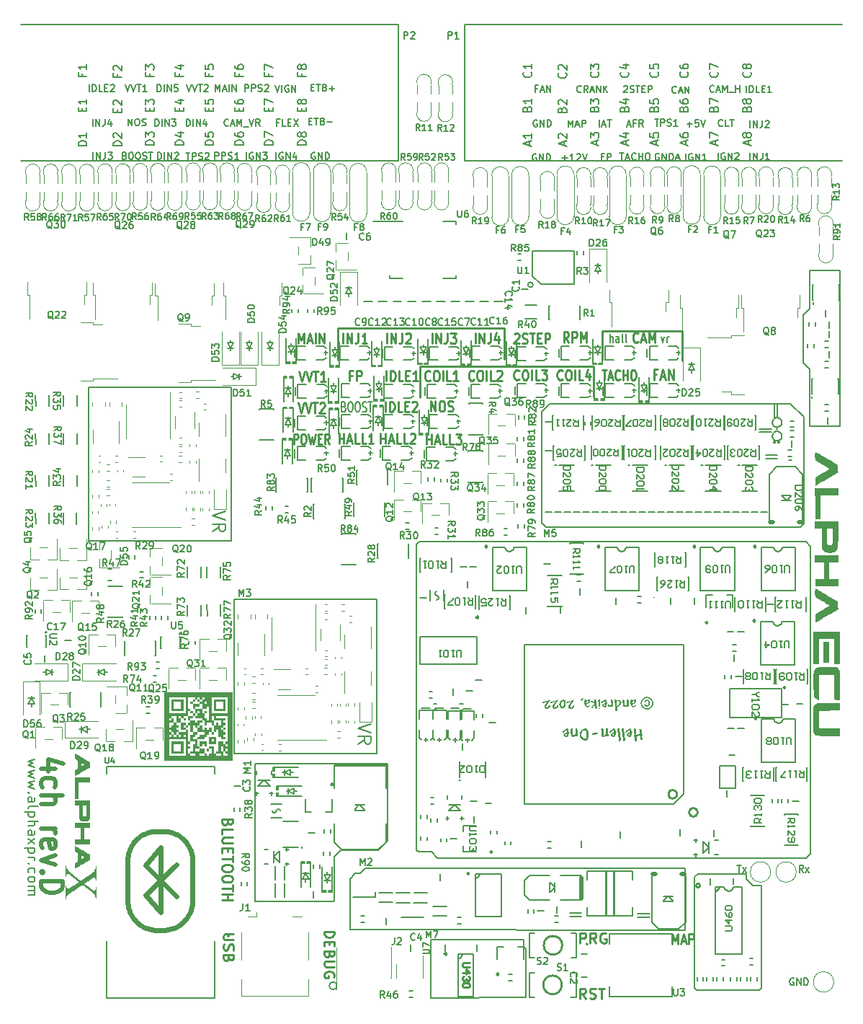
<source format=gto>
G75*
G70*
%OFA0B0*%
%FSLAX25Y25*%
%IPPOS*%
%LPD*%
%AMOC8*
5,1,8,0,0,1.08239X$1,22.5*
%
%ADD109C,0.01968*%
%ADD184C,0.00689*%
%ADD240C,0.00650*%
%ADD59C,0.00787*%
%ADD60C,0.01575*%
%ADD61C,0.00800*%
%ADD62C,0.01969*%
%ADD69C,0.00472*%
%ADD77C,0.00984*%
%ADD78C,0.00669*%
%ADD79C,0.00886*%
%ADD80C,0.00500*%
%ADD81C,0.00591*%
%ADD82C,0.00390*%
%ADD83C,0.01000*%
%ADD84C,0.02484*%
X0000000Y0000000D02*
%LPD*%
G01*
D77*
X0146457Y0296260D02*
X0146457Y0311024D01*
X0268898Y0309646D02*
X0305906Y0309646D01*
X0305906Y0309646D02*
X0305906Y0295866D01*
X0184449Y0278740D02*
X0184449Y0293110D01*
X0264764Y0293110D02*
X0264764Y0278937D01*
X0146457Y0311024D02*
X0223425Y0311024D01*
X0184449Y0293110D02*
X0264764Y0293110D01*
X0268898Y0296260D02*
X0268898Y0309646D01*
X0223425Y0311024D02*
X0223425Y0296457D01*
D78*
X0119282Y0405934D02*
X0118232Y0405934D01*
X0118232Y0404284D02*
X0118232Y0407433D01*
X0119732Y0407433D01*
X0122432Y0404284D02*
X0120932Y0404284D01*
X0120932Y0407433D01*
X0123481Y0405934D02*
X0124531Y0405934D01*
X0124981Y0404284D02*
X0123481Y0404284D01*
X0123481Y0407433D01*
X0124981Y0407433D01*
X0126031Y0407433D02*
X0128131Y0404284D01*
X0128131Y0407433D02*
X0126031Y0404284D01*
X0337265Y0403697D02*
X0337265Y0406846D01*
X0338765Y0403697D02*
X0338765Y0406846D01*
X0340565Y0403697D01*
X0340565Y0406846D01*
X0342964Y0406846D02*
X0342964Y0404597D01*
X0342814Y0404147D01*
X0342514Y0403847D01*
X0342064Y0403697D01*
X0341764Y0403697D01*
X0344314Y0406546D02*
X0344464Y0406696D01*
X0344764Y0406846D01*
X0345514Y0406846D01*
X0345814Y0406696D01*
X0345964Y0406546D01*
X0346114Y0406246D01*
X0346114Y0405946D01*
X0345964Y0405497D01*
X0344164Y0403697D01*
X0346114Y0403697D01*
X0303126Y0419780D02*
X0302976Y0419630D01*
X0302526Y0419480D01*
X0302226Y0419480D01*
X0301776Y0419630D01*
X0301476Y0419930D01*
X0301326Y0420230D01*
X0301176Y0420830D01*
X0301176Y0421280D01*
X0301326Y0421880D01*
X0301476Y0422180D01*
X0301776Y0422480D01*
X0302226Y0422630D01*
X0302526Y0422630D01*
X0302976Y0422480D01*
X0303126Y0422330D01*
X0304326Y0420380D02*
X0305826Y0420380D01*
X0304026Y0419480D02*
X0305076Y0422630D01*
X0306125Y0419480D01*
X0307175Y0419480D02*
X0307175Y0422630D01*
X0308975Y0419480D01*
X0308975Y0422630D01*
X0238294Y0391322D02*
X0237994Y0391472D01*
X0237544Y0391472D01*
X0237094Y0391322D01*
X0236794Y0391022D01*
X0236644Y0390722D01*
X0236494Y0390123D01*
X0236494Y0389673D01*
X0236644Y0389073D01*
X0236794Y0388773D01*
X0237094Y0388473D01*
X0237544Y0388323D01*
X0237844Y0388323D01*
X0238294Y0388473D01*
X0238444Y0388623D01*
X0238444Y0389673D01*
X0237844Y0389673D01*
X0239794Y0388323D02*
X0239794Y0391472D01*
X0241594Y0388323D01*
X0241594Y0391472D01*
X0243094Y0388323D02*
X0243094Y0391472D01*
X0243844Y0391472D01*
X0244293Y0391322D01*
X0244593Y0391022D01*
X0244743Y0390722D01*
X0244893Y0390123D01*
X0244893Y0389673D01*
X0244743Y0389073D01*
X0244593Y0388773D01*
X0244293Y0388473D01*
X0243844Y0388323D01*
X0243094Y0388323D01*
D59*
X0296110Y0306946D02*
X0296860Y0304321D01*
X0297610Y0306946D01*
X0298810Y0304321D02*
X0298810Y0306946D01*
X0298810Y0306196D02*
X0298960Y0306571D01*
X0299109Y0306759D01*
X0299409Y0306946D01*
X0299709Y0306946D01*
D78*
X0076378Y0404284D02*
X0076378Y0407433D01*
X0077128Y0407433D01*
X0077578Y0407283D01*
X0077878Y0406984D01*
X0078028Y0406684D01*
X0078178Y0406084D01*
X0078178Y0405634D01*
X0078028Y0405034D01*
X0077878Y0404734D01*
X0077578Y0404434D01*
X0077128Y0404284D01*
X0076378Y0404284D01*
X0079528Y0404284D02*
X0079528Y0407433D01*
X0081027Y0404284D02*
X0081027Y0407433D01*
X0082827Y0404284D01*
X0082827Y0407433D01*
X0085677Y0406384D02*
X0085677Y0404284D01*
X0084927Y0407583D02*
X0084177Y0405334D01*
X0086127Y0405334D01*
X0103459Y0420229D02*
X0103459Y0423378D01*
X0104659Y0423378D01*
X0104959Y0423228D01*
X0105109Y0423078D01*
X0105259Y0422778D01*
X0105259Y0422328D01*
X0105109Y0422028D01*
X0104959Y0421879D01*
X0104659Y0421729D01*
X0103459Y0421729D01*
X0106609Y0420229D02*
X0106609Y0423378D01*
X0107808Y0423378D01*
X0108108Y0423228D01*
X0108258Y0423078D01*
X0108408Y0422778D01*
X0108408Y0422328D01*
X0108258Y0422028D01*
X0108108Y0421879D01*
X0107808Y0421729D01*
X0106609Y0421729D01*
X0109608Y0420379D02*
X0110058Y0420229D01*
X0110808Y0420229D01*
X0111108Y0420379D01*
X0111258Y0420529D01*
X0111408Y0420829D01*
X0111408Y0421129D01*
X0111258Y0421429D01*
X0111108Y0421579D01*
X0110808Y0421729D01*
X0110208Y0421879D01*
X0109908Y0422028D01*
X0109758Y0422178D01*
X0109608Y0422478D01*
X0109608Y0422778D01*
X0109758Y0423078D01*
X0109908Y0423228D01*
X0110208Y0423378D01*
X0110958Y0423378D01*
X0111408Y0423228D01*
X0112608Y0423078D02*
X0112758Y0423228D01*
X0113058Y0423378D01*
X0113808Y0423378D01*
X0114108Y0423228D01*
X0114258Y0423078D01*
X0114408Y0422778D01*
X0114408Y0422478D01*
X0114258Y0422028D01*
X0112458Y0420229D01*
X0114408Y0420229D01*
D77*
X0128468Y0290973D02*
X0129781Y0286249D01*
X0131093Y0290973D01*
X0131843Y0290973D02*
X0133155Y0286249D01*
X0134468Y0290973D01*
X0135217Y0290973D02*
X0137467Y0290973D01*
X0136342Y0286249D02*
X0136342Y0290973D01*
X0140842Y0286249D02*
X0138592Y0286249D01*
X0139717Y0286249D02*
X0139717Y0290973D01*
X0139342Y0290298D01*
X0138967Y0289848D01*
X0138592Y0289623D01*
X0228168Y0308043D02*
X0228356Y0308268D01*
X0228731Y0308493D01*
X0229668Y0308493D01*
X0230043Y0308268D01*
X0230231Y0308043D01*
X0230418Y0307593D01*
X0230418Y0307143D01*
X0230231Y0306468D01*
X0227981Y0303768D01*
X0230418Y0303768D01*
X0231918Y0303993D02*
X0232480Y0303768D01*
X0233418Y0303768D01*
X0233793Y0303993D01*
X0233980Y0304218D01*
X0234168Y0304668D01*
X0234168Y0305118D01*
X0233980Y0305568D01*
X0233793Y0305793D01*
X0233418Y0306018D01*
X0232668Y0306243D01*
X0232293Y0306468D01*
X0232105Y0306693D01*
X0231918Y0307143D01*
X0231918Y0307593D01*
X0232105Y0308043D01*
X0232293Y0308268D01*
X0232668Y0308493D01*
X0233605Y0308493D01*
X0234168Y0308268D01*
X0235292Y0308493D02*
X0237542Y0308493D01*
X0236417Y0303768D02*
X0236417Y0308493D01*
X0238855Y0306243D02*
X0240167Y0306243D01*
X0240729Y0303768D02*
X0238855Y0303768D01*
X0238855Y0308493D01*
X0240729Y0308493D01*
X0242417Y0303768D02*
X0242417Y0308493D01*
X0243916Y0308493D01*
X0244291Y0308268D01*
X0244479Y0308043D01*
X0244666Y0307593D01*
X0244666Y0306918D01*
X0244479Y0306468D01*
X0244291Y0306243D01*
X0243916Y0306018D01*
X0242417Y0306018D01*
D78*
X0047769Y0390579D02*
X0048219Y0390429D01*
X0048369Y0390279D01*
X0048519Y0389979D01*
X0048519Y0389529D01*
X0048369Y0389229D01*
X0048219Y0389079D01*
X0047919Y0388930D01*
X0046719Y0388930D01*
X0046719Y0392079D01*
X0047769Y0392079D01*
X0048069Y0391929D01*
X0048219Y0391779D01*
X0048369Y0391479D01*
X0048369Y0391179D01*
X0048219Y0390879D01*
X0048069Y0390729D01*
X0047769Y0390579D01*
X0046719Y0390579D01*
X0050469Y0392079D02*
X0051069Y0392079D01*
X0051369Y0391929D01*
X0051669Y0391629D01*
X0051819Y0391029D01*
X0051819Y0389979D01*
X0051669Y0389379D01*
X0051369Y0389079D01*
X0051069Y0388930D01*
X0050469Y0388930D01*
X0050169Y0389079D01*
X0049869Y0389379D01*
X0049719Y0389979D01*
X0049719Y0391029D01*
X0049869Y0391629D01*
X0050169Y0391929D01*
X0050469Y0392079D01*
X0053768Y0392079D02*
X0054368Y0392079D01*
X0054668Y0391929D01*
X0054968Y0391629D01*
X0055118Y0391029D01*
X0055118Y0389979D01*
X0054968Y0389379D01*
X0054668Y0389079D01*
X0054368Y0388930D01*
X0053768Y0388930D01*
X0053468Y0389079D01*
X0053168Y0389379D01*
X0053018Y0389979D01*
X0053018Y0391029D01*
X0053168Y0391629D01*
X0053468Y0391929D01*
X0053768Y0392079D01*
X0056318Y0389079D02*
X0056768Y0388930D01*
X0057518Y0388930D01*
X0057818Y0389079D01*
X0057968Y0389229D01*
X0058118Y0389529D01*
X0058118Y0389829D01*
X0057968Y0390129D01*
X0057818Y0390279D01*
X0057518Y0390429D01*
X0056918Y0390579D01*
X0056618Y0390729D01*
X0056468Y0390879D01*
X0056318Y0391179D01*
X0056318Y0391479D01*
X0056468Y0391779D01*
X0056618Y0391929D01*
X0056918Y0392079D01*
X0057668Y0392079D01*
X0058118Y0391929D01*
X0059018Y0392079D02*
X0060817Y0392079D01*
X0059918Y0388930D02*
X0059918Y0392079D01*
D77*
X0168570Y0272272D02*
X0168570Y0276997D01*
X0170444Y0272272D02*
X0170444Y0276997D01*
X0171382Y0276997D01*
X0171944Y0276772D01*
X0172319Y0276322D01*
X0172507Y0275872D01*
X0172694Y0274972D01*
X0172694Y0274297D01*
X0172507Y0273397D01*
X0172319Y0272947D01*
X0171944Y0272497D01*
X0171382Y0272272D01*
X0170444Y0272272D01*
X0176256Y0272272D02*
X0174381Y0272272D01*
X0174381Y0276997D01*
X0177568Y0274747D02*
X0178881Y0274747D01*
X0179443Y0272272D02*
X0177568Y0272272D01*
X0177568Y0276997D01*
X0179443Y0276997D01*
X0180943Y0276547D02*
X0181130Y0276772D01*
X0181505Y0276997D01*
X0182443Y0276997D01*
X0182818Y0276772D01*
X0183005Y0276547D01*
X0183193Y0276097D01*
X0183193Y0275647D01*
X0183005Y0274972D01*
X0180756Y0272272D01*
X0183193Y0272272D01*
D59*
X0272432Y0304321D02*
X0272432Y0308258D01*
X0273781Y0304321D02*
X0273781Y0306384D01*
X0273631Y0306759D01*
X0273331Y0306946D01*
X0272882Y0306946D01*
X0272582Y0306759D01*
X0272432Y0306571D01*
X0276631Y0304321D02*
X0276631Y0306384D01*
X0276481Y0306759D01*
X0276181Y0306946D01*
X0275581Y0306946D01*
X0275281Y0306759D01*
X0276631Y0304509D02*
X0276331Y0304321D01*
X0275581Y0304321D01*
X0275281Y0304509D01*
X0275131Y0304884D01*
X0275131Y0305259D01*
X0275281Y0305634D01*
X0275581Y0305821D01*
X0276331Y0305821D01*
X0276631Y0306009D01*
X0278581Y0304321D02*
X0278281Y0304509D01*
X0278131Y0304884D01*
X0278131Y0308258D01*
X0280231Y0304321D02*
X0279931Y0304509D01*
X0279781Y0304884D01*
X0279781Y0308258D01*
D77*
X0147047Y0257508D02*
X0147047Y0262233D01*
X0147047Y0259983D02*
X0149297Y0259983D01*
X0149297Y0257508D02*
X0149297Y0262233D01*
X0150984Y0258858D02*
X0152859Y0258858D01*
X0150609Y0257508D02*
X0151922Y0262233D01*
X0153234Y0257508D01*
X0156421Y0257508D02*
X0154546Y0257508D01*
X0154546Y0262233D01*
X0159608Y0257508D02*
X0157733Y0257508D01*
X0157733Y0262233D01*
X0162983Y0257508D02*
X0160733Y0257508D01*
X0161858Y0257508D02*
X0161858Y0262233D01*
X0161483Y0261558D01*
X0161108Y0261108D01*
X0160733Y0260883D01*
X0190036Y0303768D02*
X0190036Y0308493D01*
X0191910Y0303768D02*
X0191910Y0308493D01*
X0194160Y0303768D01*
X0194160Y0308493D01*
X0197160Y0308493D02*
X0197160Y0305118D01*
X0196972Y0304443D01*
X0196597Y0303993D01*
X0196035Y0303768D01*
X0195660Y0303768D01*
X0198660Y0308493D02*
X0201097Y0308493D01*
X0199784Y0306693D01*
X0200347Y0306693D01*
X0200722Y0306468D01*
X0200909Y0306243D01*
X0201097Y0305793D01*
X0201097Y0304668D01*
X0200909Y0304218D01*
X0200722Y0303993D01*
X0200347Y0303768D01*
X0199222Y0303768D01*
X0198847Y0303993D01*
X0198660Y0304218D01*
X0253300Y0304359D02*
X0251987Y0306609D01*
X0251050Y0304359D02*
X0251050Y0309083D01*
X0252550Y0309083D01*
X0252925Y0308858D01*
X0253112Y0308633D01*
X0253300Y0308183D01*
X0253300Y0307508D01*
X0253112Y0307058D01*
X0252925Y0306834D01*
X0252550Y0306609D01*
X0251050Y0306609D01*
X0254987Y0304359D02*
X0254987Y0309083D01*
X0256487Y0309083D01*
X0256862Y0308858D01*
X0257049Y0308633D01*
X0257237Y0308183D01*
X0257237Y0307508D01*
X0257049Y0307058D01*
X0256862Y0306834D01*
X0256487Y0306609D01*
X0254987Y0306609D01*
X0258924Y0304359D02*
X0258924Y0309083D01*
X0260236Y0305709D01*
X0261549Y0309083D01*
X0261549Y0304359D01*
D78*
X0278748Y0422655D02*
X0278898Y0422805D01*
X0279198Y0422955D01*
X0279948Y0422955D01*
X0280248Y0422805D01*
X0280398Y0422655D01*
X0280548Y0422355D01*
X0280548Y0422055D01*
X0280398Y0421605D01*
X0278598Y0419805D01*
X0280548Y0419805D01*
X0281748Y0419955D02*
X0282198Y0419805D01*
X0282948Y0419805D01*
X0283248Y0419955D01*
X0283398Y0420105D01*
X0283548Y0420405D01*
X0283548Y0420705D01*
X0283398Y0421005D01*
X0283248Y0421155D01*
X0282948Y0421305D01*
X0282348Y0421455D01*
X0282048Y0421605D01*
X0281898Y0421755D01*
X0281748Y0422055D01*
X0281748Y0422355D01*
X0281898Y0422655D01*
X0282048Y0422805D01*
X0282348Y0422955D01*
X0283098Y0422955D01*
X0283548Y0422805D01*
X0284447Y0422955D02*
X0286247Y0422955D01*
X0285347Y0419805D02*
X0285347Y0422955D01*
X0287297Y0421455D02*
X0288347Y0421455D01*
X0288797Y0419805D02*
X0287297Y0419805D01*
X0287297Y0422955D01*
X0288797Y0422955D01*
X0290147Y0419805D02*
X0290147Y0422955D01*
X0291347Y0422955D01*
X0291647Y0422805D01*
X0291797Y0422655D01*
X0291947Y0422355D01*
X0291947Y0421905D01*
X0291797Y0421605D01*
X0291647Y0421455D01*
X0291347Y0421305D01*
X0290147Y0421305D01*
D77*
X0148894Y0303965D02*
X0148894Y0308690D01*
X0150769Y0303965D02*
X0150769Y0308690D01*
X0153018Y0303965D01*
X0153018Y0308690D01*
X0156018Y0308690D02*
X0156018Y0305315D01*
X0155831Y0304640D01*
X0155456Y0304190D01*
X0154893Y0303965D01*
X0154518Y0303965D01*
X0159955Y0303965D02*
X0157705Y0303965D01*
X0158830Y0303965D02*
X0158830Y0308690D01*
X0158455Y0308015D01*
X0158080Y0307565D01*
X0157705Y0307340D01*
D78*
X0259040Y0420105D02*
X0258890Y0419955D01*
X0258440Y0419805D01*
X0258140Y0419805D01*
X0257690Y0419955D01*
X0257390Y0420255D01*
X0257240Y0420555D01*
X0257091Y0421155D01*
X0257091Y0421605D01*
X0257240Y0422205D01*
X0257390Y0422505D01*
X0257690Y0422805D01*
X0258140Y0422955D01*
X0258440Y0422955D01*
X0258890Y0422805D01*
X0259040Y0422655D01*
X0262190Y0419805D02*
X0261140Y0421305D01*
X0260390Y0419805D02*
X0260390Y0422955D01*
X0261590Y0422955D01*
X0261890Y0422805D01*
X0262040Y0422655D01*
X0262190Y0422355D01*
X0262190Y0421905D01*
X0262040Y0421605D01*
X0261890Y0421455D01*
X0261590Y0421305D01*
X0260390Y0421305D01*
X0263390Y0420705D02*
X0264890Y0420705D01*
X0263090Y0419805D02*
X0264140Y0422955D01*
X0265189Y0419805D01*
X0266239Y0419805D02*
X0266239Y0422955D01*
X0268039Y0419805D01*
X0268039Y0422955D01*
X0269539Y0419805D02*
X0269539Y0422955D01*
X0271339Y0419805D02*
X0269989Y0421605D01*
X0271339Y0422955D02*
X0269539Y0421155D01*
D77*
X0128075Y0276406D02*
X0129387Y0271682D01*
X0130699Y0276406D01*
X0131449Y0276406D02*
X0132762Y0271682D01*
X0134074Y0276406D01*
X0134824Y0276406D02*
X0137073Y0276406D01*
X0135949Y0271682D02*
X0135949Y0276406D01*
X0138198Y0275956D02*
X0138386Y0276181D01*
X0138761Y0276406D01*
X0139698Y0276406D01*
X0140073Y0276181D01*
X0140261Y0275956D01*
X0140448Y0275506D01*
X0140448Y0275056D01*
X0140261Y0274381D01*
X0138011Y0271682D01*
X0140448Y0271682D01*
D78*
X0253145Y0403878D02*
X0253145Y0407027D01*
X0254194Y0404777D01*
X0255244Y0407027D01*
X0255244Y0403878D01*
X0256594Y0404777D02*
X0258094Y0404777D01*
X0256294Y0403878D02*
X0257344Y0407027D01*
X0258394Y0403878D01*
X0259444Y0403878D02*
X0259444Y0407027D01*
X0260644Y0407027D01*
X0260944Y0406877D01*
X0261094Y0406727D01*
X0261244Y0406427D01*
X0261244Y0405977D01*
X0261094Y0405677D01*
X0260944Y0405527D01*
X0260644Y0405377D01*
X0259444Y0405377D01*
D77*
X0209467Y0287092D02*
X0209280Y0286867D01*
X0208717Y0286642D01*
X0208342Y0286642D01*
X0207780Y0286867D01*
X0207405Y0287317D01*
X0207217Y0287767D01*
X0207030Y0288667D01*
X0207030Y0289342D01*
X0207217Y0290242D01*
X0207405Y0290692D01*
X0207780Y0291142D01*
X0208342Y0291367D01*
X0208717Y0291367D01*
X0209280Y0291142D01*
X0209467Y0290917D01*
X0211904Y0291367D02*
X0212654Y0291367D01*
X0213029Y0291142D01*
X0213404Y0290692D01*
X0213592Y0289792D01*
X0213592Y0288217D01*
X0213404Y0287317D01*
X0213029Y0286867D01*
X0212654Y0286642D01*
X0211904Y0286642D01*
X0211529Y0286867D01*
X0211154Y0287317D01*
X0210967Y0288217D01*
X0210967Y0289792D01*
X0211154Y0290692D01*
X0211529Y0291142D01*
X0211904Y0291367D01*
X0215279Y0286642D02*
X0215279Y0291367D01*
X0219028Y0286642D02*
X0217154Y0286642D01*
X0217154Y0291367D01*
X0220153Y0290917D02*
X0220341Y0291142D01*
X0220716Y0291367D01*
X0221653Y0291367D01*
X0222028Y0291142D01*
X0222216Y0290917D01*
X0222403Y0290467D01*
X0222403Y0290017D01*
X0222216Y0289342D01*
X0219966Y0286642D01*
X0222403Y0286642D01*
D78*
X0331235Y0062595D02*
X0333080Y0062595D01*
X0332158Y0059366D02*
X0332158Y0062595D01*
X0333849Y0059366D02*
X0335540Y0061519D01*
X0333849Y0061519D02*
X0335540Y0059366D01*
X0250302Y0389523D02*
X0252702Y0389523D01*
X0251502Y0388323D02*
X0251502Y0390722D01*
X0255851Y0388323D02*
X0254052Y0388323D01*
X0254951Y0388323D02*
X0254951Y0391472D01*
X0254652Y0391022D01*
X0254352Y0390722D01*
X0254052Y0390572D01*
X0257051Y0391172D02*
X0257201Y0391322D01*
X0257501Y0391472D01*
X0258251Y0391472D01*
X0258551Y0391322D01*
X0258701Y0391172D01*
X0258851Y0390872D01*
X0258851Y0390572D01*
X0258701Y0390123D01*
X0256901Y0388323D01*
X0258851Y0388323D01*
X0259751Y0391472D02*
X0260801Y0388323D01*
X0261851Y0391472D01*
X0307426Y0388480D02*
X0307426Y0391630D01*
X0310576Y0391480D02*
X0310276Y0391630D01*
X0309826Y0391630D01*
X0309376Y0391480D01*
X0309076Y0391180D01*
X0308926Y0390880D01*
X0308776Y0390280D01*
X0308776Y0389830D01*
X0308926Y0389230D01*
X0309076Y0388930D01*
X0309376Y0388630D01*
X0309826Y0388480D01*
X0310126Y0388480D01*
X0310576Y0388630D01*
X0310726Y0388780D01*
X0310726Y0389830D01*
X0310126Y0389830D01*
X0312076Y0388480D02*
X0312076Y0391630D01*
X0313875Y0388480D01*
X0313875Y0391630D01*
X0317025Y0388480D02*
X0315225Y0388480D01*
X0316125Y0388480D02*
X0316125Y0391630D01*
X0315825Y0391180D01*
X0315525Y0390880D01*
X0315225Y0390730D01*
X0280459Y0404850D02*
X0281959Y0404850D01*
X0280159Y0403950D02*
X0281209Y0407100D01*
X0282259Y0403950D01*
X0284358Y0405600D02*
X0283309Y0405600D01*
X0283309Y0403950D02*
X0283309Y0407100D01*
X0284808Y0407100D01*
X0287808Y0403950D02*
X0286758Y0405450D01*
X0286008Y0403950D02*
X0286008Y0407100D01*
X0287208Y0407100D01*
X0287508Y0406950D01*
X0287658Y0406800D01*
X0287808Y0406500D01*
X0287808Y0406050D01*
X0287658Y0405750D01*
X0287508Y0405600D01*
X0287208Y0405450D01*
X0286008Y0405450D01*
X0031430Y0420229D02*
X0031430Y0423378D01*
X0032930Y0420229D02*
X0032930Y0423378D01*
X0033680Y0423378D01*
X0034130Y0423228D01*
X0034430Y0422928D01*
X0034580Y0422628D01*
X0034730Y0422028D01*
X0034730Y0421579D01*
X0034580Y0420979D01*
X0034430Y0420679D01*
X0034130Y0420379D01*
X0033680Y0420229D01*
X0032930Y0420229D01*
X0037580Y0420229D02*
X0036080Y0420229D01*
X0036080Y0423378D01*
X0038630Y0421879D02*
X0039679Y0421879D01*
X0040129Y0420229D02*
X0038630Y0420229D01*
X0038630Y0423378D01*
X0040129Y0423378D01*
X0041329Y0423078D02*
X0041479Y0423228D01*
X0041779Y0423378D01*
X0042529Y0423378D01*
X0042829Y0423228D01*
X0042979Y0423078D01*
X0043129Y0422778D01*
X0043129Y0422478D01*
X0042979Y0422028D01*
X0041179Y0420229D01*
X0043129Y0420229D01*
D62*
X0015889Y0107251D02*
X0009327Y0107251D01*
X0019638Y0109407D02*
X0012608Y0111563D01*
X0012608Y0105957D01*
X0009796Y0098627D02*
X0009327Y0099489D01*
X0009327Y0101214D01*
X0009796Y0102076D01*
X0010264Y0102508D01*
X0011202Y0102939D01*
X0014014Y0102939D01*
X0014951Y0102508D01*
X0015420Y0102076D01*
X0015889Y0101214D01*
X0015889Y0099489D01*
X0015420Y0098627D01*
X0009327Y0094746D02*
X0019169Y0094746D01*
X0009327Y0090865D02*
X0014483Y0090865D01*
X0015420Y0091296D01*
X0015889Y0092159D01*
X0015889Y0093452D01*
X0015420Y0094315D01*
X0014951Y0094746D01*
X0009327Y0079654D02*
X0015889Y0079654D01*
X0014014Y0079654D02*
X0014951Y0079223D01*
X0015420Y0078792D01*
X0015889Y0077929D01*
X0015889Y0077067D01*
X0009796Y0070599D02*
X0009327Y0071461D01*
X0009327Y0073186D01*
X0009796Y0074049D01*
X0010733Y0074480D01*
X0014483Y0074480D01*
X0015420Y0074049D01*
X0015889Y0073186D01*
X0015889Y0071461D01*
X0015420Y0070599D01*
X0014483Y0070168D01*
X0013545Y0070168D01*
X0012608Y0074480D01*
X0015889Y0067149D02*
X0009327Y0064993D01*
X0015889Y0062837D01*
X0010264Y0059388D02*
X0009796Y0058957D01*
X0009327Y0059388D01*
X0009796Y0059819D01*
X0010264Y0059388D01*
X0009327Y0059388D01*
X0009327Y0055076D02*
X0019169Y0055076D01*
X0019169Y0052920D01*
X0018701Y0051626D01*
X0017763Y0050764D01*
X0016826Y0050333D01*
X0014951Y0049902D01*
X0013545Y0049902D01*
X0011670Y0050333D01*
X0010733Y0050764D01*
X0009796Y0051626D01*
X0009327Y0052920D01*
X0009327Y0055076D01*
D77*
X0153121Y0289013D02*
X0151809Y0289013D01*
X0151809Y0286538D02*
X0151809Y0291262D01*
X0153684Y0291262D01*
X0155184Y0286538D02*
X0155184Y0291262D01*
X0156684Y0291262D01*
X0157058Y0291038D01*
X0157246Y0290813D01*
X0157433Y0290363D01*
X0157433Y0289688D01*
X0157246Y0289238D01*
X0157058Y0289013D01*
X0156684Y0288788D01*
X0155184Y0288788D01*
D78*
X0238842Y0421539D02*
X0237792Y0421539D01*
X0237792Y0419890D02*
X0237792Y0423039D01*
X0239292Y0423039D01*
X0240341Y0420789D02*
X0241841Y0420789D01*
X0240041Y0419890D02*
X0241091Y0423039D01*
X0242141Y0419890D01*
X0243191Y0419890D02*
X0243191Y0423039D01*
X0244991Y0419890D01*
X0244991Y0423039D01*
X0033249Y0388930D02*
X0033249Y0392079D01*
X0034749Y0388930D02*
X0034749Y0392079D01*
X0036549Y0388930D01*
X0036549Y0392079D01*
X0038948Y0392079D02*
X0038948Y0389829D01*
X0038798Y0389379D01*
X0038498Y0389079D01*
X0038048Y0388930D01*
X0037748Y0388930D01*
X0040148Y0392079D02*
X0042098Y0392079D01*
X0041048Y0390879D01*
X0041498Y0390879D01*
X0041798Y0390729D01*
X0041948Y0390579D01*
X0042098Y0390279D01*
X0042098Y0389529D01*
X0041948Y0389229D01*
X0041798Y0389079D01*
X0041498Y0388930D01*
X0040598Y0388930D01*
X0040298Y0389079D01*
X0040148Y0389229D01*
X0238683Y0406998D02*
X0238383Y0407148D01*
X0237933Y0407148D01*
X0237483Y0406998D01*
X0237183Y0406698D01*
X0237033Y0406398D01*
X0236883Y0405798D01*
X0236883Y0405348D01*
X0237033Y0404748D01*
X0237183Y0404448D01*
X0237483Y0404148D01*
X0237933Y0403998D01*
X0238233Y0403998D01*
X0238683Y0404148D01*
X0238833Y0404298D01*
X0238833Y0405348D01*
X0238233Y0405348D01*
X0240182Y0403998D02*
X0240182Y0407148D01*
X0241982Y0403998D01*
X0241982Y0407148D01*
X0243482Y0403998D02*
X0243482Y0407148D01*
X0244232Y0407148D01*
X0244682Y0406998D01*
X0244982Y0406698D01*
X0245132Y0406398D01*
X0245282Y0405798D01*
X0245282Y0405348D01*
X0245132Y0404748D01*
X0244982Y0404448D01*
X0244682Y0404148D01*
X0244232Y0403998D01*
X0243482Y0403998D01*
D77*
X0285471Y0304612D02*
X0285283Y0304387D01*
X0284721Y0304162D01*
X0284346Y0304162D01*
X0283783Y0304387D01*
X0283408Y0304837D01*
X0283221Y0305287D01*
X0283033Y0306187D01*
X0283033Y0306862D01*
X0283221Y0307762D01*
X0283408Y0308211D01*
X0283783Y0308661D01*
X0284346Y0308886D01*
X0284721Y0308886D01*
X0285283Y0308661D01*
X0285471Y0308436D01*
X0286970Y0305512D02*
X0288845Y0305512D01*
X0286595Y0304162D02*
X0287908Y0308886D01*
X0289220Y0304162D01*
X0290532Y0304162D02*
X0290532Y0308886D01*
X0291845Y0305512D01*
X0293157Y0308886D01*
X0293157Y0304162D01*
D78*
X0320566Y0420332D02*
X0320416Y0420182D01*
X0319966Y0420032D01*
X0319666Y0420032D01*
X0319216Y0420182D01*
X0318916Y0420482D01*
X0318766Y0420782D01*
X0318616Y0421382D01*
X0318616Y0421832D01*
X0318766Y0422432D01*
X0318916Y0422732D01*
X0319216Y0423031D01*
X0319666Y0423181D01*
X0319966Y0423181D01*
X0320416Y0423031D01*
X0320566Y0422882D01*
X0321766Y0420932D02*
X0323266Y0420932D01*
X0321466Y0420032D02*
X0322516Y0423181D01*
X0323566Y0420032D01*
X0324616Y0420032D02*
X0324616Y0423181D01*
X0325666Y0420932D01*
X0326715Y0423181D01*
X0326715Y0420032D01*
X0327465Y0419732D02*
X0329865Y0419732D01*
X0330615Y0420032D02*
X0330615Y0423181D01*
X0330615Y0421682D02*
X0332415Y0421682D01*
X0332415Y0420032D02*
X0332415Y0423181D01*
X0063189Y0388930D02*
X0063189Y0392079D01*
X0063939Y0392079D01*
X0064389Y0391929D01*
X0064689Y0391629D01*
X0064839Y0391329D01*
X0064989Y0390729D01*
X0064989Y0390279D01*
X0064839Y0389679D01*
X0064689Y0389379D01*
X0064389Y0389079D01*
X0063939Y0388930D01*
X0063189Y0388930D01*
X0066339Y0388930D02*
X0066339Y0392079D01*
X0067838Y0388930D02*
X0067838Y0392079D01*
X0069638Y0388930D01*
X0069638Y0392079D01*
X0070988Y0391779D02*
X0071138Y0391929D01*
X0071438Y0392079D01*
X0072188Y0392079D01*
X0072488Y0391929D01*
X0072638Y0391779D01*
X0072788Y0391479D01*
X0072788Y0391179D01*
X0072638Y0390729D01*
X0070838Y0388930D01*
X0072788Y0388930D01*
D77*
X0166339Y0257508D02*
X0166339Y0262233D01*
X0166339Y0259983D02*
X0168588Y0259983D01*
X0168588Y0257508D02*
X0168588Y0262233D01*
X0170276Y0258858D02*
X0172150Y0258858D01*
X0169901Y0257508D02*
X0171213Y0262233D01*
X0172525Y0257508D01*
X0175712Y0257508D02*
X0173838Y0257508D01*
X0173838Y0262233D01*
X0178900Y0257508D02*
X0177025Y0257508D01*
X0177025Y0262233D01*
X0180024Y0261783D02*
X0180212Y0262008D01*
X0180587Y0262233D01*
X0181524Y0262233D01*
X0181899Y0262008D01*
X0182087Y0261783D01*
X0182274Y0261333D01*
X0182274Y0260883D01*
X0182087Y0260208D01*
X0179837Y0257508D01*
X0182274Y0257508D01*
D78*
X0048247Y0423378D02*
X0049297Y0420229D01*
X0050347Y0423378D01*
X0050947Y0423378D02*
X0051997Y0420229D01*
X0053046Y0423378D01*
X0053646Y0423378D02*
X0055446Y0423378D01*
X0054546Y0420229D02*
X0054546Y0423378D01*
X0058146Y0420229D02*
X0056346Y0420229D01*
X0057246Y0420229D02*
X0057246Y0423378D01*
X0056946Y0422928D01*
X0056646Y0422628D01*
X0056346Y0422478D01*
X0135986Y0391929D02*
X0135686Y0392079D01*
X0135236Y0392079D01*
X0134786Y0391929D01*
X0134486Y0391629D01*
X0134336Y0391329D01*
X0134186Y0390729D01*
X0134186Y0390279D01*
X0134336Y0389679D01*
X0134486Y0389379D01*
X0134786Y0389079D01*
X0135236Y0388930D01*
X0135536Y0388930D01*
X0135986Y0389079D01*
X0136136Y0389229D01*
X0136136Y0390279D01*
X0135536Y0390279D01*
X0137486Y0388930D02*
X0137486Y0392079D01*
X0139286Y0388930D01*
X0139286Y0392079D01*
X0140786Y0388930D02*
X0140786Y0392079D01*
X0141535Y0392079D01*
X0141985Y0391929D01*
X0142285Y0391629D01*
X0142435Y0391329D01*
X0142585Y0390729D01*
X0142585Y0390279D01*
X0142435Y0389679D01*
X0142285Y0389379D01*
X0141985Y0389079D01*
X0141535Y0388930D01*
X0140786Y0388930D01*
X0076594Y0423378D02*
X0077643Y0420229D01*
X0078693Y0423378D01*
X0079293Y0423378D02*
X0080343Y0420229D01*
X0081393Y0423378D01*
X0081993Y0423378D02*
X0083793Y0423378D01*
X0082893Y0420229D02*
X0082893Y0423378D01*
X0084693Y0423078D02*
X0084843Y0423228D01*
X0085142Y0423378D01*
X0085892Y0423378D01*
X0086192Y0423228D01*
X0086342Y0423078D01*
X0086492Y0422778D01*
X0086492Y0422478D01*
X0086342Y0422028D01*
X0084543Y0420229D01*
X0086492Y0420229D01*
D77*
X0187598Y0257115D02*
X0187598Y0261839D01*
X0187598Y0259589D02*
X0189848Y0259589D01*
X0189848Y0257115D02*
X0189848Y0261839D01*
X0191535Y0258465D02*
X0193410Y0258465D01*
X0191160Y0257115D02*
X0192473Y0261839D01*
X0193785Y0257115D01*
X0196972Y0257115D02*
X0195097Y0257115D01*
X0195097Y0261839D01*
X0200159Y0257115D02*
X0198285Y0257115D01*
X0198285Y0261839D01*
X0201097Y0261839D02*
X0203534Y0261839D01*
X0202222Y0260039D01*
X0202784Y0260039D01*
X0203159Y0259814D01*
X0203346Y0259589D01*
X0203534Y0259139D01*
X0203534Y0258015D01*
X0203346Y0257565D01*
X0203159Y0257340D01*
X0202784Y0257115D01*
X0201659Y0257115D01*
X0201284Y0257340D01*
X0201097Y0257565D01*
D78*
X0357383Y0010276D02*
X0357075Y0010429D01*
X0356614Y0010429D01*
X0356153Y0010276D01*
X0355846Y0009968D01*
X0355692Y0009661D01*
X0355538Y0009046D01*
X0355538Y0008585D01*
X0355692Y0007970D01*
X0355846Y0007662D01*
X0356153Y0007355D01*
X0356614Y0007201D01*
X0356922Y0007201D01*
X0357383Y0007355D01*
X0357537Y0007508D01*
X0357537Y0008585D01*
X0356922Y0008585D01*
X0358920Y0007201D02*
X0358920Y0010429D01*
X0360765Y0007201D01*
X0360765Y0010429D01*
X0362302Y0007201D02*
X0362302Y0010429D01*
X0363071Y0010429D01*
X0363532Y0010276D01*
X0363840Y0009968D01*
X0363993Y0009661D01*
X0364147Y0009046D01*
X0364147Y0008585D01*
X0363993Y0007970D01*
X0363840Y0007662D01*
X0363532Y0007355D01*
X0363071Y0007201D01*
X0362302Y0007201D01*
X0337350Y0388733D02*
X0337350Y0391882D01*
X0338849Y0388733D02*
X0338849Y0391882D01*
X0340649Y0388733D01*
X0340649Y0391882D01*
X0343049Y0391882D02*
X0343049Y0389633D01*
X0342899Y0389183D01*
X0342599Y0388883D01*
X0342149Y0388733D01*
X0341849Y0388733D01*
X0346198Y0388733D02*
X0344399Y0388733D01*
X0345299Y0388733D02*
X0345299Y0391882D01*
X0344999Y0391432D01*
X0344699Y0391132D01*
X0344399Y0390982D01*
X0049494Y0404481D02*
X0049494Y0407630D01*
X0051294Y0404481D01*
X0051294Y0407630D01*
X0053393Y0407630D02*
X0053993Y0407630D01*
X0054293Y0407480D01*
X0054593Y0407180D01*
X0054743Y0406580D01*
X0054743Y0405531D01*
X0054593Y0404931D01*
X0054293Y0404631D01*
X0053993Y0404481D01*
X0053393Y0404481D01*
X0053093Y0404631D01*
X0052793Y0404931D01*
X0052643Y0405531D01*
X0052643Y0406580D01*
X0052793Y0407180D01*
X0053093Y0407480D01*
X0053393Y0407630D01*
X0055943Y0404631D02*
X0056393Y0404481D01*
X0057143Y0404481D01*
X0057443Y0404631D01*
X0057593Y0404781D01*
X0057743Y0405081D01*
X0057743Y0405381D01*
X0057593Y0405681D01*
X0057443Y0405831D01*
X0057143Y0405981D01*
X0056543Y0406130D01*
X0056243Y0406280D01*
X0056093Y0406430D01*
X0055943Y0406730D01*
X0055943Y0407030D01*
X0056093Y0407330D01*
X0056243Y0407480D01*
X0056543Y0407630D01*
X0057293Y0407630D01*
X0057743Y0407480D01*
X0133183Y0406524D02*
X0134233Y0406524D01*
X0134683Y0404874D02*
X0133183Y0404874D01*
X0133183Y0408024D01*
X0134683Y0408024D01*
X0135583Y0408024D02*
X0137383Y0408024D01*
X0136483Y0404874D02*
X0136483Y0408024D01*
X0139483Y0406524D02*
X0139933Y0406374D01*
X0140082Y0406224D01*
X0140232Y0405924D01*
X0140232Y0405474D01*
X0140082Y0405174D01*
X0139933Y0405024D01*
X0139633Y0404874D01*
X0138433Y0404874D01*
X0138433Y0408024D01*
X0139483Y0408024D01*
X0139783Y0407874D01*
X0139933Y0407724D01*
X0140082Y0407424D01*
X0140082Y0407124D01*
X0139933Y0406824D01*
X0139783Y0406674D01*
X0139483Y0406524D01*
X0138433Y0406524D01*
X0141582Y0406074D02*
X0143982Y0406074D01*
X0134168Y0422075D02*
X0135217Y0422075D01*
X0135667Y0420426D02*
X0134168Y0420426D01*
X0134168Y0423575D01*
X0135667Y0423575D01*
X0136567Y0423575D02*
X0138367Y0423575D01*
X0137467Y0420426D02*
X0137467Y0423575D01*
X0140467Y0422075D02*
X0140917Y0421925D01*
X0141067Y0421775D01*
X0141217Y0421475D01*
X0141217Y0421026D01*
X0141067Y0420726D01*
X0140917Y0420576D01*
X0140617Y0420426D01*
X0139417Y0420426D01*
X0139417Y0423575D01*
X0140467Y0423575D01*
X0140767Y0423425D01*
X0140917Y0423275D01*
X0141067Y0422975D01*
X0141067Y0422675D01*
X0140917Y0422375D01*
X0140767Y0422225D01*
X0140467Y0422075D01*
X0139417Y0422075D01*
X0142567Y0421625D02*
X0144966Y0421625D01*
X0143766Y0420426D02*
X0143766Y0422825D01*
X0095866Y0404584D02*
X0095716Y0404434D01*
X0095266Y0404284D01*
X0094966Y0404284D01*
X0094516Y0404434D01*
X0094216Y0404734D01*
X0094066Y0405034D01*
X0093916Y0405634D01*
X0093916Y0406084D01*
X0094066Y0406684D01*
X0094216Y0406984D01*
X0094516Y0407283D01*
X0094966Y0407433D01*
X0095266Y0407433D01*
X0095716Y0407283D01*
X0095866Y0407133D01*
X0097066Y0405184D02*
X0098566Y0405184D01*
X0096766Y0404284D02*
X0097816Y0407433D01*
X0098866Y0404284D01*
X0099916Y0404284D02*
X0099916Y0407433D01*
X0100966Y0405184D01*
X0102015Y0407433D01*
X0102015Y0404284D01*
X0102765Y0403984D02*
X0105165Y0403984D01*
X0105465Y0407433D02*
X0106515Y0404284D01*
X0107565Y0407433D01*
X0110414Y0404284D02*
X0109364Y0405784D01*
X0108615Y0404284D02*
X0108615Y0407433D01*
X0109814Y0407433D01*
X0110114Y0407283D01*
X0110264Y0407133D01*
X0110414Y0406834D01*
X0110414Y0406384D01*
X0110264Y0406084D01*
X0110114Y0405934D01*
X0109814Y0405784D01*
X0108615Y0405784D01*
X0089679Y0388930D02*
X0089679Y0392079D01*
X0090879Y0392079D01*
X0091179Y0391929D01*
X0091329Y0391779D01*
X0091479Y0391479D01*
X0091479Y0391029D01*
X0091329Y0390729D01*
X0091179Y0390579D01*
X0090879Y0390429D01*
X0089679Y0390429D01*
X0092829Y0388930D02*
X0092829Y0392079D01*
X0094029Y0392079D01*
X0094329Y0391929D01*
X0094479Y0391779D01*
X0094629Y0391479D01*
X0094629Y0391029D01*
X0094479Y0390729D01*
X0094329Y0390579D01*
X0094029Y0390429D01*
X0092829Y0390429D01*
X0095829Y0389079D02*
X0096279Y0388930D01*
X0097028Y0388930D01*
X0097328Y0389079D01*
X0097478Y0389229D01*
X0097628Y0389529D01*
X0097628Y0389829D01*
X0097478Y0390129D01*
X0097328Y0390279D01*
X0097028Y0390429D01*
X0096429Y0390579D01*
X0096129Y0390729D01*
X0095979Y0390879D01*
X0095829Y0391179D01*
X0095829Y0391479D01*
X0095979Y0391779D01*
X0096129Y0391929D01*
X0096429Y0392079D01*
X0097178Y0392079D01*
X0097628Y0391929D01*
X0100628Y0388930D02*
X0098828Y0388930D01*
X0099728Y0388930D02*
X0099728Y0392079D01*
X0099428Y0391629D01*
X0099128Y0391329D01*
X0098828Y0391179D01*
D77*
X0210114Y0303965D02*
X0210114Y0308690D01*
X0211989Y0303965D02*
X0211989Y0308690D01*
X0214239Y0303965D01*
X0214239Y0308690D01*
X0217238Y0308690D02*
X0217238Y0305315D01*
X0217051Y0304640D01*
X0216676Y0304190D01*
X0216114Y0303965D01*
X0215739Y0303965D01*
X0220801Y0307115D02*
X0220801Y0303965D01*
X0219863Y0308915D02*
X0218926Y0305540D01*
X0221363Y0305540D01*
X0258566Y0026642D02*
X0258566Y0031367D01*
X0260366Y0031367D01*
X0260816Y0031142D01*
X0261040Y0030917D01*
X0261265Y0030467D01*
X0261265Y0029792D01*
X0261040Y0029342D01*
X0260816Y0029117D01*
X0260366Y0028892D01*
X0258566Y0028892D01*
X0265990Y0026642D02*
X0264415Y0028892D01*
X0263290Y0026642D02*
X0263290Y0031367D01*
X0265090Y0031367D01*
X0265540Y0031142D01*
X0265765Y0030917D01*
X0265990Y0030467D01*
X0265990Y0029792D01*
X0265765Y0029342D01*
X0265540Y0029117D01*
X0265090Y0028892D01*
X0263290Y0028892D01*
X0270489Y0031142D02*
X0270039Y0031367D01*
X0269364Y0031367D01*
X0268690Y0031142D01*
X0268240Y0030692D01*
X0268015Y0030242D01*
X0267790Y0029342D01*
X0267790Y0028667D01*
X0268015Y0027767D01*
X0268240Y0027317D01*
X0268690Y0026867D01*
X0269364Y0026642D01*
X0269814Y0026642D01*
X0270489Y0026867D01*
X0270714Y0027092D01*
X0270714Y0028667D01*
X0269814Y0028667D01*
D78*
X0076219Y0391882D02*
X0078018Y0391882D01*
X0077118Y0388733D02*
X0077118Y0391882D01*
X0079068Y0388733D02*
X0079068Y0391882D01*
X0080268Y0391882D01*
X0080568Y0391732D01*
X0080718Y0391582D01*
X0080868Y0391282D01*
X0080868Y0390832D01*
X0080718Y0390532D01*
X0080568Y0390382D01*
X0080268Y0390232D01*
X0079068Y0390232D01*
X0082068Y0388883D02*
X0082518Y0388733D01*
X0083268Y0388733D01*
X0083568Y0388883D01*
X0083718Y0389033D01*
X0083868Y0389333D01*
X0083868Y0389633D01*
X0083718Y0389933D01*
X0083568Y0390082D01*
X0083268Y0390232D01*
X0082668Y0390382D01*
X0082368Y0390532D01*
X0082218Y0390682D01*
X0082068Y0390982D01*
X0082068Y0391282D01*
X0082218Y0391582D01*
X0082368Y0391732D01*
X0082668Y0391882D01*
X0083418Y0391882D01*
X0083868Y0391732D01*
X0085067Y0391582D02*
X0085217Y0391732D01*
X0085517Y0391882D01*
X0086267Y0391882D01*
X0086567Y0391732D01*
X0086717Y0391582D01*
X0086867Y0391282D01*
X0086867Y0390982D01*
X0086717Y0390532D01*
X0084918Y0388733D01*
X0086867Y0388733D01*
X0308064Y0405150D02*
X0310463Y0405150D01*
X0309264Y0403950D02*
X0309264Y0406350D01*
X0313463Y0407100D02*
X0311963Y0407100D01*
X0311813Y0405600D01*
X0311963Y0405750D01*
X0312263Y0405900D01*
X0313013Y0405900D01*
X0313313Y0405750D01*
X0313463Y0405600D01*
X0313613Y0405300D01*
X0313613Y0404550D01*
X0313463Y0404250D01*
X0313313Y0404100D01*
X0313013Y0403950D01*
X0312263Y0403950D01*
X0311963Y0404100D01*
X0311813Y0404250D01*
X0314513Y0407100D02*
X0315563Y0403950D01*
X0316613Y0407100D01*
X0267536Y0403987D02*
X0267536Y0407137D01*
X0268886Y0404887D02*
X0270386Y0404887D01*
X0268586Y0403987D02*
X0269636Y0407137D01*
X0270686Y0403987D01*
X0271286Y0407137D02*
X0273086Y0407137D01*
X0272186Y0403987D02*
X0272186Y0407137D01*
X0335502Y0419842D02*
X0335502Y0422992D01*
X0337002Y0419842D02*
X0337002Y0422992D01*
X0337752Y0422992D01*
X0338202Y0422842D01*
X0338502Y0422542D01*
X0338652Y0422242D01*
X0338802Y0421642D01*
X0338802Y0421192D01*
X0338652Y0420592D01*
X0338502Y0420292D01*
X0338202Y0419992D01*
X0337752Y0419842D01*
X0337002Y0419842D01*
X0341651Y0419842D02*
X0340151Y0419842D01*
X0340151Y0422992D01*
X0342701Y0421492D02*
X0343751Y0421492D01*
X0344201Y0419842D02*
X0342701Y0419842D01*
X0342701Y0422992D01*
X0344201Y0422992D01*
X0347201Y0419842D02*
X0345401Y0419842D01*
X0346301Y0419842D02*
X0346301Y0422992D01*
X0346001Y0422542D01*
X0345701Y0422242D01*
X0345401Y0422092D01*
X0117913Y0388930D02*
X0117913Y0392079D01*
X0121063Y0391929D02*
X0120763Y0392079D01*
X0120313Y0392079D01*
X0119863Y0391929D01*
X0119563Y0391629D01*
X0119413Y0391329D01*
X0119263Y0390729D01*
X0119263Y0390279D01*
X0119413Y0389679D01*
X0119563Y0389379D01*
X0119863Y0389079D01*
X0120313Y0388930D01*
X0120613Y0388930D01*
X0121063Y0389079D01*
X0121213Y0389229D01*
X0121213Y0390279D01*
X0120613Y0390279D01*
X0122563Y0388930D02*
X0122563Y0392079D01*
X0124363Y0388930D01*
X0124363Y0392079D01*
X0127212Y0391029D02*
X0127212Y0388930D01*
X0126462Y0392229D02*
X0125712Y0389979D01*
X0127662Y0389979D01*
D77*
X0098256Y0030765D02*
X0094432Y0030765D01*
X0093982Y0030540D01*
X0093757Y0030315D01*
X0093532Y0029865D01*
X0093532Y0028965D01*
X0093757Y0028515D01*
X0093982Y0028290D01*
X0094432Y0028065D01*
X0098256Y0028065D01*
X0093757Y0026040D02*
X0093532Y0025366D01*
X0093532Y0024241D01*
X0093757Y0023791D01*
X0093982Y0023566D01*
X0094432Y0023341D01*
X0094882Y0023341D01*
X0095332Y0023566D01*
X0095557Y0023791D01*
X0095782Y0024241D01*
X0096007Y0025141D01*
X0096232Y0025591D01*
X0096457Y0025816D01*
X0096907Y0026040D01*
X0097357Y0026040D01*
X0097807Y0025816D01*
X0098031Y0025591D01*
X0098256Y0025141D01*
X0098256Y0024016D01*
X0098031Y0023341D01*
X0096007Y0019741D02*
X0095782Y0019066D01*
X0095557Y0018841D01*
X0095107Y0018616D01*
X0094432Y0018616D01*
X0093982Y0018841D01*
X0093757Y0019066D01*
X0093532Y0019516D01*
X0093532Y0021316D01*
X0098256Y0021316D01*
X0098256Y0019741D01*
X0098031Y0019291D01*
X0097807Y0019066D01*
X0097357Y0018841D01*
X0096907Y0018841D01*
X0096457Y0019066D01*
X0096232Y0019291D01*
X0096007Y0019741D01*
X0096007Y0021316D01*
X0294010Y0289511D02*
X0292697Y0289511D01*
X0292697Y0287036D02*
X0292697Y0291760D01*
X0294572Y0291760D01*
X0295885Y0288386D02*
X0297759Y0288386D01*
X0295510Y0287036D02*
X0296822Y0291760D01*
X0298134Y0287036D01*
X0299447Y0287036D02*
X0299447Y0291760D01*
X0301696Y0287036D01*
X0301696Y0291760D01*
X0140186Y0032030D02*
X0144910Y0032030D01*
X0144910Y0030906D01*
X0144685Y0030231D01*
X0144235Y0029781D01*
X0143785Y0029556D01*
X0142885Y0029331D01*
X0142210Y0029331D01*
X0141310Y0029556D01*
X0140861Y0029781D01*
X0140411Y0030231D01*
X0140186Y0030906D01*
X0140186Y0032030D01*
X0142660Y0027306D02*
X0142660Y0025731D01*
X0140186Y0025056D02*
X0140186Y0027306D01*
X0144910Y0027306D01*
X0144910Y0025056D01*
X0142660Y0021457D02*
X0142435Y0020782D01*
X0142210Y0020557D01*
X0141760Y0020332D01*
X0141085Y0020332D01*
X0140636Y0020557D01*
X0140411Y0020782D01*
X0140186Y0021232D01*
X0140186Y0023031D01*
X0144910Y0023031D01*
X0144910Y0021457D01*
X0144685Y0021007D01*
X0144460Y0020782D01*
X0144010Y0020557D01*
X0143560Y0020557D01*
X0143110Y0020782D01*
X0142885Y0021007D01*
X0142660Y0021457D01*
X0142660Y0023031D01*
X0144910Y0018307D02*
X0141085Y0018307D01*
X0140636Y0018082D01*
X0140411Y0017857D01*
X0140186Y0017407D01*
X0140186Y0016507D01*
X0140411Y0016057D01*
X0140636Y0015832D01*
X0141085Y0015607D01*
X0144910Y0015607D01*
X0144685Y0010883D02*
X0144910Y0011333D01*
X0144910Y0012008D01*
X0144685Y0012683D01*
X0144235Y0013133D01*
X0143785Y0013358D01*
X0142885Y0013583D01*
X0142210Y0013583D01*
X0141310Y0013358D01*
X0140861Y0013133D01*
X0140411Y0012683D01*
X0140186Y0012008D01*
X0140186Y0011558D01*
X0140411Y0010883D01*
X0140636Y0010658D01*
X0142210Y0010658D01*
X0142210Y0011558D01*
D78*
X0324561Y0404419D02*
X0324411Y0404269D01*
X0323961Y0404119D01*
X0323661Y0404119D01*
X0323211Y0404269D01*
X0322911Y0404569D01*
X0322761Y0404869D01*
X0322611Y0405469D01*
X0322611Y0405919D01*
X0322761Y0406519D01*
X0322911Y0406819D01*
X0323211Y0407119D01*
X0323661Y0407269D01*
X0323961Y0407269D01*
X0324411Y0407119D01*
X0324561Y0406969D01*
X0327411Y0404119D02*
X0325911Y0404119D01*
X0325911Y0407269D01*
X0328011Y0407269D02*
X0329810Y0407269D01*
X0328910Y0404119D02*
X0328910Y0407269D01*
D77*
X0230381Y0287289D02*
X0230193Y0287064D01*
X0229631Y0286839D01*
X0229256Y0286839D01*
X0228693Y0287064D01*
X0228318Y0287514D01*
X0228131Y0287964D01*
X0227943Y0288864D01*
X0227943Y0289539D01*
X0228131Y0290439D01*
X0228318Y0290889D01*
X0228693Y0291339D01*
X0229256Y0291564D01*
X0229631Y0291564D01*
X0230193Y0291339D01*
X0230381Y0291114D01*
X0232818Y0291564D02*
X0233568Y0291564D01*
X0233943Y0291339D01*
X0234318Y0290889D01*
X0234505Y0289989D01*
X0234505Y0288414D01*
X0234318Y0287514D01*
X0233943Y0287064D01*
X0233568Y0286839D01*
X0232818Y0286839D01*
X0232443Y0287064D01*
X0232068Y0287514D01*
X0231880Y0288414D01*
X0231880Y0289989D01*
X0232068Y0290889D01*
X0232443Y0291339D01*
X0232818Y0291564D01*
X0236192Y0286839D02*
X0236192Y0291564D01*
X0239942Y0286839D02*
X0238067Y0286839D01*
X0238067Y0291564D01*
X0240879Y0291564D02*
X0243316Y0291564D01*
X0242004Y0289764D01*
X0242567Y0289764D01*
X0242942Y0289539D01*
X0243129Y0289314D01*
X0243316Y0288864D01*
X0243316Y0287739D01*
X0243129Y0287289D01*
X0242942Y0287064D01*
X0242567Y0286839D01*
X0241442Y0286839D01*
X0241067Y0287064D01*
X0240879Y0287289D01*
X0128253Y0303965D02*
X0128253Y0308690D01*
X0129565Y0305315D01*
X0130877Y0308690D01*
X0130877Y0303965D01*
X0132565Y0305315D02*
X0134439Y0305315D01*
X0132190Y0303965D02*
X0133502Y0308690D01*
X0134814Y0303965D01*
X0136127Y0303965D02*
X0136127Y0308690D01*
X0138001Y0303965D02*
X0138001Y0308690D01*
X0140251Y0303965D01*
X0140251Y0308690D01*
D78*
X0117417Y0423181D02*
X0118466Y0420032D01*
X0119516Y0423181D01*
X0120566Y0420032D02*
X0120566Y0423181D01*
X0123716Y0423031D02*
X0123416Y0423181D01*
X0122966Y0423181D01*
X0122516Y0423031D01*
X0122216Y0422732D01*
X0122066Y0422432D01*
X0121916Y0421832D01*
X0121916Y0421382D01*
X0122066Y0420782D01*
X0122216Y0420482D01*
X0122516Y0420182D01*
X0122966Y0420032D01*
X0123266Y0420032D01*
X0123716Y0420182D01*
X0123866Y0420332D01*
X0123866Y0421382D01*
X0123266Y0421382D01*
X0125216Y0420032D02*
X0125216Y0423181D01*
X0127015Y0420032D01*
X0127015Y0423181D01*
X0322520Y0388735D02*
X0322520Y0391884D01*
X0325669Y0391734D02*
X0325369Y0391884D01*
X0324919Y0391884D01*
X0324470Y0391734D01*
X0324170Y0391434D01*
X0324020Y0391135D01*
X0323870Y0390535D01*
X0323870Y0390085D01*
X0324020Y0389485D01*
X0324170Y0389185D01*
X0324470Y0388885D01*
X0324919Y0388735D01*
X0325219Y0388735D01*
X0325669Y0388885D01*
X0325819Y0389035D01*
X0325819Y0390085D01*
X0325219Y0390085D01*
X0327169Y0388735D02*
X0327169Y0391884D01*
X0328969Y0388735D01*
X0328969Y0391884D01*
X0330319Y0391584D02*
X0330469Y0391734D01*
X0330769Y0391884D01*
X0331519Y0391884D01*
X0331819Y0391734D01*
X0331969Y0391584D01*
X0332119Y0391284D01*
X0332119Y0390985D01*
X0331969Y0390535D01*
X0330169Y0388735D01*
X0332119Y0388735D01*
X0277009Y0391800D02*
X0278809Y0391800D01*
X0277909Y0388650D02*
X0277909Y0391800D01*
X0279709Y0389550D02*
X0281209Y0389550D01*
X0279409Y0388650D02*
X0280459Y0391800D01*
X0281509Y0388650D01*
X0284358Y0388950D02*
X0284208Y0388800D01*
X0283759Y0388650D01*
X0283459Y0388650D01*
X0283009Y0388800D01*
X0282709Y0389100D01*
X0282559Y0389400D01*
X0282409Y0390000D01*
X0282409Y0390450D01*
X0282559Y0391050D01*
X0282709Y0391350D01*
X0283009Y0391650D01*
X0283459Y0391800D01*
X0283759Y0391800D01*
X0284208Y0391650D01*
X0284358Y0391500D01*
X0285708Y0388650D02*
X0285708Y0391800D01*
X0285708Y0390300D02*
X0287508Y0390300D01*
X0287508Y0388650D02*
X0287508Y0391800D01*
X0289608Y0391800D02*
X0290208Y0391800D01*
X0290508Y0391650D01*
X0290808Y0391350D01*
X0290958Y0390750D01*
X0290958Y0389700D01*
X0290808Y0389100D01*
X0290508Y0388800D01*
X0290208Y0388650D01*
X0289608Y0388650D01*
X0289308Y0388800D01*
X0289008Y0389100D01*
X0288858Y0389700D01*
X0288858Y0390750D01*
X0289008Y0391350D01*
X0289308Y0391650D01*
X0289608Y0391800D01*
D77*
X0261232Y0000973D02*
X0259657Y0003223D01*
X0258532Y0000973D02*
X0258532Y0005697D01*
X0260332Y0005697D01*
X0260782Y0005472D01*
X0261007Y0005247D01*
X0261232Y0004798D01*
X0261232Y0004123D01*
X0261007Y0003673D01*
X0260782Y0003448D01*
X0260332Y0003223D01*
X0258532Y0003223D01*
X0263031Y0001198D02*
X0263706Y0000973D01*
X0264831Y0000973D01*
X0265281Y0001198D01*
X0265506Y0001423D01*
X0265731Y0001873D01*
X0265731Y0002323D01*
X0265506Y0002773D01*
X0265281Y0002998D01*
X0264831Y0003223D01*
X0263931Y0003448D01*
X0263481Y0003673D01*
X0263256Y0003898D01*
X0263031Y0004348D01*
X0263031Y0004798D01*
X0263256Y0005247D01*
X0263481Y0005472D01*
X0263931Y0005697D01*
X0265056Y0005697D01*
X0265731Y0005472D01*
X0267081Y0005697D02*
X0269781Y0005697D01*
X0268431Y0000973D02*
X0268431Y0005697D01*
D78*
X0295177Y0391481D02*
X0294877Y0391631D01*
X0294427Y0391631D01*
X0293977Y0391481D01*
X0293677Y0391181D01*
X0293527Y0390881D01*
X0293377Y0390281D01*
X0293377Y0389831D01*
X0293527Y0389231D01*
X0293677Y0388931D01*
X0293977Y0388631D01*
X0294427Y0388481D01*
X0294727Y0388481D01*
X0295177Y0388631D01*
X0295327Y0388781D01*
X0295327Y0389831D01*
X0294727Y0389831D01*
X0296677Y0388481D02*
X0296677Y0391631D01*
X0298476Y0388481D01*
X0298476Y0391631D01*
X0299976Y0388481D02*
X0299976Y0391631D01*
X0300726Y0391631D01*
X0301176Y0391481D01*
X0301476Y0391181D01*
X0301626Y0390881D01*
X0301776Y0390281D01*
X0301776Y0389831D01*
X0301626Y0389231D01*
X0301476Y0388931D01*
X0301176Y0388631D01*
X0300726Y0388481D01*
X0299976Y0388481D01*
X0302976Y0389381D02*
X0304476Y0389381D01*
X0302676Y0388481D02*
X0303726Y0391631D01*
X0304776Y0388481D01*
D59*
X0006327Y0111530D02*
X0003178Y0110630D01*
X0005427Y0109730D01*
X0003178Y0108830D01*
X0006327Y0107930D01*
X0006327Y0106580D02*
X0003178Y0105681D01*
X0005427Y0104781D01*
X0003178Y0103881D01*
X0006327Y0102981D01*
X0006327Y0101631D02*
X0003178Y0100731D01*
X0005427Y0099831D01*
X0003178Y0098931D01*
X0006327Y0098031D01*
X0003628Y0096232D02*
X0003403Y0096007D01*
X0003178Y0096232D01*
X0003403Y0096457D01*
X0003628Y0096232D01*
X0003178Y0096232D01*
X0003178Y0091957D02*
X0005652Y0091957D01*
X0006102Y0092182D01*
X0006327Y0092632D01*
X0006327Y0093532D01*
X0006102Y0093982D01*
X0003403Y0091957D02*
X0003178Y0092407D01*
X0003178Y0093532D01*
X0003403Y0093982D01*
X0003853Y0094207D01*
X0004303Y0094207D01*
X0004753Y0093982D01*
X0004978Y0093532D01*
X0004978Y0092407D01*
X0005202Y0091957D01*
X0003178Y0089033D02*
X0003403Y0089483D01*
X0003853Y0089708D01*
X0007902Y0089708D01*
X0006327Y0087233D02*
X0001603Y0087233D01*
X0006102Y0087233D02*
X0006327Y0086783D01*
X0006327Y0085883D01*
X0006102Y0085433D01*
X0005877Y0085208D01*
X0005427Y0084983D01*
X0004078Y0084983D01*
X0003628Y0085208D01*
X0003403Y0085433D01*
X0003178Y0085883D01*
X0003178Y0086783D01*
X0003403Y0087233D01*
X0003178Y0082958D02*
X0007902Y0082958D01*
X0003178Y0080934D02*
X0005652Y0080934D01*
X0006102Y0081159D01*
X0006327Y0081609D01*
X0006327Y0082283D01*
X0006102Y0082733D01*
X0005877Y0082958D01*
X0003178Y0076659D02*
X0005652Y0076659D01*
X0006102Y0076884D01*
X0006327Y0077334D01*
X0006327Y0078234D01*
X0006102Y0078684D01*
X0003403Y0076659D02*
X0003178Y0077109D01*
X0003178Y0078234D01*
X0003403Y0078684D01*
X0003853Y0078909D01*
X0004303Y0078909D01*
X0004753Y0078684D01*
X0004978Y0078234D01*
X0004978Y0077109D01*
X0005202Y0076659D01*
X0003178Y0074859D02*
X0006327Y0072385D01*
X0006327Y0074859D02*
X0003178Y0072385D01*
X0006327Y0070585D02*
X0001603Y0070585D01*
X0006102Y0070585D02*
X0006327Y0070135D01*
X0006327Y0069235D01*
X0006102Y0068785D01*
X0005877Y0068560D01*
X0005427Y0068335D01*
X0004078Y0068335D01*
X0003628Y0068560D01*
X0003403Y0068785D01*
X0003178Y0069235D01*
X0003178Y0070135D01*
X0003403Y0070585D01*
X0003178Y0066310D02*
X0006327Y0066310D01*
X0005427Y0066310D02*
X0005877Y0066085D01*
X0006102Y0065861D01*
X0006327Y0065411D01*
X0006327Y0064961D01*
X0003628Y0063386D02*
X0003403Y0063161D01*
X0003178Y0063386D01*
X0003403Y0063611D01*
X0003628Y0063386D01*
X0003178Y0063386D01*
X0003403Y0059111D02*
X0003178Y0059561D01*
X0003178Y0060461D01*
X0003403Y0060911D01*
X0003628Y0061136D01*
X0004078Y0061361D01*
X0005427Y0061361D01*
X0005877Y0061136D01*
X0006102Y0060911D01*
X0006327Y0060461D01*
X0006327Y0059561D01*
X0006102Y0059111D01*
X0003178Y0056412D02*
X0003403Y0056862D01*
X0003628Y0057087D01*
X0004078Y0057312D01*
X0005427Y0057312D01*
X0005877Y0057087D01*
X0006102Y0056862D01*
X0006327Y0056412D01*
X0006327Y0055737D01*
X0006102Y0055287D01*
X0005877Y0055062D01*
X0005427Y0054837D01*
X0004078Y0054837D01*
X0003628Y0055062D01*
X0003403Y0055287D01*
X0003178Y0055737D01*
X0003178Y0056412D01*
X0003178Y0052812D02*
X0006327Y0052812D01*
X0005877Y0052812D02*
X0006102Y0052587D01*
X0006327Y0052137D01*
X0006327Y0051462D01*
X0006102Y0051012D01*
X0005652Y0050787D01*
X0003178Y0050787D01*
X0005652Y0050787D02*
X0006102Y0050562D01*
X0006327Y0050112D01*
X0006327Y0049438D01*
X0006102Y0048988D01*
X0005652Y0048763D01*
X0003178Y0048763D01*
D77*
X0250459Y0287289D02*
X0250272Y0287064D01*
X0249709Y0286839D01*
X0249334Y0286839D01*
X0248772Y0287064D01*
X0248397Y0287514D01*
X0248210Y0287964D01*
X0248022Y0288864D01*
X0248022Y0289539D01*
X0248210Y0290439D01*
X0248397Y0290889D01*
X0248772Y0291339D01*
X0249334Y0291564D01*
X0249709Y0291564D01*
X0250272Y0291339D01*
X0250459Y0291114D01*
X0252897Y0291564D02*
X0253646Y0291564D01*
X0254021Y0291339D01*
X0254396Y0290889D01*
X0254584Y0289989D01*
X0254584Y0288414D01*
X0254396Y0287514D01*
X0254021Y0287064D01*
X0253646Y0286839D01*
X0252897Y0286839D01*
X0252522Y0287064D01*
X0252147Y0287514D01*
X0251959Y0288414D01*
X0251959Y0289989D01*
X0252147Y0290889D01*
X0252522Y0291339D01*
X0252897Y0291564D01*
X0256271Y0286839D02*
X0256271Y0291564D01*
X0260021Y0286839D02*
X0258146Y0286839D01*
X0258146Y0291564D01*
X0263020Y0289989D02*
X0263020Y0286839D01*
X0262083Y0291789D02*
X0261145Y0288414D01*
X0263583Y0288414D01*
D79*
X0268757Y0291564D02*
X0270782Y0291564D01*
X0269769Y0286839D02*
X0269769Y0291564D01*
X0271794Y0288189D02*
X0273481Y0288189D01*
X0271457Y0286839D02*
X0272638Y0291564D01*
X0273819Y0286839D01*
X0277025Y0287289D02*
X0276856Y0287064D01*
X0276350Y0286839D01*
X0276012Y0286839D01*
X0275506Y0287064D01*
X0275169Y0287514D01*
X0275000Y0287964D01*
X0274831Y0288864D01*
X0274831Y0289539D01*
X0275000Y0290439D01*
X0275169Y0290889D01*
X0275506Y0291339D01*
X0276012Y0291564D01*
X0276350Y0291564D01*
X0276856Y0291339D01*
X0277025Y0291114D01*
X0278543Y0286839D02*
X0278543Y0291564D01*
X0278543Y0289314D02*
X0280568Y0289314D01*
X0280568Y0286839D02*
X0280568Y0291564D01*
X0282930Y0291564D02*
X0283605Y0291564D01*
X0283943Y0291339D01*
X0284280Y0290889D01*
X0284449Y0289989D01*
X0284449Y0288414D01*
X0284280Y0287514D01*
X0283943Y0287064D01*
X0283605Y0286839D01*
X0282930Y0286839D01*
X0282593Y0287064D01*
X0282255Y0287514D01*
X0282087Y0288414D01*
X0282087Y0289989D01*
X0282255Y0290889D01*
X0282593Y0291339D01*
X0282930Y0291564D01*
D78*
X0104134Y0388930D02*
X0104134Y0392079D01*
X0107283Y0391929D02*
X0106984Y0392079D01*
X0106534Y0392079D01*
X0106084Y0391929D01*
X0105784Y0391629D01*
X0105634Y0391329D01*
X0105484Y0390729D01*
X0105484Y0390279D01*
X0105634Y0389679D01*
X0105784Y0389379D01*
X0106084Y0389079D01*
X0106534Y0388930D01*
X0106834Y0388930D01*
X0107283Y0389079D01*
X0107433Y0389229D01*
X0107433Y0390279D01*
X0106834Y0390279D01*
X0108783Y0388930D02*
X0108783Y0392079D01*
X0110583Y0388930D01*
X0110583Y0392079D01*
X0111783Y0392079D02*
X0113733Y0392079D01*
X0112683Y0390879D01*
X0113133Y0390879D01*
X0113433Y0390729D01*
X0113583Y0390579D01*
X0113733Y0390279D01*
X0113733Y0389529D01*
X0113583Y0389229D01*
X0113433Y0389079D01*
X0113133Y0388930D01*
X0112233Y0388930D01*
X0111933Y0389079D01*
X0111783Y0389229D01*
X0062008Y0404284D02*
X0062008Y0407433D01*
X0062758Y0407433D01*
X0063208Y0407283D01*
X0063508Y0406984D01*
X0063658Y0406684D01*
X0063808Y0406084D01*
X0063808Y0405634D01*
X0063658Y0405034D01*
X0063508Y0404734D01*
X0063208Y0404434D01*
X0062758Y0404284D01*
X0062008Y0404284D01*
X0065157Y0404284D02*
X0065157Y0407433D01*
X0066657Y0404284D02*
X0066657Y0407433D01*
X0068457Y0404284D01*
X0068457Y0407433D01*
X0069657Y0407433D02*
X0071607Y0407433D01*
X0070557Y0406234D01*
X0071007Y0406234D01*
X0071307Y0406084D01*
X0071457Y0405934D01*
X0071607Y0405634D01*
X0071607Y0404884D01*
X0071457Y0404584D01*
X0071307Y0404434D01*
X0071007Y0404284D01*
X0070107Y0404284D01*
X0069807Y0404434D01*
X0069657Y0404584D01*
D79*
X0126069Y0257312D02*
X0126069Y0262036D01*
X0127418Y0262036D01*
X0127756Y0261811D01*
X0127925Y0261586D01*
X0128093Y0261136D01*
X0128093Y0260461D01*
X0127925Y0260011D01*
X0127756Y0259786D01*
X0127418Y0259561D01*
X0126069Y0259561D01*
X0130287Y0262036D02*
X0130962Y0262036D01*
X0131299Y0261811D01*
X0131637Y0261361D01*
X0131805Y0260461D01*
X0131805Y0258886D01*
X0131637Y0257987D01*
X0131299Y0257537D01*
X0130962Y0257312D01*
X0130287Y0257312D01*
X0129949Y0257537D01*
X0129612Y0257987D01*
X0129443Y0258886D01*
X0129443Y0260461D01*
X0129612Y0261361D01*
X0129949Y0261811D01*
X0130287Y0262036D01*
X0132986Y0262036D02*
X0133830Y0257312D01*
X0134505Y0260686D01*
X0135180Y0257312D01*
X0136024Y0262036D01*
X0137373Y0259786D02*
X0138555Y0259786D01*
X0139061Y0257312D02*
X0137373Y0257312D01*
X0137373Y0262036D01*
X0139061Y0262036D01*
X0142604Y0257312D02*
X0141423Y0259561D01*
X0140579Y0257312D02*
X0140579Y0262036D01*
X0141929Y0262036D01*
X0142267Y0261811D01*
X0142435Y0261586D01*
X0142604Y0261136D01*
X0142604Y0260461D01*
X0142435Y0260011D01*
X0142267Y0259786D01*
X0141929Y0259561D01*
X0140579Y0259561D01*
D77*
X0189426Y0272469D02*
X0189426Y0277193D01*
X0191676Y0272469D01*
X0191676Y0277193D01*
X0194301Y0277193D02*
X0195051Y0277193D01*
X0195426Y0276969D01*
X0195801Y0276519D01*
X0195988Y0275619D01*
X0195988Y0274044D01*
X0195801Y0273144D01*
X0195426Y0272694D01*
X0195051Y0272469D01*
X0194301Y0272469D01*
X0193926Y0272694D01*
X0193551Y0273144D01*
X0193363Y0274044D01*
X0193363Y0275619D01*
X0193551Y0276519D01*
X0193926Y0276969D01*
X0194301Y0277193D01*
X0197488Y0272694D02*
X0198050Y0272469D01*
X0198988Y0272469D01*
X0199363Y0272694D01*
X0199550Y0272919D01*
X0199738Y0273369D01*
X0199738Y0273819D01*
X0199550Y0274269D01*
X0199363Y0274494D01*
X0198988Y0274719D01*
X0198238Y0274944D01*
X0197863Y0275169D01*
X0197675Y0275394D01*
X0197488Y0275844D01*
X0197488Y0276294D01*
X0197675Y0276744D01*
X0197863Y0276969D01*
X0198238Y0277193D01*
X0199175Y0277193D01*
X0199738Y0276969D01*
D78*
X0293148Y0407433D02*
X0294948Y0407433D01*
X0294048Y0404284D02*
X0294048Y0407433D01*
X0295997Y0404284D02*
X0295997Y0407433D01*
X0297197Y0407433D01*
X0297497Y0407283D01*
X0297647Y0407133D01*
X0297797Y0406834D01*
X0297797Y0406384D01*
X0297647Y0406084D01*
X0297497Y0405934D01*
X0297197Y0405784D01*
X0295997Y0405784D01*
X0298997Y0404434D02*
X0299447Y0404284D01*
X0300197Y0404284D01*
X0300497Y0404434D01*
X0300647Y0404584D01*
X0300797Y0404884D01*
X0300797Y0405184D01*
X0300647Y0405484D01*
X0300497Y0405634D01*
X0300197Y0405784D01*
X0299597Y0405934D01*
X0299297Y0406084D01*
X0299147Y0406234D01*
X0298997Y0406534D01*
X0298997Y0406834D01*
X0299147Y0407133D01*
X0299297Y0407283D01*
X0299597Y0407433D01*
X0300347Y0407433D01*
X0300797Y0407283D01*
X0303796Y0404284D02*
X0301997Y0404284D01*
X0302897Y0404284D02*
X0302897Y0407433D01*
X0302597Y0406984D01*
X0302297Y0406684D01*
X0301997Y0406534D01*
D77*
X0189239Y0286895D02*
X0189051Y0286670D01*
X0188489Y0286445D01*
X0188114Y0286445D01*
X0187552Y0286670D01*
X0187177Y0287120D01*
X0186989Y0287570D01*
X0186802Y0288470D01*
X0186802Y0289145D01*
X0186989Y0290045D01*
X0187177Y0290495D01*
X0187552Y0290945D01*
X0188114Y0291170D01*
X0188489Y0291170D01*
X0189051Y0290945D01*
X0189239Y0290720D01*
X0191676Y0291170D02*
X0192426Y0291170D01*
X0192801Y0290945D01*
X0193176Y0290495D01*
X0193363Y0289595D01*
X0193363Y0288020D01*
X0193176Y0287120D01*
X0192801Y0286670D01*
X0192426Y0286445D01*
X0191676Y0286445D01*
X0191301Y0286670D01*
X0190926Y0287120D01*
X0190739Y0288020D01*
X0190739Y0289595D01*
X0190926Y0290495D01*
X0191301Y0290945D01*
X0191676Y0291170D01*
X0195051Y0286445D02*
X0195051Y0291170D01*
X0198800Y0286445D02*
X0196925Y0286445D01*
X0196925Y0291170D01*
X0202175Y0286445D02*
X0199925Y0286445D01*
X0201050Y0286445D02*
X0201050Y0291170D01*
X0200675Y0290495D01*
X0200300Y0290045D01*
X0199925Y0289820D01*
D78*
X0089886Y0420229D02*
X0089886Y0423378D01*
X0090936Y0421129D01*
X0091985Y0423378D01*
X0091985Y0420229D01*
X0093335Y0421129D02*
X0094835Y0421129D01*
X0093035Y0420229D02*
X0094085Y0423378D01*
X0095135Y0420229D01*
X0096185Y0420229D02*
X0096185Y0423378D01*
X0097685Y0420229D02*
X0097685Y0423378D01*
X0099484Y0420229D01*
X0099484Y0423378D01*
X0361897Y0059366D02*
X0360821Y0060904D01*
X0360052Y0059366D02*
X0360052Y0062595D01*
X0361282Y0062595D01*
X0361590Y0062441D01*
X0361744Y0062287D01*
X0361897Y0061980D01*
X0361897Y0061519D01*
X0361744Y0061211D01*
X0361590Y0061057D01*
X0361282Y0060904D01*
X0360052Y0060904D01*
X0362973Y0059366D02*
X0364664Y0061519D01*
X0362973Y0061519D02*
X0364664Y0059366D01*
X0269484Y0390131D02*
X0268434Y0390131D01*
X0268434Y0388481D02*
X0268434Y0391631D01*
X0269934Y0391631D01*
X0271133Y0388481D02*
X0271133Y0391631D01*
X0272333Y0391631D01*
X0272633Y0391481D01*
X0272783Y0391331D01*
X0272933Y0391031D01*
X0272933Y0390581D01*
X0272783Y0390281D01*
X0272633Y0390131D01*
X0272333Y0389981D01*
X0271133Y0389981D01*
D77*
X0168963Y0286445D02*
X0168963Y0291170D01*
X0170838Y0286445D02*
X0170838Y0291170D01*
X0171775Y0291170D01*
X0172338Y0290945D01*
X0172713Y0290495D01*
X0172900Y0290045D01*
X0173088Y0289145D01*
X0173088Y0288470D01*
X0172900Y0287570D01*
X0172713Y0287120D01*
X0172338Y0286670D01*
X0171775Y0286445D01*
X0170838Y0286445D01*
X0176650Y0286445D02*
X0174775Y0286445D01*
X0174775Y0291170D01*
X0177962Y0288920D02*
X0179274Y0288920D01*
X0179837Y0286445D02*
X0177962Y0286445D01*
X0177962Y0291170D01*
X0179837Y0291170D01*
X0183586Y0286445D02*
X0181337Y0286445D01*
X0182462Y0286445D02*
X0182462Y0291170D01*
X0182087Y0290495D01*
X0181712Y0290045D01*
X0181337Y0289820D01*
D78*
X0033052Y0404284D02*
X0033052Y0407433D01*
X0034552Y0404284D02*
X0034552Y0407433D01*
X0036352Y0404284D01*
X0036352Y0407433D01*
X0038751Y0407433D02*
X0038751Y0405184D01*
X0038601Y0404734D01*
X0038301Y0404434D01*
X0037852Y0404284D01*
X0037552Y0404284D01*
X0041601Y0406384D02*
X0041601Y0404284D01*
X0040851Y0407583D02*
X0040101Y0405334D01*
X0042051Y0405334D01*
D77*
X0301134Y0026209D02*
X0301134Y0030934D01*
X0302447Y0027559D01*
X0303759Y0030934D01*
X0303759Y0026209D01*
X0305446Y0027559D02*
X0307321Y0027559D01*
X0305071Y0026209D02*
X0306384Y0030934D01*
X0307696Y0026209D01*
X0309008Y0026209D02*
X0309008Y0030934D01*
X0310508Y0030934D01*
X0310883Y0030709D01*
X0311070Y0030484D01*
X0311258Y0030034D01*
X0311258Y0029359D01*
X0311070Y0028909D01*
X0310883Y0028684D01*
X0310508Y0028459D01*
X0309008Y0028459D01*
D59*
X0149344Y0274550D02*
X0149794Y0274325D01*
X0149944Y0274100D01*
X0150094Y0273650D01*
X0150094Y0272975D01*
X0149944Y0272525D01*
X0149794Y0272300D01*
X0149494Y0272075D01*
X0148294Y0272075D01*
X0148294Y0276800D01*
X0149344Y0276800D01*
X0149644Y0276575D01*
X0149794Y0276350D01*
X0149944Y0275900D01*
X0149944Y0275450D01*
X0149794Y0275000D01*
X0149644Y0274775D01*
X0149344Y0274550D01*
X0148294Y0274550D01*
X0152043Y0276800D02*
X0152643Y0276800D01*
X0152943Y0276575D01*
X0153243Y0276125D01*
X0153393Y0275225D01*
X0153393Y0273650D01*
X0153243Y0272750D01*
X0152943Y0272300D01*
X0152643Y0272075D01*
X0152043Y0272075D01*
X0151744Y0272300D01*
X0151444Y0272750D01*
X0151294Y0273650D01*
X0151294Y0275225D01*
X0151444Y0276125D01*
X0151744Y0276575D01*
X0152043Y0276800D01*
X0155343Y0276800D02*
X0155943Y0276800D01*
X0156243Y0276575D01*
X0156543Y0276125D01*
X0156693Y0275225D01*
X0156693Y0273650D01*
X0156543Y0272750D01*
X0156243Y0272300D01*
X0155943Y0272075D01*
X0155343Y0272075D01*
X0155043Y0272300D01*
X0154743Y0272750D01*
X0154593Y0273650D01*
X0154593Y0275225D01*
X0154743Y0276125D01*
X0155043Y0276575D01*
X0155343Y0276800D01*
X0157893Y0272300D02*
X0158343Y0272075D01*
X0159093Y0272075D01*
X0159393Y0272300D01*
X0159543Y0272525D01*
X0159693Y0272975D01*
X0159693Y0273425D01*
X0159543Y0273875D01*
X0159393Y0274100D01*
X0159093Y0274325D01*
X0158493Y0274550D01*
X0158193Y0274775D01*
X0158043Y0275000D01*
X0157893Y0275450D01*
X0157893Y0275900D01*
X0158043Y0276350D01*
X0158193Y0276575D01*
X0158493Y0276800D01*
X0159243Y0276800D01*
X0159693Y0276575D01*
X0160592Y0276800D02*
X0162392Y0276800D01*
X0161492Y0272075D02*
X0161492Y0276800D01*
D78*
X0062992Y0420229D02*
X0062992Y0423378D01*
X0063742Y0423378D01*
X0064192Y0423228D01*
X0064492Y0422928D01*
X0064642Y0422628D01*
X0064792Y0422028D01*
X0064792Y0421579D01*
X0064642Y0420979D01*
X0064492Y0420679D01*
X0064192Y0420379D01*
X0063742Y0420229D01*
X0062992Y0420229D01*
X0066142Y0420229D02*
X0066142Y0423378D01*
X0067642Y0420229D02*
X0067642Y0423378D01*
X0069441Y0420229D01*
X0069441Y0423378D01*
X0072441Y0423378D02*
X0070941Y0423378D01*
X0070791Y0421879D01*
X0070941Y0422028D01*
X0071241Y0422178D01*
X0071991Y0422178D01*
X0072291Y0422028D01*
X0072441Y0421879D01*
X0072591Y0421579D01*
X0072591Y0420829D01*
X0072441Y0420529D01*
X0072291Y0420379D01*
X0071991Y0420229D01*
X0071241Y0420229D01*
X0070941Y0420379D01*
X0070791Y0420529D01*
D77*
X0169169Y0303768D02*
X0169169Y0308493D01*
X0171044Y0303768D02*
X0171044Y0308493D01*
X0173294Y0303768D01*
X0173294Y0308493D01*
X0176294Y0308493D02*
X0176294Y0305118D01*
X0176106Y0304443D01*
X0175731Y0303993D01*
X0175169Y0303768D01*
X0174794Y0303768D01*
X0177981Y0308043D02*
X0178168Y0308268D01*
X0178543Y0308493D01*
X0179481Y0308493D01*
X0179856Y0308268D01*
X0180043Y0308043D01*
X0180231Y0307593D01*
X0180231Y0307143D01*
X0180043Y0306468D01*
X0177793Y0303768D01*
X0180231Y0303768D01*
X0095495Y0082407D02*
X0095270Y0081732D01*
X0095045Y0081507D01*
X0094595Y0081282D01*
X0093920Y0081282D01*
X0093470Y0081507D01*
X0093245Y0081732D01*
X0093020Y0082182D01*
X0093020Y0083982D01*
X0097745Y0083982D01*
X0097745Y0082407D01*
X0097520Y0081957D01*
X0097295Y0081732D01*
X0096845Y0081507D01*
X0096395Y0081507D01*
X0095945Y0081732D01*
X0095720Y0081957D01*
X0095495Y0082407D01*
X0095495Y0083982D01*
X0093020Y0077008D02*
X0093020Y0079258D01*
X0097745Y0079258D01*
X0097745Y0075433D02*
X0093920Y0075433D01*
X0093470Y0075208D01*
X0093245Y0074983D01*
X0093020Y0074533D01*
X0093020Y0073633D01*
X0093245Y0073183D01*
X0093470Y0072958D01*
X0093920Y0072733D01*
X0097745Y0072733D01*
X0095495Y0070484D02*
X0095495Y0068909D01*
X0093020Y0068234D02*
X0093020Y0070484D01*
X0097745Y0070484D01*
X0097745Y0068234D01*
X0097745Y0066884D02*
X0097745Y0064184D01*
X0093020Y0065534D02*
X0097745Y0065534D01*
X0097745Y0061710D02*
X0097745Y0060810D01*
X0097520Y0060360D01*
X0097070Y0059910D01*
X0096170Y0059685D01*
X0094595Y0059685D01*
X0093695Y0059910D01*
X0093245Y0060360D01*
X0093020Y0060810D01*
X0093020Y0061710D01*
X0093245Y0062160D01*
X0093695Y0062610D01*
X0094595Y0062835D01*
X0096170Y0062835D01*
X0097070Y0062610D01*
X0097520Y0062160D01*
X0097745Y0061710D01*
X0097745Y0056760D02*
X0097745Y0055861D01*
X0097520Y0055411D01*
X0097070Y0054961D01*
X0096170Y0054736D01*
X0094595Y0054736D01*
X0093695Y0054961D01*
X0093245Y0055411D01*
X0093020Y0055861D01*
X0093020Y0056760D01*
X0093245Y0057210D01*
X0093695Y0057660D01*
X0094595Y0057885D01*
X0096170Y0057885D01*
X0097070Y0057660D01*
X0097520Y0057210D01*
X0097745Y0056760D01*
X0097745Y0053386D02*
X0097745Y0050686D01*
X0093020Y0052036D02*
X0097745Y0052036D01*
X0093020Y0049111D02*
X0097745Y0049111D01*
X0095495Y0049111D02*
X0095495Y0046412D01*
X0093020Y0046412D02*
X0097745Y0046412D01*
D78*
X0039609Y0200858D02*
X0038533Y0202396D01*
X0037764Y0200858D02*
X0037764Y0204087D01*
X0038994Y0204087D01*
X0039301Y0203933D01*
X0039455Y0203779D01*
X0039609Y0203472D01*
X0039609Y0203011D01*
X0039455Y0202703D01*
X0039301Y0202549D01*
X0038994Y0202396D01*
X0037764Y0202396D01*
X0042376Y0203011D02*
X0042376Y0200858D01*
X0041607Y0204240D02*
X0040839Y0201934D01*
X0042837Y0201934D01*
X0043760Y0204087D02*
X0045912Y0204087D01*
X0044528Y0200858D01*
X0091421Y0295686D02*
X0088193Y0295686D01*
X0088193Y0296455D01*
X0088346Y0296916D01*
X0088654Y0297223D01*
X0088961Y0297377D01*
X0089576Y0297531D01*
X0090037Y0297531D01*
X0090652Y0297377D01*
X0090960Y0297223D01*
X0091267Y0296916D01*
X0091421Y0296455D01*
X0091421Y0295686D01*
X0088193Y0300452D02*
X0088193Y0298915D01*
X0089730Y0298761D01*
X0089576Y0298915D01*
X0089423Y0299222D01*
X0089423Y0299991D01*
X0089576Y0300298D01*
X0089730Y0300452D01*
X0090037Y0300606D01*
X0090806Y0300606D01*
X0091114Y0300452D01*
X0091267Y0300298D01*
X0091421Y0299991D01*
X0091421Y0299222D01*
X0091267Y0298915D01*
X0091114Y0298761D01*
X0088193Y0301682D02*
X0088193Y0303680D01*
X0089423Y0302604D01*
X0089423Y0303065D01*
X0089576Y0303373D01*
X0089730Y0303526D01*
X0090037Y0303680D01*
X0090806Y0303680D01*
X0091114Y0303526D01*
X0091267Y0303373D01*
X0091421Y0303065D01*
X0091421Y0302143D01*
X0091267Y0301835D01*
X0091114Y0301682D01*
D80*
X0301665Y0360081D02*
X0300665Y0361510D01*
X0299951Y0360081D02*
X0299951Y0363081D01*
X0301094Y0363081D01*
X0301380Y0362938D01*
X0301522Y0362795D01*
X0301665Y0362510D01*
X0301665Y0362081D01*
X0301522Y0361795D01*
X0301380Y0361653D01*
X0301094Y0361510D01*
X0299951Y0361510D01*
X0303380Y0361795D02*
X0303094Y0361938D01*
X0302951Y0362081D01*
X0302808Y0362367D01*
X0302808Y0362510D01*
X0302951Y0362795D01*
X0303094Y0362938D01*
X0303380Y0363081D01*
X0303951Y0363081D01*
X0304237Y0362938D01*
X0304380Y0362795D01*
X0304522Y0362510D01*
X0304522Y0362367D01*
X0304380Y0362081D01*
X0304237Y0361938D01*
X0303951Y0361795D01*
X0303380Y0361795D01*
X0303094Y0361653D01*
X0302951Y0361510D01*
X0302808Y0361224D01*
X0302808Y0360653D01*
X0302951Y0360367D01*
X0303094Y0360224D01*
X0303380Y0360081D01*
X0303951Y0360081D01*
X0304237Y0360224D01*
X0304380Y0360367D01*
X0304522Y0360653D01*
X0304522Y0361224D01*
X0304380Y0361510D01*
X0304237Y0361653D01*
X0303951Y0361795D01*
D78*
X0055017Y0208815D02*
X0053941Y0210352D01*
X0053172Y0208815D02*
X0053172Y0212043D01*
X0054402Y0212043D01*
X0054710Y0211890D01*
X0054863Y0211736D01*
X0055017Y0211429D01*
X0055017Y0210967D01*
X0054863Y0210660D01*
X0054710Y0210506D01*
X0054402Y0210352D01*
X0053172Y0210352D01*
X0056247Y0211736D02*
X0056401Y0211890D01*
X0056708Y0212043D01*
X0057477Y0212043D01*
X0057784Y0211890D01*
X0057938Y0211736D01*
X0058092Y0211429D01*
X0058092Y0211121D01*
X0057938Y0210660D01*
X0056093Y0208815D01*
X0058092Y0208815D01*
X0059629Y0208815D02*
X0060244Y0208815D01*
X0060551Y0208969D01*
X0060705Y0209123D01*
X0061012Y0209584D01*
X0061166Y0210199D01*
X0061166Y0211429D01*
X0061012Y0211736D01*
X0060859Y0211890D01*
X0060551Y0212043D01*
X0059936Y0212043D01*
X0059629Y0211890D01*
X0059475Y0211736D01*
X0059321Y0211429D01*
X0059321Y0210660D01*
X0059475Y0210352D01*
X0059629Y0210199D01*
X0059936Y0210045D01*
X0060551Y0210045D01*
X0060859Y0210199D01*
X0061012Y0210352D01*
X0061166Y0210660D01*
X0102319Y0066046D02*
X0103856Y0067122D01*
X0102319Y0067891D02*
X0105547Y0067891D01*
X0105547Y0066661D01*
X0105394Y0066353D01*
X0105240Y0066200D01*
X0104933Y0066046D01*
X0104471Y0066046D01*
X0104164Y0066200D01*
X0104010Y0066353D01*
X0103856Y0066661D01*
X0103856Y0067891D01*
X0102319Y0064509D02*
X0102319Y0063894D01*
X0102473Y0063586D01*
X0102627Y0063433D01*
X0103088Y0063125D01*
X0103703Y0062971D01*
X0104933Y0062971D01*
X0105240Y0063125D01*
X0105394Y0063279D01*
X0105547Y0063586D01*
X0105547Y0064201D01*
X0105394Y0064509D01*
X0105240Y0064662D01*
X0104933Y0064816D01*
X0104164Y0064816D01*
X0103856Y0064662D01*
X0103703Y0064509D01*
X0103549Y0064201D01*
X0103549Y0063586D01*
X0103703Y0063279D01*
X0103856Y0063125D01*
X0104164Y0062971D01*
X0105547Y0060973D02*
X0105547Y0060665D01*
X0105394Y0060358D01*
X0105240Y0060204D01*
X0104933Y0060051D01*
X0104318Y0059897D01*
X0103549Y0059897D01*
X0102934Y0060051D01*
X0102627Y0060204D01*
X0102473Y0060358D01*
X0102319Y0060665D01*
X0102319Y0060973D01*
X0102473Y0061280D01*
X0102627Y0061434D01*
X0102934Y0061588D01*
X0103549Y0061742D01*
X0104318Y0061742D01*
X0104933Y0061588D01*
X0105240Y0061434D01*
X0105394Y0061280D01*
X0105547Y0060973D01*
X0134102Y0225623D02*
X0132602Y0224573D01*
X0134102Y0223823D02*
X0130952Y0223823D01*
X0130952Y0225023D01*
X0131102Y0225323D01*
X0131252Y0225473D01*
X0131552Y0225623D01*
X0132002Y0225623D01*
X0132302Y0225473D01*
X0132452Y0225323D01*
X0132602Y0225023D01*
X0132602Y0223823D01*
X0131252Y0226822D02*
X0131102Y0226972D01*
X0130952Y0227272D01*
X0130952Y0228022D01*
X0131102Y0228322D01*
X0131252Y0228472D01*
X0131552Y0228622D01*
X0131852Y0228622D01*
X0132302Y0228472D01*
X0134102Y0226672D01*
X0134102Y0228622D01*
X0216489Y0274771D02*
X0217988Y0275821D01*
X0216489Y0276571D02*
X0219638Y0276571D01*
X0219638Y0275371D01*
X0219488Y0275071D01*
X0219338Y0274921D01*
X0219038Y0274771D01*
X0218588Y0274771D01*
X0218288Y0274921D01*
X0218138Y0275071D01*
X0217988Y0275371D01*
X0217988Y0276571D01*
X0218588Y0272072D02*
X0216489Y0272072D01*
X0219788Y0272821D02*
X0217538Y0273571D01*
X0217538Y0271622D01*
X0105562Y0098796D02*
X0105716Y0098643D01*
X0105870Y0098182D01*
X0105870Y0097874D01*
X0105716Y0097413D01*
X0105409Y0097105D01*
X0105101Y0096952D01*
X0104486Y0096798D01*
X0104025Y0096798D01*
X0103410Y0096952D01*
X0103103Y0097105D01*
X0102795Y0097413D01*
X0102642Y0097874D01*
X0102642Y0098182D01*
X0102795Y0098643D01*
X0102949Y0098796D01*
X0102642Y0099873D02*
X0102642Y0101871D01*
X0103871Y0100795D01*
X0103871Y0101256D01*
X0104025Y0101564D01*
X0104179Y0101717D01*
X0104486Y0101871D01*
X0105255Y0101871D01*
X0105562Y0101717D01*
X0105716Y0101564D01*
X0105870Y0101256D01*
X0105870Y0100334D01*
X0105716Y0100026D01*
X0105562Y0099873D01*
X0237642Y0237694D02*
X0236104Y0236618D01*
X0237642Y0235849D02*
X0234413Y0235849D01*
X0234413Y0237079D01*
X0234567Y0237387D01*
X0234721Y0237540D01*
X0235028Y0237694D01*
X0235489Y0237694D01*
X0235797Y0237540D01*
X0235951Y0237387D01*
X0236104Y0237079D01*
X0236104Y0235849D01*
X0235797Y0239539D02*
X0235643Y0239231D01*
X0235489Y0239078D01*
X0235182Y0238924D01*
X0235028Y0238924D01*
X0234721Y0239078D01*
X0234567Y0239231D01*
X0234413Y0239539D01*
X0234413Y0240154D01*
X0234567Y0240461D01*
X0234721Y0240615D01*
X0235028Y0240769D01*
X0235182Y0240769D01*
X0235489Y0240615D01*
X0235643Y0240461D01*
X0235797Y0240154D01*
X0235797Y0239539D01*
X0235951Y0239231D01*
X0236104Y0239078D01*
X0236412Y0238924D01*
X0237027Y0238924D01*
X0237334Y0239078D01*
X0237488Y0239231D01*
X0237642Y0239539D01*
X0237642Y0240154D01*
X0237488Y0240461D01*
X0237334Y0240615D01*
X0237027Y0240769D01*
X0236412Y0240769D01*
X0236104Y0240615D01*
X0235951Y0240461D01*
X0235797Y0240154D01*
X0234413Y0241845D02*
X0234413Y0243997D01*
X0237642Y0242614D01*
X0051277Y0152910D02*
X0050201Y0154447D01*
X0049432Y0152910D02*
X0049432Y0156138D01*
X0050662Y0156138D01*
X0050969Y0155984D01*
X0051123Y0155831D01*
X0051277Y0155523D01*
X0051277Y0155062D01*
X0051123Y0154754D01*
X0050969Y0154601D01*
X0050662Y0154447D01*
X0049432Y0154447D01*
X0052814Y0152910D02*
X0053429Y0152910D01*
X0053736Y0153063D01*
X0053890Y0153217D01*
X0054198Y0153678D01*
X0054351Y0154293D01*
X0054351Y0155523D01*
X0054198Y0155831D01*
X0054044Y0155984D01*
X0053736Y0156138D01*
X0053122Y0156138D01*
X0052814Y0155984D01*
X0052660Y0155831D01*
X0052507Y0155523D01*
X0052507Y0154754D01*
X0052660Y0154447D01*
X0052814Y0154293D01*
X0053122Y0154139D01*
X0053736Y0154139D01*
X0054044Y0154293D01*
X0054198Y0154447D01*
X0054351Y0154754D01*
X0055428Y0156138D02*
X0057426Y0156138D01*
X0056350Y0154908D01*
X0056811Y0154908D01*
X0057119Y0154754D01*
X0057272Y0154601D01*
X0057426Y0154293D01*
X0057426Y0153525D01*
X0057272Y0153217D01*
X0057119Y0153063D01*
X0056811Y0152910D01*
X0055889Y0152910D01*
X0055581Y0153063D01*
X0055428Y0153217D01*
X0139072Y0317280D02*
X0137996Y0318817D01*
X0137227Y0317280D02*
X0137227Y0320508D01*
X0138457Y0320508D01*
X0138765Y0320354D01*
X0138918Y0320201D01*
X0139072Y0319893D01*
X0139072Y0319432D01*
X0138918Y0319124D01*
X0138765Y0318971D01*
X0138457Y0318817D01*
X0137227Y0318817D01*
X0140609Y0317280D02*
X0141224Y0317280D01*
X0141532Y0317433D01*
X0141686Y0317587D01*
X0141993Y0318048D01*
X0142147Y0318663D01*
X0142147Y0319893D01*
X0141993Y0320201D01*
X0141839Y0320354D01*
X0141532Y0320508D01*
X0140917Y0320508D01*
X0140609Y0320354D01*
X0140456Y0320201D01*
X0140302Y0319893D01*
X0140302Y0319124D01*
X0140456Y0318817D01*
X0140609Y0318663D01*
X0140917Y0318510D01*
X0141532Y0318510D01*
X0141839Y0318663D01*
X0141993Y0318817D01*
X0142147Y0319124D01*
X0145068Y0320508D02*
X0143530Y0320508D01*
X0143377Y0318971D01*
X0143530Y0319124D01*
X0143838Y0319278D01*
X0144606Y0319278D01*
X0144914Y0319124D01*
X0145068Y0318971D01*
X0145221Y0318663D01*
X0145221Y0317895D01*
X0145068Y0317587D01*
X0144914Y0317433D01*
X0144606Y0317280D01*
X0143838Y0317280D01*
X0143530Y0317433D01*
X0143377Y0317587D01*
D80*
X0177599Y0388603D02*
X0176599Y0390032D01*
X0175885Y0388603D02*
X0175885Y0391603D01*
X0177028Y0391603D01*
X0177313Y0391461D01*
X0177456Y0391318D01*
X0177599Y0391032D01*
X0177599Y0390603D01*
X0177456Y0390318D01*
X0177313Y0390175D01*
X0177028Y0390032D01*
X0175885Y0390032D01*
X0180313Y0391603D02*
X0178885Y0391603D01*
X0178742Y0390175D01*
X0178885Y0390318D01*
X0179170Y0390461D01*
X0179885Y0390461D01*
X0180170Y0390318D01*
X0180313Y0390175D01*
X0180456Y0389889D01*
X0180456Y0389175D01*
X0180313Y0388889D01*
X0180170Y0388746D01*
X0179885Y0388603D01*
X0179170Y0388603D01*
X0178885Y0388746D01*
X0178742Y0388889D01*
X0181885Y0388603D02*
X0182456Y0388603D01*
X0182742Y0388746D01*
X0182885Y0388889D01*
X0183170Y0389318D01*
X0183313Y0389889D01*
X0183313Y0391032D01*
X0183170Y0391318D01*
X0183028Y0391461D01*
X0182742Y0391603D01*
X0182170Y0391603D01*
X0181885Y0391461D01*
X0181742Y0391318D01*
X0181599Y0391032D01*
X0181599Y0390318D01*
X0181742Y0390032D01*
X0181885Y0389889D01*
X0182170Y0389746D01*
X0182742Y0389746D01*
X0183028Y0389889D01*
X0183170Y0390032D01*
X0183313Y0390318D01*
X0293988Y0359470D02*
X0292988Y0360898D01*
X0292274Y0359470D02*
X0292274Y0362470D01*
X0293417Y0362470D01*
X0293702Y0362327D01*
X0293845Y0362184D01*
X0293988Y0361898D01*
X0293988Y0361470D01*
X0293845Y0361184D01*
X0293702Y0361041D01*
X0293417Y0360898D01*
X0292274Y0360898D01*
X0295417Y0359470D02*
X0295988Y0359470D01*
X0296274Y0359612D01*
X0296417Y0359755D01*
X0296702Y0360184D01*
X0296845Y0360755D01*
X0296845Y0361898D01*
X0296702Y0362184D01*
X0296560Y0362327D01*
X0296274Y0362470D01*
X0295702Y0362470D01*
X0295417Y0362327D01*
X0295274Y0362184D01*
X0295131Y0361898D01*
X0295131Y0361184D01*
X0295274Y0360898D01*
X0295417Y0360755D01*
X0295702Y0360612D01*
X0296274Y0360612D01*
X0296560Y0360755D01*
X0296702Y0360898D01*
X0296845Y0361184D01*
X0093347Y0361241D02*
X0092347Y0362670D01*
X0091633Y0361241D02*
X0091633Y0364241D01*
X0092776Y0364241D01*
X0093061Y0364098D01*
X0093204Y0363956D01*
X0093347Y0363670D01*
X0093347Y0363241D01*
X0093204Y0362956D01*
X0093061Y0362813D01*
X0092776Y0362670D01*
X0091633Y0362670D01*
X0095918Y0364241D02*
X0095347Y0364241D01*
X0095061Y0364098D01*
X0094918Y0363956D01*
X0094633Y0363527D01*
X0094490Y0362956D01*
X0094490Y0361813D01*
X0094633Y0361527D01*
X0094776Y0361384D01*
X0095061Y0361241D01*
X0095633Y0361241D01*
X0095918Y0361384D01*
X0096061Y0361527D01*
X0096204Y0361813D01*
X0096204Y0362527D01*
X0096061Y0362813D01*
X0095918Y0362956D01*
X0095633Y0363098D01*
X0095061Y0363098D01*
X0094776Y0362956D01*
X0094633Y0362813D01*
X0094490Y0362527D01*
X0097918Y0362956D02*
X0097633Y0363098D01*
X0097490Y0363241D01*
X0097347Y0363527D01*
X0097347Y0363670D01*
X0097490Y0363956D01*
X0097633Y0364098D01*
X0097918Y0364241D01*
X0098490Y0364241D01*
X0098776Y0364098D01*
X0098918Y0363956D01*
X0099061Y0363670D01*
X0099061Y0363527D01*
X0098918Y0363241D01*
X0098776Y0363098D01*
X0098490Y0362956D01*
X0097918Y0362956D01*
X0097633Y0362813D01*
X0097490Y0362670D01*
X0097347Y0362384D01*
X0097347Y0361813D01*
X0097490Y0361527D01*
X0097633Y0361384D01*
X0097918Y0361241D01*
X0098490Y0361241D01*
X0098776Y0361384D01*
X0098918Y0361527D01*
X0099061Y0361813D01*
X0099061Y0362384D01*
X0098918Y0362670D01*
X0098776Y0362813D01*
X0098490Y0362956D01*
D78*
X0002083Y0242823D02*
X0003620Y0243900D01*
X0002083Y0244668D02*
X0005311Y0244668D01*
X0005311Y0243438D01*
X0005157Y0243131D01*
X0005004Y0242977D01*
X0004696Y0242823D01*
X0004235Y0242823D01*
X0003928Y0242977D01*
X0003774Y0243131D01*
X0003620Y0243438D01*
X0003620Y0244668D01*
X0005004Y0241594D02*
X0005157Y0241440D01*
X0005311Y0241132D01*
X0005311Y0240364D01*
X0005157Y0240056D01*
X0005004Y0239903D01*
X0004696Y0239749D01*
X0004389Y0239749D01*
X0003928Y0239903D01*
X0002083Y0241747D01*
X0002083Y0239749D01*
X0002083Y0236674D02*
X0002083Y0238519D01*
X0002083Y0237597D02*
X0005311Y0237597D01*
X0004850Y0237904D01*
X0004543Y0238212D01*
X0004389Y0238519D01*
X0238035Y0268009D02*
X0236498Y0266933D01*
X0238035Y0266164D02*
X0234807Y0266164D01*
X0234807Y0267394D01*
X0234961Y0267702D01*
X0235114Y0267855D01*
X0235422Y0268009D01*
X0235883Y0268009D01*
X0236190Y0267855D01*
X0236344Y0267702D01*
X0236498Y0267394D01*
X0236498Y0266164D01*
X0236190Y0269854D02*
X0236037Y0269546D01*
X0235883Y0269393D01*
X0235576Y0269239D01*
X0235422Y0269239D01*
X0235114Y0269393D01*
X0234961Y0269546D01*
X0234807Y0269854D01*
X0234807Y0270469D01*
X0234961Y0270776D01*
X0235114Y0270930D01*
X0235422Y0271084D01*
X0235576Y0271084D01*
X0235883Y0270930D01*
X0236037Y0270776D01*
X0236190Y0270469D01*
X0236190Y0269854D01*
X0236344Y0269546D01*
X0236498Y0269393D01*
X0236805Y0269239D01*
X0237420Y0269239D01*
X0237728Y0269393D01*
X0237882Y0269546D01*
X0238035Y0269854D01*
X0238035Y0270469D01*
X0237882Y0270776D01*
X0237728Y0270930D01*
X0237420Y0271084D01*
X0236805Y0271084D01*
X0236498Y0270930D01*
X0236344Y0270776D01*
X0236190Y0270469D01*
X0235114Y0272314D02*
X0234961Y0272467D01*
X0234807Y0272775D01*
X0234807Y0273543D01*
X0234961Y0273851D01*
X0235114Y0274005D01*
X0235422Y0274158D01*
X0235729Y0274158D01*
X0236190Y0274005D01*
X0238035Y0272160D01*
X0238035Y0274158D01*
X0134859Y0349091D02*
X0134859Y0352319D01*
X0135628Y0352319D01*
X0136089Y0352165D01*
X0136397Y0351858D01*
X0136550Y0351550D01*
X0136704Y0350936D01*
X0136704Y0350474D01*
X0136550Y0349859D01*
X0136397Y0349552D01*
X0136089Y0349244D01*
X0135628Y0349091D01*
X0134859Y0349091D01*
X0139471Y0351243D02*
X0139471Y0349091D01*
X0138703Y0352473D02*
X0137934Y0350167D01*
X0139933Y0350167D01*
X0141316Y0349091D02*
X0141931Y0349091D01*
X0142238Y0349244D01*
X0142392Y0349398D01*
X0142700Y0349859D01*
X0142853Y0350474D01*
X0142853Y0351704D01*
X0142700Y0352012D01*
X0142546Y0352165D01*
X0142238Y0352319D01*
X0141624Y0352319D01*
X0141316Y0352165D01*
X0141162Y0352012D01*
X0141009Y0351704D01*
X0141009Y0350936D01*
X0141162Y0350628D01*
X0141316Y0350474D01*
X0141624Y0350321D01*
X0142238Y0350321D01*
X0142546Y0350474D01*
X0142700Y0350628D01*
X0142853Y0350936D01*
D80*
X0250969Y0355726D02*
X0249969Y0355726D01*
X0249969Y0354155D02*
X0249969Y0357155D01*
X0251397Y0357155D01*
X0253826Y0356155D02*
X0253826Y0354155D01*
X0253111Y0357298D02*
X0252397Y0355155D01*
X0254254Y0355155D01*
D78*
X0183982Y0231106D02*
X0183675Y0231260D01*
X0183367Y0231567D01*
X0182906Y0232028D01*
X0182598Y0232182D01*
X0182291Y0232182D01*
X0182445Y0231414D02*
X0182137Y0231567D01*
X0181830Y0231875D01*
X0181676Y0232490D01*
X0181676Y0233566D01*
X0181830Y0234181D01*
X0182137Y0234488D01*
X0182445Y0234642D01*
X0183060Y0234642D01*
X0183367Y0234488D01*
X0183675Y0234181D01*
X0183828Y0233566D01*
X0183828Y0232490D01*
X0183675Y0231875D01*
X0183367Y0231567D01*
X0183060Y0231414D01*
X0182445Y0231414D01*
X0186903Y0231414D02*
X0185058Y0231414D01*
X0185980Y0231414D02*
X0185980Y0234642D01*
X0185673Y0234181D01*
X0185366Y0233873D01*
X0185058Y0233720D01*
X0187979Y0234642D02*
X0189978Y0234642D01*
X0188901Y0233412D01*
X0189363Y0233412D01*
X0189670Y0233258D01*
X0189824Y0233105D01*
X0189978Y0232797D01*
X0189978Y0232028D01*
X0189824Y0231721D01*
X0189670Y0231567D01*
X0189363Y0231414D01*
X0188440Y0231414D01*
X0188133Y0231567D01*
X0187979Y0231721D01*
D80*
X0378995Y0353583D02*
X0377566Y0352583D01*
X0378995Y0351869D02*
X0375995Y0351869D01*
X0375995Y0353012D01*
X0376138Y0353298D01*
X0376281Y0353440D01*
X0376566Y0353583D01*
X0376995Y0353583D01*
X0377281Y0353440D01*
X0377424Y0353298D01*
X0377566Y0353012D01*
X0377566Y0351869D01*
X0378995Y0355012D02*
X0378995Y0355583D01*
X0378852Y0355869D01*
X0378709Y0356012D01*
X0378281Y0356298D01*
X0377709Y0356440D01*
X0376566Y0356440D01*
X0376281Y0356298D01*
X0376138Y0356155D01*
X0375995Y0355869D01*
X0375995Y0355298D01*
X0376138Y0355012D01*
X0376281Y0354869D01*
X0376566Y0354726D01*
X0377281Y0354726D01*
X0377566Y0354869D01*
X0377709Y0355012D01*
X0377852Y0355298D01*
X0377852Y0355869D01*
X0377709Y0356155D01*
X0377566Y0356298D01*
X0377281Y0356440D01*
X0378995Y0359298D02*
X0378995Y0357583D01*
X0378995Y0358440D02*
X0375995Y0358440D01*
X0376424Y0358155D01*
X0376709Y0357869D01*
X0376852Y0357583D01*
D78*
X0242062Y0214610D02*
X0242062Y0217839D01*
X0243138Y0215533D01*
X0244214Y0217839D01*
X0244214Y0214610D01*
X0247289Y0217839D02*
X0245751Y0217839D01*
X0245598Y0216301D01*
X0245751Y0216455D01*
X0246059Y0216609D01*
X0246828Y0216609D01*
X0247135Y0216455D01*
X0247289Y0216301D01*
X0247443Y0215994D01*
X0247443Y0215225D01*
X0247289Y0214918D01*
X0247135Y0214764D01*
X0246828Y0214610D01*
X0246059Y0214610D01*
X0245751Y0214764D01*
X0245598Y0214918D01*
X0230051Y0330017D02*
X0230204Y0329863D01*
X0230358Y0329402D01*
X0230358Y0329095D01*
X0230204Y0328633D01*
X0229897Y0328326D01*
X0229589Y0328172D01*
X0228975Y0328018D01*
X0228513Y0328018D01*
X0227898Y0328172D01*
X0227591Y0328326D01*
X0227283Y0328633D01*
X0227130Y0329095D01*
X0227130Y0329402D01*
X0227283Y0329863D01*
X0227437Y0330017D01*
X0230358Y0333092D02*
X0230358Y0331247D01*
X0230358Y0332169D02*
X0227130Y0332169D01*
X0227591Y0331862D01*
X0227898Y0331554D01*
X0228052Y0331247D01*
X0101699Y0357090D02*
X0101391Y0357244D01*
X0101084Y0357552D01*
X0100622Y0358013D01*
X0100315Y0358166D01*
X0100007Y0358166D01*
X0100161Y0357398D02*
X0099854Y0357552D01*
X0099546Y0357859D01*
X0099393Y0358474D01*
X0099393Y0359550D01*
X0099546Y0360165D01*
X0099854Y0360472D01*
X0100161Y0360626D01*
X0100776Y0360626D01*
X0101084Y0360472D01*
X0101391Y0360165D01*
X0101545Y0359550D01*
X0101545Y0358474D01*
X0101391Y0357859D01*
X0101084Y0357552D01*
X0100776Y0357398D01*
X0100161Y0357398D01*
X0102775Y0360319D02*
X0102928Y0360472D01*
X0103236Y0360626D01*
X0104004Y0360626D01*
X0104312Y0360472D01*
X0104466Y0360319D01*
X0104619Y0360011D01*
X0104619Y0359704D01*
X0104466Y0359243D01*
X0102621Y0357398D01*
X0104619Y0357398D01*
X0106157Y0357398D02*
X0106772Y0357398D01*
X0107079Y0357552D01*
X0107233Y0357705D01*
X0107540Y0358166D01*
X0107694Y0358781D01*
X0107694Y0360011D01*
X0107540Y0360319D01*
X0107387Y0360472D01*
X0107079Y0360626D01*
X0106464Y0360626D01*
X0106157Y0360472D01*
X0106003Y0360319D01*
X0105849Y0360011D01*
X0105849Y0359243D01*
X0106003Y0358935D01*
X0106157Y0358781D01*
X0106464Y0358628D01*
X0107079Y0358628D01*
X0107387Y0358781D01*
X0107540Y0358935D01*
X0107694Y0359243D01*
X0248082Y0014079D02*
X0248532Y0013930D01*
X0249282Y0013930D01*
X0249582Y0014079D01*
X0249732Y0014229D01*
X0249882Y0014529D01*
X0249882Y0014829D01*
X0249732Y0015129D01*
X0249582Y0015279D01*
X0249282Y0015429D01*
X0248682Y0015579D01*
X0248382Y0015729D01*
X0248232Y0015879D01*
X0248082Y0016179D01*
X0248082Y0016479D01*
X0248232Y0016779D01*
X0248382Y0016929D01*
X0248682Y0017079D01*
X0249432Y0017079D01*
X0249882Y0016929D01*
X0252882Y0013930D02*
X0251082Y0013930D01*
X0251982Y0013930D02*
X0251982Y0017079D01*
X0251682Y0016629D01*
X0251382Y0016329D01*
X0251082Y0016179D01*
X0182222Y0028217D02*
X0182068Y0028063D01*
X0181607Y0027910D01*
X0181299Y0027910D01*
X0180838Y0028063D01*
X0180531Y0028371D01*
X0180377Y0028678D01*
X0180223Y0029293D01*
X0180223Y0029754D01*
X0180377Y0030369D01*
X0180531Y0030677D01*
X0180838Y0030984D01*
X0181299Y0031138D01*
X0181607Y0031138D01*
X0182068Y0030984D01*
X0182222Y0030831D01*
X0184989Y0030062D02*
X0184989Y0027910D01*
X0184220Y0031292D02*
X0183452Y0028986D01*
X0185450Y0028986D01*
X0003236Y0121264D02*
X0002928Y0121417D01*
X0002621Y0121725D01*
X0002160Y0122186D01*
X0001852Y0122340D01*
X0001545Y0122340D01*
X0001699Y0121571D02*
X0001391Y0121725D01*
X0001084Y0122032D01*
X0000930Y0122647D01*
X0000930Y0123723D01*
X0001084Y0124338D01*
X0001391Y0124646D01*
X0001699Y0124799D01*
X0002313Y0124799D01*
X0002621Y0124646D01*
X0002928Y0124338D01*
X0003082Y0123723D01*
X0003082Y0122647D01*
X0002928Y0122032D01*
X0002621Y0121725D01*
X0002313Y0121571D01*
X0001699Y0121571D01*
X0006157Y0121571D02*
X0004312Y0121571D01*
X0005234Y0121571D02*
X0005234Y0124799D01*
X0004927Y0124338D01*
X0004619Y0124031D01*
X0004312Y0123877D01*
X0005098Y0258381D02*
X0003561Y0257305D01*
X0005098Y0256537D02*
X0001870Y0256537D01*
X0001870Y0257766D01*
X0002024Y0258074D01*
X0002177Y0258228D01*
X0002485Y0258381D01*
X0002946Y0258381D01*
X0003253Y0258228D01*
X0003407Y0258074D01*
X0003561Y0257766D01*
X0003561Y0256537D01*
X0002177Y0259611D02*
X0002024Y0259765D01*
X0001870Y0260072D01*
X0001870Y0260841D01*
X0002024Y0261149D01*
X0002177Y0261302D01*
X0002485Y0261456D01*
X0002792Y0261456D01*
X0003253Y0261302D01*
X0005098Y0259457D01*
X0005098Y0261456D01*
X0002946Y0264223D02*
X0005098Y0264223D01*
X0001716Y0263454D02*
X0004022Y0262686D01*
X0004022Y0264684D01*
X0139205Y0244638D02*
X0138155Y0246138D01*
X0137405Y0244638D02*
X0137405Y0247788D01*
X0138605Y0247788D01*
X0138905Y0247638D01*
X0139055Y0247488D01*
X0139205Y0247188D01*
X0139205Y0246738D01*
X0139055Y0246438D01*
X0138905Y0246288D01*
X0138605Y0246138D01*
X0137405Y0246138D01*
X0142055Y0247788D02*
X0140555Y0247788D01*
X0140405Y0246288D01*
X0140555Y0246438D01*
X0140855Y0246588D01*
X0141605Y0246588D01*
X0141905Y0246438D01*
X0142055Y0246288D01*
X0142205Y0245988D01*
X0142205Y0245238D01*
X0142055Y0244938D01*
X0141905Y0244788D01*
X0141605Y0244638D01*
X0140855Y0244638D01*
X0140555Y0244788D01*
X0140405Y0244938D01*
X0144155Y0247788D02*
X0144455Y0247788D01*
X0144754Y0247638D01*
X0144904Y0247488D01*
X0145054Y0247188D01*
X0145204Y0246588D01*
X0145204Y0245838D01*
X0145054Y0245238D01*
X0144904Y0244938D01*
X0144754Y0244788D01*
X0144455Y0244638D01*
X0144155Y0244638D01*
X0143855Y0244788D01*
X0143705Y0244938D01*
X0143555Y0245238D01*
X0143405Y0245838D01*
X0143405Y0246588D01*
X0143555Y0247188D01*
X0143705Y0247488D01*
X0143855Y0247638D01*
X0144155Y0247788D01*
X0069588Y0175193D02*
X0069588Y0172580D01*
X0069741Y0172272D01*
X0069895Y0172118D01*
X0070202Y0171965D01*
X0070817Y0171965D01*
X0071125Y0172118D01*
X0071279Y0172272D01*
X0071432Y0172580D01*
X0071432Y0175193D01*
X0074507Y0175193D02*
X0072970Y0175193D01*
X0072816Y0173656D01*
X0072970Y0173810D01*
X0073277Y0173963D01*
X0074046Y0173963D01*
X0074353Y0173810D01*
X0074507Y0173656D01*
X0074661Y0173348D01*
X0074661Y0172580D01*
X0074507Y0172272D01*
X0074353Y0172118D01*
X0074046Y0171965D01*
X0073277Y0171965D01*
X0072970Y0172118D01*
X0072816Y0172272D01*
X0016159Y0157595D02*
X0016159Y0160823D01*
X0016927Y0160823D01*
X0017388Y0160669D01*
X0017696Y0160362D01*
X0017850Y0160054D01*
X0018003Y0159439D01*
X0018003Y0158978D01*
X0017850Y0158363D01*
X0017696Y0158056D01*
X0017388Y0157748D01*
X0016927Y0157595D01*
X0016159Y0157595D01*
X0019233Y0160516D02*
X0019387Y0160669D01*
X0019694Y0160823D01*
X0020463Y0160823D01*
X0020771Y0160669D01*
X0020924Y0160516D01*
X0021078Y0160208D01*
X0021078Y0159901D01*
X0020924Y0159439D01*
X0019079Y0157595D01*
X0021078Y0157595D01*
X0022923Y0159439D02*
X0022615Y0159593D01*
X0022462Y0159747D01*
X0022308Y0160054D01*
X0022308Y0160208D01*
X0022462Y0160516D01*
X0022615Y0160669D01*
X0022923Y0160823D01*
X0023538Y0160823D01*
X0023845Y0160669D01*
X0023999Y0160516D01*
X0024153Y0160208D01*
X0024153Y0160054D01*
X0023999Y0159747D01*
X0023845Y0159593D01*
X0023538Y0159439D01*
X0022923Y0159439D01*
X0022615Y0159286D01*
X0022462Y0159132D01*
X0022308Y0158825D01*
X0022308Y0158210D01*
X0022462Y0157902D01*
X0022615Y0157748D01*
X0022923Y0157595D01*
X0023538Y0157595D01*
X0023845Y0157748D01*
X0023999Y0157902D01*
X0024153Y0158210D01*
X0024153Y0158825D01*
X0023999Y0159132D01*
X0023845Y0159286D01*
X0023538Y0159439D01*
X0177145Y0444603D02*
X0177145Y0447831D01*
X0178375Y0447831D01*
X0178682Y0447677D01*
X0178836Y0447523D01*
X0178990Y0447216D01*
X0178990Y0446755D01*
X0178836Y0446447D01*
X0178682Y0446294D01*
X0178375Y0446140D01*
X0177145Y0446140D01*
X0180219Y0447523D02*
X0180373Y0447677D01*
X0180681Y0447831D01*
X0181449Y0447831D01*
X0181757Y0447677D01*
X0181910Y0447523D01*
X0182064Y0447216D01*
X0182064Y0446909D01*
X0181910Y0446447D01*
X0180066Y0444603D01*
X0182064Y0444603D01*
D81*
X0100703Y0428609D02*
X0100703Y0427297D01*
X0102765Y0427297D02*
X0098828Y0427297D01*
X0098828Y0429171D01*
X0098828Y0432358D02*
X0098828Y0431609D01*
X0099016Y0431234D01*
X0099203Y0431046D01*
X0099766Y0430671D01*
X0100516Y0430484D01*
X0102015Y0430484D01*
X0102390Y0430671D01*
X0102578Y0430859D01*
X0102765Y0431234D01*
X0102765Y0431984D01*
X0102578Y0432358D01*
X0102390Y0432546D01*
X0102015Y0432733D01*
X0101078Y0432733D01*
X0100703Y0432546D01*
X0100516Y0432358D01*
X0100328Y0431984D01*
X0100328Y0431234D01*
X0100516Y0430859D01*
X0100703Y0430671D01*
X0101078Y0430484D01*
X0061427Y0395519D02*
X0057490Y0395519D01*
X0057490Y0396457D01*
X0057677Y0397019D01*
X0058052Y0397394D01*
X0058427Y0397582D01*
X0059177Y0397769D01*
X0059739Y0397769D01*
X0060489Y0397582D01*
X0060864Y0397394D01*
X0061239Y0397019D01*
X0061427Y0396457D01*
X0061427Y0395519D01*
X0057490Y0399081D02*
X0057490Y0401519D01*
X0058990Y0400206D01*
X0058990Y0400769D01*
X0059177Y0401144D01*
X0059364Y0401331D01*
X0059739Y0401519D01*
X0060677Y0401519D01*
X0061052Y0401331D01*
X0061239Y0401144D01*
X0061427Y0400769D01*
X0061427Y0399644D01*
X0061239Y0399269D01*
X0061052Y0399081D01*
X0028262Y0411061D02*
X0028262Y0412373D01*
X0030324Y0412936D02*
X0030324Y0411061D01*
X0026387Y0411061D01*
X0026387Y0412936D01*
X0030324Y0416685D02*
X0030324Y0414436D01*
X0030324Y0415561D02*
X0026387Y0415561D01*
X0026950Y0415186D01*
X0027325Y0414811D01*
X0027512Y0414436D01*
X0086924Y0428609D02*
X0086924Y0427297D01*
X0088986Y0427297D02*
X0085049Y0427297D01*
X0085049Y0429171D01*
X0085049Y0432546D02*
X0085049Y0430671D01*
X0086924Y0430484D01*
X0086736Y0430671D01*
X0086549Y0431046D01*
X0086549Y0431984D01*
X0086736Y0432358D01*
X0086924Y0432546D01*
X0087298Y0432733D01*
X0088236Y0432733D01*
X0088611Y0432546D01*
X0088798Y0432358D01*
X0088986Y0431984D01*
X0088986Y0431046D01*
X0088798Y0430671D01*
X0088611Y0430484D01*
X0102765Y0395519D02*
X0098828Y0395519D01*
X0098828Y0396457D01*
X0099016Y0397019D01*
X0099391Y0397394D01*
X0099766Y0397582D01*
X0100516Y0397769D01*
X0101078Y0397769D01*
X0101828Y0397582D01*
X0102203Y0397394D01*
X0102578Y0397019D01*
X0102765Y0396457D01*
X0102765Y0395519D01*
X0098828Y0401144D02*
X0098828Y0400394D01*
X0099016Y0400019D01*
X0099203Y0399831D01*
X0099766Y0399456D01*
X0100516Y0399269D01*
X0102015Y0399269D01*
X0102390Y0399456D01*
X0102578Y0399644D01*
X0102765Y0400019D01*
X0102765Y0400769D01*
X0102578Y0401144D01*
X0102390Y0401331D01*
X0102015Y0401519D01*
X0101078Y0401519D01*
X0100703Y0401331D01*
X0100516Y0401144D01*
X0100328Y0400769D01*
X0100328Y0400019D01*
X0100516Y0399644D01*
X0100703Y0399456D01*
X0101078Y0399269D01*
X0086924Y0411061D02*
X0086924Y0412373D01*
X0088986Y0412936D02*
X0088986Y0411061D01*
X0085049Y0411061D01*
X0085049Y0412936D01*
X0085049Y0416498D02*
X0085049Y0414623D01*
X0086924Y0414436D01*
X0086736Y0414623D01*
X0086549Y0414998D01*
X0086549Y0415936D01*
X0086736Y0416310D01*
X0086924Y0416498D01*
X0087298Y0416685D01*
X0088236Y0416685D01*
X0088611Y0416498D01*
X0088798Y0416310D01*
X0088986Y0415936D01*
X0088986Y0414998D01*
X0088798Y0414623D01*
X0088611Y0414436D01*
X0059364Y0428609D02*
X0059364Y0427297D01*
X0061427Y0427297D02*
X0057490Y0427297D01*
X0057490Y0429171D01*
X0057490Y0430296D02*
X0057490Y0432733D01*
X0058990Y0431421D01*
X0058990Y0431984D01*
X0059177Y0432358D01*
X0059364Y0432546D01*
X0059739Y0432733D01*
X0060677Y0432733D01*
X0061052Y0432546D01*
X0061239Y0432358D01*
X0061427Y0431984D01*
X0061427Y0430859D01*
X0061239Y0430484D01*
X0061052Y0430296D01*
X0046466Y0395126D02*
X0042529Y0395126D01*
X0042529Y0396063D01*
X0042717Y0396625D01*
X0043091Y0397000D01*
X0043466Y0397188D01*
X0044216Y0397375D01*
X0044779Y0397375D01*
X0045529Y0397188D01*
X0045904Y0397000D01*
X0046279Y0396625D01*
X0046466Y0396063D01*
X0046466Y0395126D01*
X0042904Y0398875D02*
X0042717Y0399063D01*
X0042529Y0399438D01*
X0042529Y0400375D01*
X0042717Y0400750D01*
X0042904Y0400937D01*
X0043279Y0401125D01*
X0043654Y0401125D01*
X0044216Y0400937D01*
X0046466Y0398688D01*
X0046466Y0401125D01*
X0131899Y0395519D02*
X0127962Y0395519D01*
X0127962Y0396457D01*
X0128150Y0397019D01*
X0128525Y0397394D01*
X0128900Y0397582D01*
X0129649Y0397769D01*
X0130212Y0397769D01*
X0130962Y0397582D01*
X0131337Y0397394D01*
X0131712Y0397019D01*
X0131899Y0396457D01*
X0131899Y0395519D01*
X0129649Y0400019D02*
X0129462Y0399644D01*
X0129274Y0399456D01*
X0128900Y0399269D01*
X0128712Y0399269D01*
X0128337Y0399456D01*
X0128150Y0399644D01*
X0127962Y0400019D01*
X0127962Y0400769D01*
X0128150Y0401144D01*
X0128337Y0401331D01*
X0128712Y0401519D01*
X0128900Y0401519D01*
X0129274Y0401331D01*
X0129462Y0401144D01*
X0129649Y0400769D01*
X0129649Y0400019D01*
X0129837Y0399644D01*
X0130024Y0399456D01*
X0130399Y0399269D01*
X0131149Y0399269D01*
X0131524Y0399456D01*
X0131712Y0399644D01*
X0131899Y0400019D01*
X0131899Y0400769D01*
X0131712Y0401144D01*
X0131524Y0401331D01*
X0131149Y0401519D01*
X0130399Y0401519D01*
X0130024Y0401331D01*
X0129837Y0401144D01*
X0129649Y0400769D01*
X0114483Y0428609D02*
X0114483Y0427297D01*
X0116545Y0427297D02*
X0112608Y0427297D01*
X0112608Y0429171D01*
X0112608Y0430296D02*
X0112608Y0432921D01*
X0116545Y0431234D01*
X0073144Y0411061D02*
X0073144Y0412373D01*
X0075206Y0412936D02*
X0075206Y0411061D01*
X0071269Y0411061D01*
X0071269Y0412936D01*
X0072582Y0416310D02*
X0075206Y0416310D01*
X0071082Y0415373D02*
X0073894Y0414436D01*
X0073894Y0416873D01*
X0088986Y0395519D02*
X0085049Y0395519D01*
X0085049Y0396457D01*
X0085236Y0397019D01*
X0085611Y0397394D01*
X0085986Y0397582D01*
X0086736Y0397769D01*
X0087298Y0397769D01*
X0088048Y0397582D01*
X0088423Y0397394D01*
X0088798Y0397019D01*
X0088986Y0396457D01*
X0088986Y0395519D01*
X0085049Y0401331D02*
X0085049Y0399456D01*
X0086924Y0399269D01*
X0086736Y0399456D01*
X0086549Y0399831D01*
X0086549Y0400769D01*
X0086736Y0401144D01*
X0086924Y0401331D01*
X0087298Y0401519D01*
X0088236Y0401519D01*
X0088611Y0401331D01*
X0088798Y0401144D01*
X0088986Y0400769D01*
X0088986Y0399831D01*
X0088798Y0399456D01*
X0088611Y0399269D01*
X0028262Y0428609D02*
X0028262Y0427297D01*
X0030324Y0427297D02*
X0026387Y0427297D01*
X0026387Y0429171D01*
X0030324Y0432733D02*
X0030324Y0430484D01*
X0030324Y0431609D02*
X0026387Y0431609D01*
X0026950Y0431234D01*
X0027325Y0430859D01*
X0027512Y0430484D01*
X0100703Y0411061D02*
X0100703Y0412373D01*
X0102765Y0412936D02*
X0102765Y0411061D01*
X0098828Y0411061D01*
X0098828Y0412936D01*
X0098828Y0416310D02*
X0098828Y0415561D01*
X0099016Y0415186D01*
X0099203Y0414998D01*
X0099766Y0414623D01*
X0100516Y0414436D01*
X0102015Y0414436D01*
X0102390Y0414623D01*
X0102578Y0414811D01*
X0102765Y0415186D01*
X0102765Y0415936D01*
X0102578Y0416310D01*
X0102390Y0416498D01*
X0102015Y0416685D01*
X0101078Y0416685D01*
X0100703Y0416498D01*
X0100516Y0416310D01*
X0100328Y0415936D01*
X0100328Y0415186D01*
X0100516Y0414811D01*
X0100703Y0414623D01*
X0101078Y0414436D01*
X0073144Y0428609D02*
X0073144Y0427297D01*
X0075206Y0427297D02*
X0071269Y0427297D01*
X0071269Y0429171D01*
X0072582Y0432358D02*
X0075206Y0432358D01*
X0071082Y0431421D02*
X0073894Y0430484D01*
X0073894Y0432921D01*
X0116545Y0395519D02*
X0112608Y0395519D01*
X0112608Y0396457D01*
X0112795Y0397019D01*
X0113170Y0397394D01*
X0113545Y0397582D01*
X0114295Y0397769D01*
X0114858Y0397769D01*
X0115607Y0397582D01*
X0115982Y0397394D01*
X0116357Y0397019D01*
X0116545Y0396457D01*
X0116545Y0395519D01*
X0112608Y0399081D02*
X0112608Y0401706D01*
X0116545Y0400019D01*
X0075206Y0395519D02*
X0071269Y0395519D01*
X0071269Y0396457D01*
X0071457Y0397019D01*
X0071832Y0397394D01*
X0072207Y0397582D01*
X0072957Y0397769D01*
X0073519Y0397769D01*
X0074269Y0397582D01*
X0074644Y0397394D01*
X0075019Y0397019D01*
X0075206Y0396457D01*
X0075206Y0395519D01*
X0072582Y0401144D02*
X0075206Y0401144D01*
X0071082Y0400206D02*
X0073894Y0399269D01*
X0073894Y0401706D01*
X0044404Y0410667D02*
X0044404Y0411980D01*
X0046466Y0412542D02*
X0046466Y0410667D01*
X0042529Y0410667D01*
X0042529Y0412542D01*
X0042904Y0414042D02*
X0042717Y0414229D01*
X0042529Y0414604D01*
X0042529Y0415542D01*
X0042717Y0415917D01*
X0042904Y0416104D01*
X0043279Y0416292D01*
X0043654Y0416292D01*
X0044216Y0416104D01*
X0046466Y0413855D01*
X0046466Y0416292D01*
X0129837Y0428609D02*
X0129837Y0427297D01*
X0131899Y0427297D02*
X0127962Y0427297D01*
X0127962Y0429171D01*
X0129649Y0431234D02*
X0129462Y0430859D01*
X0129274Y0430671D01*
X0128900Y0430484D01*
X0128712Y0430484D01*
X0128337Y0430671D01*
X0128150Y0430859D01*
X0127962Y0431234D01*
X0127962Y0431984D01*
X0128150Y0432358D01*
X0128337Y0432546D01*
X0128712Y0432733D01*
X0128900Y0432733D01*
X0129274Y0432546D01*
X0129462Y0432358D01*
X0129649Y0431984D01*
X0129649Y0431234D01*
X0129837Y0430859D01*
X0130024Y0430671D01*
X0130399Y0430484D01*
X0131149Y0430484D01*
X0131524Y0430671D01*
X0131712Y0430859D01*
X0131899Y0431234D01*
X0131899Y0431984D01*
X0131712Y0432358D01*
X0131524Y0432546D01*
X0131149Y0432733D01*
X0130399Y0432733D01*
X0130024Y0432546D01*
X0129837Y0432358D01*
X0129649Y0431984D01*
X0030324Y0395126D02*
X0026387Y0395126D01*
X0026387Y0396063D01*
X0026575Y0396625D01*
X0026950Y0397000D01*
X0027325Y0397188D01*
X0028075Y0397375D01*
X0028637Y0397375D01*
X0029387Y0397188D01*
X0029762Y0397000D01*
X0030137Y0396625D01*
X0030324Y0396063D01*
X0030324Y0395126D01*
X0030324Y0401125D02*
X0030324Y0398875D01*
X0030324Y0400000D02*
X0026387Y0400000D01*
X0026950Y0399625D01*
X0027325Y0399250D01*
X0027512Y0398875D01*
X0044404Y0428215D02*
X0044404Y0426903D01*
X0046466Y0426903D02*
X0042529Y0426903D01*
X0042529Y0428778D01*
X0042904Y0430090D02*
X0042717Y0430277D01*
X0042529Y0430652D01*
X0042529Y0431590D01*
X0042717Y0431965D01*
X0042904Y0432152D01*
X0043279Y0432340D01*
X0043654Y0432340D01*
X0044216Y0432152D01*
X0046466Y0429903D01*
X0046466Y0432340D01*
X0129837Y0411061D02*
X0129837Y0412373D01*
X0131899Y0412936D02*
X0131899Y0411061D01*
X0127962Y0411061D01*
X0127962Y0412936D01*
X0129649Y0415186D02*
X0129462Y0414811D01*
X0129274Y0414623D01*
X0128900Y0414436D01*
X0128712Y0414436D01*
X0128337Y0414623D01*
X0128150Y0414811D01*
X0127962Y0415186D01*
X0127962Y0415936D01*
X0128150Y0416310D01*
X0128337Y0416498D01*
X0128712Y0416685D01*
X0128900Y0416685D01*
X0129274Y0416498D01*
X0129462Y0416310D01*
X0129649Y0415936D01*
X0129649Y0415186D01*
X0129837Y0414811D01*
X0130024Y0414623D01*
X0130399Y0414436D01*
X0131149Y0414436D01*
X0131524Y0414623D01*
X0131712Y0414811D01*
X0131899Y0415186D01*
X0131899Y0415936D01*
X0131712Y0416310D01*
X0131524Y0416498D01*
X0131149Y0416685D01*
X0130399Y0416685D01*
X0130024Y0416498D01*
X0129837Y0416310D01*
X0129649Y0415936D01*
X0059364Y0411061D02*
X0059364Y0412373D01*
X0061427Y0412936D02*
X0061427Y0411061D01*
X0057490Y0411061D01*
X0057490Y0412936D01*
X0057490Y0414248D02*
X0057490Y0416685D01*
X0058990Y0415373D01*
X0058990Y0415936D01*
X0059177Y0416310D01*
X0059364Y0416498D01*
X0059739Y0416685D01*
X0060677Y0416685D01*
X0061052Y0416498D01*
X0061239Y0416310D01*
X0061427Y0415936D01*
X0061427Y0414811D01*
X0061239Y0414436D01*
X0061052Y0414248D01*
X0114483Y0411061D02*
X0114483Y0412373D01*
X0116545Y0412936D02*
X0116545Y0411061D01*
X0112608Y0411061D01*
X0112608Y0412936D01*
X0112608Y0414248D02*
X0112608Y0416873D01*
X0116545Y0415186D01*
D78*
X0106728Y0086474D02*
X0105191Y0085398D01*
X0106728Y0084629D02*
X0103500Y0084629D01*
X0103500Y0085859D01*
X0103654Y0086166D01*
X0103807Y0086320D01*
X0104115Y0086474D01*
X0104576Y0086474D01*
X0104883Y0086320D01*
X0105037Y0086166D01*
X0105191Y0085859D01*
X0105191Y0084629D01*
X0103500Y0087550D02*
X0103500Y0089548D01*
X0104730Y0088472D01*
X0104730Y0088933D01*
X0104883Y0089241D01*
X0105037Y0089395D01*
X0105345Y0089548D01*
X0106113Y0089548D01*
X0106421Y0089395D01*
X0106574Y0089241D01*
X0106728Y0088933D01*
X0106728Y0088011D01*
X0106574Y0087704D01*
X0106421Y0087550D01*
X0104883Y0091393D02*
X0104730Y0091086D01*
X0104576Y0090932D01*
X0104268Y0090778D01*
X0104115Y0090778D01*
X0103807Y0090932D01*
X0103654Y0091086D01*
X0103500Y0091393D01*
X0103500Y0092008D01*
X0103654Y0092315D01*
X0103807Y0092469D01*
X0104115Y0092623D01*
X0104268Y0092623D01*
X0104576Y0092469D01*
X0104730Y0092315D01*
X0104883Y0092008D01*
X0104883Y0091393D01*
X0105037Y0091086D01*
X0105191Y0090932D01*
X0105498Y0090778D01*
X0106113Y0090778D01*
X0106421Y0090932D01*
X0106574Y0091086D01*
X0106728Y0091393D01*
X0106728Y0092008D01*
X0106574Y0092315D01*
X0106421Y0092469D01*
X0106113Y0092623D01*
X0105498Y0092623D01*
X0105191Y0092469D01*
X0105037Y0092315D01*
X0104883Y0092008D01*
X0186907Y0246217D02*
X0185831Y0247754D01*
X0185062Y0246217D02*
X0185062Y0249445D01*
X0186292Y0249445D01*
X0186599Y0249291D01*
X0186753Y0249138D01*
X0186907Y0248830D01*
X0186907Y0248369D01*
X0186753Y0248061D01*
X0186599Y0247908D01*
X0186292Y0247754D01*
X0185062Y0247754D01*
X0187983Y0249445D02*
X0189981Y0249445D01*
X0188905Y0248215D01*
X0189366Y0248215D01*
X0189674Y0248061D01*
X0189828Y0247908D01*
X0189981Y0247600D01*
X0189981Y0246832D01*
X0189828Y0246524D01*
X0189674Y0246370D01*
X0189366Y0246217D01*
X0188444Y0246217D01*
X0188137Y0246370D01*
X0187983Y0246524D01*
X0191211Y0249138D02*
X0191365Y0249291D01*
X0191672Y0249445D01*
X0192441Y0249445D01*
X0192748Y0249291D01*
X0192902Y0249138D01*
X0193056Y0248830D01*
X0193056Y0248523D01*
X0192902Y0248061D01*
X0191057Y0246217D01*
X0193056Y0246217D01*
X0204230Y0312469D02*
X0204076Y0312315D01*
X0203615Y0312162D01*
X0203307Y0312162D01*
X0202846Y0312315D01*
X0202539Y0312623D01*
X0202385Y0312930D01*
X0202231Y0313545D01*
X0202231Y0314006D01*
X0202385Y0314621D01*
X0202539Y0314929D01*
X0202846Y0315236D01*
X0203307Y0315390D01*
X0203615Y0315390D01*
X0204076Y0315236D01*
X0204230Y0315082D01*
X0205306Y0315390D02*
X0207458Y0315390D01*
X0206074Y0312162D01*
D80*
X0184489Y0402186D02*
X0183489Y0403615D01*
X0182774Y0402186D02*
X0182774Y0405186D01*
X0183917Y0405186D01*
X0184203Y0405043D01*
X0184346Y0404900D01*
X0184489Y0404615D01*
X0184489Y0404186D01*
X0184346Y0403900D01*
X0184203Y0403758D01*
X0183917Y0403615D01*
X0182774Y0403615D01*
X0187346Y0402186D02*
X0185632Y0402186D01*
X0186489Y0402186D02*
X0186489Y0405186D01*
X0186203Y0404758D01*
X0185917Y0404472D01*
X0185632Y0404329D01*
X0190203Y0402186D02*
X0188489Y0402186D01*
X0189346Y0402186D02*
X0189346Y0405186D01*
X0189060Y0404758D01*
X0188774Y0404472D01*
X0188489Y0404329D01*
X0362098Y0360060D02*
X0361098Y0361489D01*
X0360384Y0360060D02*
X0360384Y0363060D01*
X0361527Y0363060D01*
X0361813Y0362917D01*
X0361956Y0362774D01*
X0362098Y0362489D01*
X0362098Y0362060D01*
X0361956Y0361774D01*
X0361813Y0361632D01*
X0361527Y0361489D01*
X0360384Y0361489D01*
X0364670Y0363060D02*
X0364098Y0363060D01*
X0363813Y0362917D01*
X0363670Y0362774D01*
X0363384Y0362346D01*
X0363241Y0361774D01*
X0363241Y0360632D01*
X0363384Y0360346D01*
X0363527Y0360203D01*
X0363813Y0360060D01*
X0364384Y0360060D01*
X0364670Y0360203D01*
X0364813Y0360346D01*
X0364956Y0360632D01*
X0364956Y0361346D01*
X0364813Y0361632D01*
X0364670Y0361774D01*
X0364384Y0361917D01*
X0363813Y0361917D01*
X0363527Y0361774D01*
X0363384Y0361632D01*
X0363241Y0361346D01*
D78*
X0214494Y0257090D02*
X0214186Y0257244D01*
X0213879Y0257552D01*
X0213418Y0258013D01*
X0213110Y0258166D01*
X0212803Y0258166D01*
X0212957Y0257398D02*
X0212649Y0257552D01*
X0212342Y0257859D01*
X0212188Y0258474D01*
X0212188Y0259550D01*
X0212342Y0260165D01*
X0212649Y0260472D01*
X0212957Y0260626D01*
X0213571Y0260626D01*
X0213879Y0260472D01*
X0214186Y0260165D01*
X0214340Y0259550D01*
X0214340Y0258474D01*
X0214186Y0257859D01*
X0213879Y0257552D01*
X0213571Y0257398D01*
X0212957Y0257398D01*
X0215416Y0260626D02*
X0217415Y0260626D01*
X0216339Y0259396D01*
X0216800Y0259396D01*
X0217107Y0259243D01*
X0217261Y0259089D01*
X0217415Y0258781D01*
X0217415Y0258013D01*
X0217261Y0257705D01*
X0217107Y0257552D01*
X0216800Y0257398D01*
X0215877Y0257398D01*
X0215570Y0257552D01*
X0215416Y0257705D01*
X0220336Y0260626D02*
X0218798Y0260626D01*
X0218645Y0259089D01*
X0218798Y0259243D01*
X0219106Y0259396D01*
X0219874Y0259396D01*
X0220182Y0259243D01*
X0220336Y0259089D01*
X0220489Y0258781D01*
X0220489Y0258013D01*
X0220336Y0257705D01*
X0220182Y0257552D01*
X0219874Y0257398D01*
X0219106Y0257398D01*
X0218798Y0257552D01*
X0218645Y0257705D01*
D80*
X0168150Y0361241D02*
X0167150Y0362670D01*
X0166436Y0361241D02*
X0166436Y0364241D01*
X0167579Y0364241D01*
X0167864Y0364098D01*
X0168007Y0363956D01*
X0168150Y0363670D01*
X0168150Y0363241D01*
X0168007Y0362956D01*
X0167864Y0362813D01*
X0167579Y0362670D01*
X0166436Y0362670D01*
X0170722Y0364241D02*
X0170150Y0364241D01*
X0169864Y0364098D01*
X0169722Y0363956D01*
X0169436Y0363527D01*
X0169293Y0362956D01*
X0169293Y0361813D01*
X0169436Y0361527D01*
X0169579Y0361384D01*
X0169864Y0361241D01*
X0170436Y0361241D01*
X0170722Y0361384D01*
X0170864Y0361527D01*
X0171007Y0361813D01*
X0171007Y0362527D01*
X0170864Y0362813D01*
X0170722Y0362956D01*
X0170436Y0363098D01*
X0169864Y0363098D01*
X0169579Y0362956D01*
X0169436Y0362813D01*
X0169293Y0362527D01*
X0172864Y0364241D02*
X0173150Y0364241D01*
X0173436Y0364098D01*
X0173579Y0363956D01*
X0173722Y0363670D01*
X0173864Y0363098D01*
X0173864Y0362384D01*
X0173722Y0361813D01*
X0173579Y0361527D01*
X0173436Y0361384D01*
X0173150Y0361241D01*
X0172864Y0361241D01*
X0172579Y0361384D01*
X0172436Y0361527D01*
X0172293Y0361813D01*
X0172150Y0362384D01*
X0172150Y0363098D01*
X0172293Y0363670D01*
X0172436Y0363956D01*
X0172579Y0364098D01*
X0172864Y0364241D01*
D78*
X0102467Y0044780D02*
X0102467Y0042474D01*
X0102313Y0042013D01*
X0102006Y0041705D01*
X0101545Y0041551D01*
X0101237Y0041551D01*
X0105696Y0041551D02*
X0103851Y0041551D01*
X0104773Y0041551D02*
X0104773Y0044780D01*
X0104466Y0044319D01*
X0104158Y0044011D01*
X0103851Y0043857D01*
X0015162Y0226721D02*
X0016699Y0227797D01*
X0015162Y0228566D02*
X0018390Y0228566D01*
X0018390Y0227336D01*
X0018237Y0227028D01*
X0018083Y0226875D01*
X0017775Y0226721D01*
X0017314Y0226721D01*
X0017007Y0226875D01*
X0016853Y0227028D01*
X0016699Y0227336D01*
X0016699Y0228566D01*
X0018390Y0225645D02*
X0018390Y0223646D01*
X0017160Y0224723D01*
X0017160Y0224261D01*
X0017007Y0223954D01*
X0016853Y0223800D01*
X0016545Y0223646D01*
X0015777Y0223646D01*
X0015469Y0223800D01*
X0015316Y0223954D01*
X0015162Y0224261D01*
X0015162Y0225184D01*
X0015316Y0225491D01*
X0015469Y0225645D01*
X0018390Y0220879D02*
X0018390Y0221494D01*
X0018237Y0221802D01*
X0018083Y0221955D01*
X0017622Y0222263D01*
X0017007Y0222417D01*
X0015777Y0222417D01*
X0015469Y0222263D01*
X0015316Y0222109D01*
X0015162Y0221802D01*
X0015162Y0221187D01*
X0015316Y0220879D01*
X0015469Y0220726D01*
X0015777Y0220572D01*
X0016545Y0220572D01*
X0016853Y0220726D01*
X0017007Y0220879D01*
X0017160Y0221187D01*
X0017160Y0221802D01*
X0017007Y0222109D01*
X0016853Y0222263D01*
X0016545Y0222417D01*
X0237838Y0248127D02*
X0236301Y0247051D01*
X0237838Y0246282D02*
X0234610Y0246282D01*
X0234610Y0247512D01*
X0234764Y0247820D01*
X0234918Y0247973D01*
X0235225Y0248127D01*
X0235686Y0248127D01*
X0235994Y0247973D01*
X0236147Y0247820D01*
X0236301Y0247512D01*
X0236301Y0246282D01*
X0235994Y0249972D02*
X0235840Y0249665D01*
X0235686Y0249511D01*
X0235379Y0249357D01*
X0235225Y0249357D01*
X0234918Y0249511D01*
X0234764Y0249665D01*
X0234610Y0249972D01*
X0234610Y0250587D01*
X0234764Y0250894D01*
X0234918Y0251048D01*
X0235225Y0251202D01*
X0235379Y0251202D01*
X0235686Y0251048D01*
X0235840Y0250894D01*
X0235994Y0250587D01*
X0235994Y0249972D01*
X0236147Y0249665D01*
X0236301Y0249511D01*
X0236609Y0249357D01*
X0237223Y0249357D01*
X0237531Y0249511D01*
X0237685Y0249665D01*
X0237838Y0249972D01*
X0237838Y0250587D01*
X0237685Y0250894D01*
X0237531Y0251048D01*
X0237223Y0251202D01*
X0236609Y0251202D01*
X0236301Y0251048D01*
X0236147Y0250894D01*
X0235994Y0250587D01*
X0235994Y0253047D02*
X0235840Y0252739D01*
X0235686Y0252585D01*
X0235379Y0252432D01*
X0235225Y0252432D01*
X0234918Y0252585D01*
X0234764Y0252739D01*
X0234610Y0253047D01*
X0234610Y0253662D01*
X0234764Y0253969D01*
X0234918Y0254123D01*
X0235225Y0254276D01*
X0235379Y0254276D01*
X0235686Y0254123D01*
X0235840Y0253969D01*
X0235994Y0253662D01*
X0235994Y0253047D01*
X0236147Y0252739D01*
X0236301Y0252585D01*
X0236609Y0252432D01*
X0237223Y0252432D01*
X0237531Y0252585D01*
X0237685Y0252739D01*
X0237838Y0253047D01*
X0237838Y0253662D01*
X0237685Y0253969D01*
X0237531Y0254123D01*
X0237223Y0254276D01*
X0236609Y0254276D01*
X0236301Y0254123D01*
X0236147Y0253969D01*
X0235994Y0253662D01*
X0345952Y0307681D02*
X0345645Y0307835D01*
X0345337Y0308142D01*
X0344876Y0308603D01*
X0344569Y0308757D01*
X0344261Y0308757D01*
X0344415Y0307988D02*
X0344108Y0308142D01*
X0343800Y0308450D01*
X0343646Y0309064D01*
X0343646Y0310141D01*
X0343800Y0310756D01*
X0344108Y0311063D01*
X0344415Y0311217D01*
X0345030Y0311217D01*
X0345337Y0311063D01*
X0345645Y0310756D01*
X0345799Y0310141D01*
X0345799Y0309064D01*
X0345645Y0308450D01*
X0345337Y0308142D01*
X0345030Y0307988D01*
X0344415Y0307988D01*
X0347643Y0309833D02*
X0347336Y0309987D01*
X0347182Y0310141D01*
X0347028Y0310448D01*
X0347028Y0310602D01*
X0347182Y0310909D01*
X0347336Y0311063D01*
X0347643Y0311217D01*
X0348258Y0311217D01*
X0348566Y0311063D01*
X0348720Y0310909D01*
X0348873Y0310602D01*
X0348873Y0310448D01*
X0348720Y0310141D01*
X0348566Y0309987D01*
X0348258Y0309833D01*
X0347643Y0309833D01*
X0347336Y0309679D01*
X0347182Y0309526D01*
X0347028Y0309218D01*
X0347028Y0308603D01*
X0347182Y0308296D01*
X0347336Y0308142D01*
X0347643Y0307988D01*
X0348258Y0307988D01*
X0348566Y0308142D01*
X0348720Y0308296D01*
X0348873Y0308603D01*
X0348873Y0309218D01*
X0348720Y0309526D01*
X0348566Y0309679D01*
X0348258Y0309833D01*
X0004524Y0200283D02*
X0004370Y0199976D01*
X0004063Y0199668D01*
X0003601Y0199207D01*
X0003448Y0198900D01*
X0003448Y0198592D01*
X0004216Y0198746D02*
X0004063Y0198438D01*
X0003755Y0198131D01*
X0003140Y0197977D01*
X0002064Y0197977D01*
X0001449Y0198131D01*
X0001142Y0198438D01*
X0000988Y0198746D01*
X0000988Y0199361D01*
X0001142Y0199668D01*
X0001449Y0199976D01*
X0002064Y0200129D01*
X0003140Y0200129D01*
X0003755Y0199976D01*
X0004063Y0199668D01*
X0004216Y0199361D01*
X0004216Y0198746D01*
X0002064Y0202897D02*
X0004216Y0202897D01*
X0000834Y0202128D02*
X0003140Y0201359D01*
X0003140Y0203358D01*
X0017015Y0128547D02*
X0016708Y0128701D01*
X0016400Y0129008D01*
X0015939Y0129469D01*
X0015632Y0129623D01*
X0015324Y0129623D01*
X0015478Y0128855D02*
X0015171Y0129008D01*
X0014863Y0129316D01*
X0014709Y0129931D01*
X0014709Y0131007D01*
X0014863Y0131622D01*
X0015171Y0131929D01*
X0015478Y0132083D01*
X0016093Y0132083D01*
X0016400Y0131929D01*
X0016708Y0131622D01*
X0016862Y0131007D01*
X0016862Y0129931D01*
X0016708Y0129316D01*
X0016400Y0129008D01*
X0016093Y0128855D01*
X0015478Y0128855D01*
X0017938Y0132083D02*
X0019936Y0132083D01*
X0018860Y0130853D01*
X0019321Y0130853D01*
X0019629Y0130699D01*
X0019783Y0130546D01*
X0019936Y0130238D01*
X0019936Y0129469D01*
X0019783Y0129162D01*
X0019629Y0129008D01*
X0019321Y0128855D01*
X0018399Y0128855D01*
X0018091Y0129008D01*
X0017938Y0129162D01*
X0201871Y0365351D02*
X0201871Y0362737D01*
X0202025Y0362430D01*
X0202178Y0362276D01*
X0202486Y0362122D01*
X0203101Y0362122D01*
X0203408Y0362276D01*
X0203562Y0362430D01*
X0203716Y0362737D01*
X0203716Y0365351D01*
X0206637Y0365351D02*
X0206022Y0365351D01*
X0205714Y0365197D01*
X0205561Y0365043D01*
X0205253Y0364582D01*
X0205099Y0363967D01*
X0205099Y0362737D01*
X0205253Y0362430D01*
X0205407Y0362276D01*
X0205714Y0362122D01*
X0206329Y0362122D01*
X0206637Y0362276D01*
X0206790Y0362430D01*
X0206944Y0362737D01*
X0206944Y0363506D01*
X0206790Y0363813D01*
X0206637Y0363967D01*
X0206329Y0364121D01*
X0205714Y0364121D01*
X0205407Y0363967D01*
X0205253Y0363813D01*
X0205099Y0363506D01*
X0079258Y0154138D02*
X0078950Y0154291D01*
X0078643Y0154599D01*
X0078181Y0155060D01*
X0077874Y0155214D01*
X0077567Y0155214D01*
X0077720Y0154445D02*
X0077413Y0154599D01*
X0077105Y0154906D01*
X0076952Y0155521D01*
X0076952Y0156597D01*
X0077105Y0157212D01*
X0077413Y0157520D01*
X0077720Y0157673D01*
X0078335Y0157673D01*
X0078643Y0157520D01*
X0078950Y0157212D01*
X0079104Y0156597D01*
X0079104Y0155521D01*
X0078950Y0154906D01*
X0078643Y0154599D01*
X0078335Y0154445D01*
X0077720Y0154445D01*
X0080180Y0157673D02*
X0082178Y0157673D01*
X0081102Y0156444D01*
X0081564Y0156444D01*
X0081871Y0156290D01*
X0082025Y0156136D01*
X0082178Y0155829D01*
X0082178Y0155060D01*
X0082025Y0154753D01*
X0081871Y0154599D01*
X0081564Y0154445D01*
X0080641Y0154445D01*
X0080334Y0154599D01*
X0080180Y0154753D01*
X0085253Y0154445D02*
X0083408Y0154445D01*
X0084331Y0154445D02*
X0084331Y0157673D01*
X0084023Y0157212D01*
X0083716Y0156905D01*
X0083408Y0156751D01*
X0218796Y0313060D02*
X0218643Y0312906D01*
X0218182Y0312752D01*
X0217874Y0312752D01*
X0217413Y0312906D01*
X0217105Y0313213D01*
X0216952Y0313521D01*
X0216798Y0314136D01*
X0216798Y0314597D01*
X0216952Y0315212D01*
X0217105Y0315519D01*
X0217413Y0315827D01*
X0217874Y0315981D01*
X0218182Y0315981D01*
X0218643Y0315827D01*
X0218796Y0315673D01*
X0221871Y0312752D02*
X0220026Y0312752D01*
X0220949Y0312752D02*
X0220949Y0315981D01*
X0220641Y0315519D01*
X0220334Y0315212D01*
X0220026Y0315058D01*
X0224638Y0315981D02*
X0224023Y0315981D01*
X0223716Y0315827D01*
X0223562Y0315673D01*
X0223255Y0315212D01*
X0223101Y0314597D01*
X0223101Y0313367D01*
X0223255Y0313060D01*
X0223408Y0312906D01*
X0223716Y0312752D01*
X0224331Y0312752D01*
X0224638Y0312906D01*
X0224792Y0313060D01*
X0224946Y0313367D01*
X0224946Y0314136D01*
X0224792Y0314443D01*
X0224638Y0314597D01*
X0224331Y0314751D01*
X0223716Y0314751D01*
X0223408Y0314597D01*
X0223255Y0314443D01*
X0223101Y0314136D01*
X0177261Y0213540D02*
X0176185Y0215077D01*
X0175416Y0213540D02*
X0175416Y0216768D01*
X0176646Y0216768D01*
X0176954Y0216614D01*
X0177107Y0216460D01*
X0177261Y0216153D01*
X0177261Y0215692D01*
X0177107Y0215384D01*
X0176954Y0215231D01*
X0176646Y0215077D01*
X0175416Y0215077D01*
X0178337Y0216768D02*
X0180336Y0216768D01*
X0179260Y0215538D01*
X0179721Y0215538D01*
X0180028Y0215384D01*
X0180182Y0215231D01*
X0180336Y0214923D01*
X0180336Y0214154D01*
X0180182Y0213847D01*
X0180028Y0213693D01*
X0179721Y0213540D01*
X0178798Y0213540D01*
X0178491Y0213693D01*
X0178337Y0213847D01*
X0182334Y0216768D02*
X0182642Y0216768D01*
X0182949Y0216614D01*
X0183103Y0216460D01*
X0183257Y0216153D01*
X0183410Y0215538D01*
X0183410Y0214769D01*
X0183257Y0214154D01*
X0183103Y0213847D01*
X0182949Y0213693D01*
X0182642Y0213540D01*
X0182334Y0213540D01*
X0182027Y0213693D01*
X0181873Y0213847D01*
X0181719Y0214154D01*
X0181566Y0214769D01*
X0181566Y0215538D01*
X0181719Y0216153D01*
X0181873Y0216460D01*
X0182027Y0216614D01*
X0182334Y0216768D01*
X0053980Y0175096D02*
X0052443Y0174020D01*
X0053980Y0173251D02*
X0050752Y0173251D01*
X0050752Y0174481D01*
X0050906Y0174788D01*
X0051059Y0174942D01*
X0051367Y0175096D01*
X0051828Y0175096D01*
X0052135Y0174942D01*
X0052289Y0174788D01*
X0052443Y0174481D01*
X0052443Y0173251D01*
X0051828Y0177863D02*
X0053980Y0177863D01*
X0050598Y0177094D02*
X0052904Y0176326D01*
X0052904Y0178324D01*
X0053980Y0181245D02*
X0053980Y0179400D01*
X0053980Y0180323D02*
X0050752Y0180323D01*
X0051213Y0180015D01*
X0051520Y0179708D01*
X0051674Y0179400D01*
X0016406Y0169483D02*
X0013792Y0169483D01*
X0013485Y0169330D01*
X0013331Y0169176D01*
X0013177Y0168868D01*
X0013177Y0168254D01*
X0013331Y0167946D01*
X0013485Y0167792D01*
X0013792Y0167639D01*
X0016406Y0167639D01*
X0016098Y0166255D02*
X0016252Y0166101D01*
X0016406Y0165794D01*
X0016406Y0165025D01*
X0016252Y0164718D01*
X0016098Y0164564D01*
X0015791Y0164410D01*
X0015483Y0164410D01*
X0015022Y0164564D01*
X0013177Y0166409D01*
X0013177Y0164410D01*
X0124256Y0319584D02*
X0122718Y0318508D01*
X0124256Y0317739D02*
X0121027Y0317739D01*
X0121027Y0318969D01*
X0121181Y0319276D01*
X0121335Y0319430D01*
X0121642Y0319584D01*
X0122103Y0319584D01*
X0122411Y0319430D01*
X0122565Y0319276D01*
X0122718Y0318969D01*
X0122718Y0317739D01*
X0124256Y0321121D02*
X0124256Y0321736D01*
X0124102Y0322044D01*
X0123948Y0322197D01*
X0123487Y0322505D01*
X0122872Y0322659D01*
X0121642Y0322659D01*
X0121335Y0322505D01*
X0121181Y0322351D01*
X0121027Y0322044D01*
X0121027Y0321429D01*
X0121181Y0321121D01*
X0121335Y0320967D01*
X0121642Y0320814D01*
X0122411Y0320814D01*
X0122718Y0320967D01*
X0122872Y0321121D01*
X0123026Y0321429D01*
X0123026Y0322044D01*
X0122872Y0322351D01*
X0122718Y0322505D01*
X0122411Y0322659D01*
X0122103Y0325426D02*
X0124256Y0325426D01*
X0120874Y0324657D02*
X0123180Y0323888D01*
X0123180Y0325887D01*
D80*
X0011654Y0360716D02*
X0010654Y0362145D01*
X0009940Y0360716D02*
X0009940Y0363716D01*
X0011083Y0363716D01*
X0011368Y0363574D01*
X0011511Y0363431D01*
X0011654Y0363145D01*
X0011654Y0362716D01*
X0011511Y0362431D01*
X0011368Y0362288D01*
X0011083Y0362145D01*
X0009940Y0362145D01*
X0014226Y0363716D02*
X0013654Y0363716D01*
X0013368Y0363574D01*
X0013226Y0363431D01*
X0012940Y0363002D01*
X0012797Y0362431D01*
X0012797Y0361288D01*
X0012940Y0361002D01*
X0013083Y0360859D01*
X0013368Y0360716D01*
X0013940Y0360716D01*
X0014226Y0360859D01*
X0014368Y0361002D01*
X0014511Y0361288D01*
X0014511Y0362002D01*
X0014368Y0362288D01*
X0014226Y0362431D01*
X0013940Y0362574D01*
X0013368Y0362574D01*
X0013083Y0362431D01*
X0012940Y0362288D01*
X0012797Y0362002D01*
X0017083Y0363716D02*
X0016511Y0363716D01*
X0016226Y0363574D01*
X0016083Y0363431D01*
X0015797Y0363002D01*
X0015654Y0362431D01*
X0015654Y0361288D01*
X0015797Y0361002D01*
X0015940Y0360859D01*
X0016226Y0360716D01*
X0016797Y0360716D01*
X0017083Y0360859D01*
X0017226Y0361002D01*
X0017368Y0361288D01*
X0017368Y0362002D01*
X0017226Y0362288D01*
X0017083Y0362431D01*
X0016797Y0362574D01*
X0016226Y0362574D01*
X0015940Y0362431D01*
X0015797Y0362288D01*
X0015654Y0362002D01*
D78*
X0028777Y0170886D02*
X0028470Y0171039D01*
X0028162Y0171347D01*
X0027701Y0171808D01*
X0027394Y0171962D01*
X0027086Y0171962D01*
X0027240Y0171193D02*
X0026933Y0171347D01*
X0026625Y0171654D01*
X0026471Y0172269D01*
X0026471Y0173345D01*
X0026625Y0173960D01*
X0026933Y0174268D01*
X0027240Y0174421D01*
X0027855Y0174421D01*
X0028162Y0174268D01*
X0028470Y0173960D01*
X0028624Y0173345D01*
X0028624Y0172269D01*
X0028470Y0171654D01*
X0028162Y0171347D01*
X0027855Y0171193D01*
X0027240Y0171193D01*
X0031698Y0171193D02*
X0029853Y0171193D01*
X0030776Y0171193D02*
X0030776Y0174421D01*
X0030468Y0173960D01*
X0030161Y0173653D01*
X0029853Y0173499D01*
X0034619Y0174421D02*
X0033082Y0174421D01*
X0032928Y0172884D01*
X0033082Y0173038D01*
X0033389Y0173192D01*
X0034158Y0173192D01*
X0034465Y0173038D01*
X0034619Y0172884D01*
X0034773Y0172577D01*
X0034773Y0171808D01*
X0034619Y0171501D01*
X0034465Y0171347D01*
X0034158Y0171193D01*
X0033389Y0171193D01*
X0033082Y0171347D01*
X0032928Y0171501D01*
D80*
X0266575Y0358044D02*
X0265575Y0359473D01*
X0264861Y0358044D02*
X0264861Y0361044D01*
X0266004Y0361044D01*
X0266290Y0360902D01*
X0266433Y0360759D01*
X0266575Y0360473D01*
X0266575Y0360044D01*
X0266433Y0359759D01*
X0266290Y0359616D01*
X0266004Y0359473D01*
X0264861Y0359473D01*
X0269433Y0358044D02*
X0267718Y0358044D01*
X0268575Y0358044D02*
X0268575Y0361044D01*
X0268290Y0360616D01*
X0268004Y0360330D01*
X0267718Y0360187D01*
X0270433Y0361044D02*
X0272433Y0361044D01*
X0271147Y0358044D01*
D78*
X0237838Y0216237D02*
X0236301Y0215161D01*
X0237838Y0214393D02*
X0234610Y0214393D01*
X0234610Y0215623D01*
X0234764Y0215930D01*
X0234918Y0216084D01*
X0235225Y0216237D01*
X0235686Y0216237D01*
X0235994Y0216084D01*
X0236147Y0215930D01*
X0236301Y0215623D01*
X0236301Y0214393D01*
X0234610Y0217314D02*
X0234610Y0219466D01*
X0237838Y0218082D01*
X0237838Y0220849D02*
X0237838Y0221464D01*
X0237685Y0221772D01*
X0237531Y0221925D01*
X0237070Y0222233D01*
X0236455Y0222387D01*
X0235225Y0222387D01*
X0234918Y0222233D01*
X0234764Y0222079D01*
X0234610Y0221772D01*
X0234610Y0221157D01*
X0234764Y0220849D01*
X0234918Y0220696D01*
X0235225Y0220542D01*
X0235994Y0220542D01*
X0236301Y0220696D01*
X0236455Y0220849D01*
X0236609Y0221157D01*
X0236609Y0221772D01*
X0236455Y0222079D01*
X0236301Y0222233D01*
X0235994Y0222387D01*
X0198973Y0242227D02*
X0200510Y0243303D01*
X0198973Y0244072D02*
X0202201Y0244072D01*
X0202201Y0242842D01*
X0202047Y0242535D01*
X0201894Y0242381D01*
X0201586Y0242227D01*
X0201125Y0242227D01*
X0200817Y0242381D01*
X0200664Y0242535D01*
X0200510Y0242842D01*
X0200510Y0244072D01*
X0202201Y0241151D02*
X0202201Y0239153D01*
X0200971Y0240229D01*
X0200971Y0239767D01*
X0200817Y0239460D01*
X0200664Y0239306D01*
X0200356Y0239153D01*
X0199588Y0239153D01*
X0199280Y0239306D01*
X0199126Y0239460D01*
X0198973Y0239767D01*
X0198973Y0240690D01*
X0199126Y0240997D01*
X0199280Y0241151D01*
X0202201Y0238076D02*
X0202201Y0236078D01*
X0200971Y0237154D01*
X0200971Y0236693D01*
X0200817Y0236385D01*
X0200664Y0236232D01*
X0200356Y0236078D01*
X0199588Y0236078D01*
X0199280Y0236232D01*
X0199126Y0236385D01*
X0198973Y0236693D01*
X0198973Y0237615D01*
X0199126Y0237923D01*
X0199280Y0238076D01*
X0237642Y0257970D02*
X0236104Y0256894D01*
X0237642Y0256125D02*
X0234413Y0256125D01*
X0234413Y0257355D01*
X0234567Y0257662D01*
X0234721Y0257816D01*
X0235028Y0257970D01*
X0235489Y0257970D01*
X0235797Y0257816D01*
X0235951Y0257662D01*
X0236104Y0257355D01*
X0236104Y0256125D01*
X0235797Y0259814D02*
X0235643Y0259507D01*
X0235489Y0259353D01*
X0235182Y0259200D01*
X0235028Y0259200D01*
X0234721Y0259353D01*
X0234567Y0259507D01*
X0234413Y0259814D01*
X0234413Y0260429D01*
X0234567Y0260737D01*
X0234721Y0260891D01*
X0235028Y0261044D01*
X0235182Y0261044D01*
X0235489Y0260891D01*
X0235643Y0260737D01*
X0235797Y0260429D01*
X0235797Y0259814D01*
X0235951Y0259507D01*
X0236104Y0259353D01*
X0236412Y0259200D01*
X0237027Y0259200D01*
X0237334Y0259353D01*
X0237488Y0259507D01*
X0237642Y0259814D01*
X0237642Y0260429D01*
X0237488Y0260737D01*
X0237334Y0260891D01*
X0237027Y0261044D01*
X0236412Y0261044D01*
X0236104Y0260891D01*
X0235951Y0260737D01*
X0235797Y0260429D01*
X0237642Y0264119D02*
X0237642Y0262274D01*
X0237642Y0263197D02*
X0234413Y0263197D01*
X0234874Y0262889D01*
X0235182Y0262582D01*
X0235336Y0262274D01*
X0214563Y0224533D02*
X0214409Y0224226D01*
X0214102Y0223918D01*
X0213641Y0223457D01*
X0213487Y0223150D01*
X0213487Y0222842D01*
X0214256Y0222996D02*
X0214102Y0222688D01*
X0213795Y0222381D01*
X0213180Y0222227D01*
X0212103Y0222227D01*
X0211489Y0222381D01*
X0211181Y0222688D01*
X0211027Y0222996D01*
X0211027Y0223611D01*
X0211181Y0223918D01*
X0211489Y0224226D01*
X0212103Y0224379D01*
X0213180Y0224379D01*
X0213795Y0224226D01*
X0214102Y0223918D01*
X0214256Y0223611D01*
X0214256Y0222996D01*
X0211027Y0225456D02*
X0211027Y0227454D01*
X0212257Y0226378D01*
X0212257Y0226839D01*
X0212411Y0227147D01*
X0212565Y0227300D01*
X0212872Y0227454D01*
X0213641Y0227454D01*
X0213948Y0227300D01*
X0214102Y0227147D01*
X0214256Y0226839D01*
X0214256Y0225917D01*
X0214102Y0225609D01*
X0213948Y0225456D01*
X0211027Y0228530D02*
X0211027Y0230529D01*
X0212257Y0229453D01*
X0212257Y0229914D01*
X0212411Y0230221D01*
X0212565Y0230375D01*
X0212872Y0230529D01*
X0213641Y0230529D01*
X0213948Y0230375D01*
X0214102Y0230221D01*
X0214256Y0229914D01*
X0214256Y0228991D01*
X0214102Y0228684D01*
X0213948Y0228530D01*
X0057596Y0111421D02*
X0057289Y0111575D01*
X0056981Y0111882D01*
X0056520Y0112343D01*
X0056213Y0112497D01*
X0055905Y0112497D01*
X0056059Y0111729D02*
X0055751Y0111882D01*
X0055444Y0112190D01*
X0055290Y0112805D01*
X0055290Y0113881D01*
X0055444Y0114496D01*
X0055751Y0114803D01*
X0056059Y0114957D01*
X0056674Y0114957D01*
X0056981Y0114803D01*
X0057289Y0114496D01*
X0057442Y0113881D01*
X0057442Y0112805D01*
X0057289Y0112190D01*
X0056981Y0111882D01*
X0056674Y0111729D01*
X0056059Y0111729D01*
X0060517Y0111729D02*
X0058672Y0111729D01*
X0059595Y0111729D02*
X0059595Y0114957D01*
X0059287Y0114496D01*
X0058980Y0114188D01*
X0058672Y0114034D01*
X0062054Y0111729D02*
X0062669Y0111729D01*
X0062977Y0111882D01*
X0063130Y0112036D01*
X0063438Y0112497D01*
X0063592Y0113112D01*
X0063592Y0114342D01*
X0063438Y0114649D01*
X0063284Y0114803D01*
X0062977Y0114957D01*
X0062362Y0114957D01*
X0062054Y0114803D01*
X0061901Y0114649D01*
X0061747Y0114342D01*
X0061747Y0113573D01*
X0061901Y0113266D01*
X0062054Y0113112D01*
X0062362Y0112958D01*
X0062977Y0112958D01*
X0063284Y0113112D01*
X0063438Y0113266D01*
X0063592Y0113573D01*
X0238830Y0017032D02*
X0239280Y0016882D01*
X0240030Y0016882D01*
X0240330Y0017032D01*
X0240480Y0017182D01*
X0240630Y0017482D01*
X0240630Y0017782D01*
X0240480Y0018082D01*
X0240330Y0018232D01*
X0240030Y0018382D01*
X0239430Y0018532D01*
X0239130Y0018682D01*
X0238980Y0018832D01*
X0238830Y0019132D01*
X0238830Y0019432D01*
X0238980Y0019732D01*
X0239130Y0019882D01*
X0239430Y0020032D01*
X0240180Y0020032D01*
X0240630Y0019882D01*
X0241830Y0019732D02*
X0241980Y0019882D01*
X0242280Y0020032D01*
X0243030Y0020032D01*
X0243330Y0019882D01*
X0243480Y0019732D01*
X0243630Y0019432D01*
X0243630Y0019132D01*
X0243480Y0018682D01*
X0241680Y0016882D01*
X0243630Y0016882D01*
X0097437Y0169415D02*
X0097283Y0169108D01*
X0096976Y0168800D01*
X0096515Y0168339D01*
X0096361Y0168031D01*
X0096361Y0167724D01*
X0097130Y0167878D02*
X0096976Y0167570D01*
X0096669Y0167263D01*
X0096054Y0167109D01*
X0094978Y0167109D01*
X0094363Y0167263D01*
X0094055Y0167570D01*
X0093901Y0167878D01*
X0093901Y0168493D01*
X0094055Y0168800D01*
X0094363Y0169108D01*
X0094978Y0169261D01*
X0096054Y0169261D01*
X0096669Y0169108D01*
X0096976Y0168800D01*
X0097130Y0168493D01*
X0097130Y0167878D01*
X0093901Y0170337D02*
X0093901Y0172336D01*
X0095131Y0171260D01*
X0095131Y0171721D01*
X0095285Y0172028D01*
X0095439Y0172182D01*
X0095746Y0172336D01*
X0096515Y0172336D01*
X0096822Y0172182D01*
X0096976Y0172028D01*
X0097130Y0171721D01*
X0097130Y0170799D01*
X0096976Y0170491D01*
X0096822Y0170337D01*
X0094209Y0173566D02*
X0094055Y0173720D01*
X0093901Y0174027D01*
X0093901Y0174796D01*
X0094055Y0175103D01*
X0094209Y0175257D01*
X0094516Y0175411D01*
X0094824Y0175411D01*
X0095285Y0175257D01*
X0097130Y0173412D01*
X0097130Y0175411D01*
D80*
X0085473Y0361241D02*
X0084473Y0362670D01*
X0083759Y0361241D02*
X0083759Y0364241D01*
X0084902Y0364241D01*
X0085187Y0364098D01*
X0085330Y0363956D01*
X0085473Y0363670D01*
X0085473Y0363241D01*
X0085330Y0362956D01*
X0085187Y0362813D01*
X0084902Y0362670D01*
X0083759Y0362670D01*
X0088044Y0364241D02*
X0087473Y0364241D01*
X0087187Y0364098D01*
X0087044Y0363956D01*
X0086759Y0363527D01*
X0086616Y0362956D01*
X0086616Y0361813D01*
X0086759Y0361527D01*
X0086902Y0361384D01*
X0087187Y0361241D01*
X0087759Y0361241D01*
X0088044Y0361384D01*
X0088187Y0361527D01*
X0088330Y0361813D01*
X0088330Y0362527D01*
X0088187Y0362813D01*
X0088044Y0362956D01*
X0087759Y0363098D01*
X0087187Y0363098D01*
X0086902Y0362956D01*
X0086759Y0362813D01*
X0086616Y0362527D01*
X0089330Y0364241D02*
X0091187Y0364241D01*
X0090187Y0363098D01*
X0090616Y0363098D01*
X0090902Y0362956D01*
X0091044Y0362813D01*
X0091187Y0362527D01*
X0091187Y0361813D01*
X0091044Y0361527D01*
X0090902Y0361384D01*
X0090616Y0361241D01*
X0089759Y0361241D01*
X0089473Y0361384D01*
X0089330Y0361527D01*
D78*
X0036628Y0115067D02*
X0036320Y0115220D01*
X0036013Y0115528D01*
X0035552Y0115989D01*
X0035244Y0116143D01*
X0034937Y0116143D01*
X0035090Y0115374D02*
X0034783Y0115528D01*
X0034475Y0115835D01*
X0034322Y0116450D01*
X0034322Y0117526D01*
X0034475Y0118141D01*
X0034783Y0118449D01*
X0035090Y0118603D01*
X0035705Y0118603D01*
X0036013Y0118449D01*
X0036320Y0118141D01*
X0036474Y0117526D01*
X0036474Y0116450D01*
X0036320Y0115835D01*
X0036013Y0115528D01*
X0035705Y0115374D01*
X0035090Y0115374D01*
X0039549Y0115374D02*
X0037704Y0115374D01*
X0038626Y0115374D02*
X0038626Y0118603D01*
X0038319Y0118141D01*
X0038011Y0117834D01*
X0037704Y0117680D01*
X0041393Y0117219D02*
X0041086Y0117373D01*
X0040932Y0117526D01*
X0040778Y0117834D01*
X0040778Y0117988D01*
X0040932Y0118295D01*
X0041086Y0118449D01*
X0041393Y0118603D01*
X0042008Y0118603D01*
X0042316Y0118449D01*
X0042469Y0118295D01*
X0042623Y0117988D01*
X0042623Y0117834D01*
X0042469Y0117526D01*
X0042316Y0117373D01*
X0042008Y0117219D01*
X0041393Y0117219D01*
X0041086Y0117065D01*
X0040932Y0116912D01*
X0040778Y0116604D01*
X0040778Y0115989D01*
X0040932Y0115682D01*
X0041086Y0115528D01*
X0041393Y0115374D01*
X0042008Y0115374D01*
X0042316Y0115528D01*
X0042469Y0115682D01*
X0042623Y0115989D01*
X0042623Y0116604D01*
X0042469Y0116912D01*
X0042316Y0117065D01*
X0042008Y0117219D01*
X0049308Y0147201D02*
X0048232Y0148738D01*
X0047464Y0147201D02*
X0047464Y0150429D01*
X0048693Y0150429D01*
X0049001Y0150276D01*
X0049155Y0150122D01*
X0049308Y0149814D01*
X0049308Y0149353D01*
X0049155Y0149046D01*
X0049001Y0148892D01*
X0048693Y0148738D01*
X0047464Y0148738D01*
X0050384Y0150429D02*
X0052537Y0150429D01*
X0051153Y0147201D01*
X0055150Y0149353D02*
X0055150Y0147201D01*
X0054381Y0150583D02*
X0053613Y0148277D01*
X0055611Y0148277D01*
X0018193Y0240051D02*
X0016655Y0238975D01*
X0018193Y0238206D02*
X0014964Y0238206D01*
X0014964Y0239436D01*
X0015118Y0239743D01*
X0015272Y0239897D01*
X0015579Y0240051D01*
X0016040Y0240051D01*
X0016348Y0239897D01*
X0016502Y0239743D01*
X0016655Y0239436D01*
X0016655Y0238206D01*
X0014964Y0241127D02*
X0014964Y0243125D01*
X0016194Y0242049D01*
X0016194Y0242510D01*
X0016348Y0242818D01*
X0016502Y0242972D01*
X0016809Y0243125D01*
X0017578Y0243125D01*
X0017885Y0242972D01*
X0018039Y0242818D01*
X0018193Y0242510D01*
X0018193Y0241588D01*
X0018039Y0241281D01*
X0017885Y0241127D01*
X0016040Y0245892D02*
X0018193Y0245892D01*
X0014811Y0245124D02*
X0017117Y0244355D01*
X0017117Y0246354D01*
X0263009Y0348736D02*
X0263009Y0351965D01*
X0263778Y0351965D01*
X0264239Y0351811D01*
X0264546Y0351504D01*
X0264700Y0351196D01*
X0264854Y0350581D01*
X0264854Y0350120D01*
X0264700Y0349505D01*
X0264546Y0349198D01*
X0264239Y0348890D01*
X0263778Y0348736D01*
X0263009Y0348736D01*
X0266084Y0351657D02*
X0266237Y0351811D01*
X0266545Y0351965D01*
X0267313Y0351965D01*
X0267621Y0351811D01*
X0267775Y0351657D01*
X0267928Y0351350D01*
X0267928Y0351042D01*
X0267775Y0350581D01*
X0265930Y0348736D01*
X0267928Y0348736D01*
X0270696Y0351965D02*
X0270081Y0351965D01*
X0269773Y0351811D01*
X0269619Y0351657D01*
X0269312Y0351196D01*
X0269158Y0350581D01*
X0269158Y0349351D01*
X0269312Y0349044D01*
X0269466Y0348890D01*
X0269773Y0348736D01*
X0270388Y0348736D01*
X0270696Y0348890D01*
X0270849Y0349044D01*
X0271003Y0349351D01*
X0271003Y0350120D01*
X0270849Y0350427D01*
X0270696Y0350581D01*
X0270388Y0350735D01*
X0269773Y0350735D01*
X0269466Y0350581D01*
X0269312Y0350427D01*
X0269158Y0350120D01*
D80*
X0282914Y0359273D02*
X0281914Y0360701D01*
X0281200Y0359273D02*
X0281200Y0362273D01*
X0282343Y0362273D01*
X0282628Y0362130D01*
X0282771Y0361987D01*
X0282914Y0361701D01*
X0282914Y0361273D01*
X0282771Y0360987D01*
X0282628Y0360844D01*
X0282343Y0360701D01*
X0281200Y0360701D01*
X0285771Y0359273D02*
X0284057Y0359273D01*
X0284914Y0359273D02*
X0284914Y0362273D01*
X0284628Y0361844D01*
X0284343Y0361558D01*
X0284057Y0361416D01*
X0288343Y0362273D02*
X0287771Y0362273D01*
X0287485Y0362130D01*
X0287343Y0361987D01*
X0287057Y0361558D01*
X0286914Y0360987D01*
X0286914Y0359844D01*
X0287057Y0359558D01*
X0287200Y0359416D01*
X0287485Y0359273D01*
X0288057Y0359273D01*
X0288343Y0359416D01*
X0288485Y0359558D01*
X0288628Y0359844D01*
X0288628Y0360558D01*
X0288485Y0360844D01*
X0288343Y0360987D01*
X0288057Y0361130D01*
X0287485Y0361130D01*
X0287200Y0360987D01*
X0287057Y0360844D01*
X0286914Y0360558D01*
X0045119Y0360848D02*
X0044119Y0362276D01*
X0043404Y0360848D02*
X0043404Y0363848D01*
X0044547Y0363848D01*
X0044833Y0363705D01*
X0044976Y0363562D01*
X0045119Y0363276D01*
X0045119Y0362848D01*
X0044976Y0362562D01*
X0044833Y0362419D01*
X0044547Y0362276D01*
X0043404Y0362276D01*
X0046119Y0363848D02*
X0048119Y0363848D01*
X0046833Y0360848D01*
X0049833Y0363848D02*
X0050119Y0363848D01*
X0050404Y0363705D01*
X0050547Y0363562D01*
X0050690Y0363276D01*
X0050833Y0362705D01*
X0050833Y0361990D01*
X0050690Y0361419D01*
X0050547Y0361133D01*
X0050404Y0360990D01*
X0050119Y0360848D01*
X0049833Y0360848D01*
X0049547Y0360990D01*
X0049404Y0361133D01*
X0049262Y0361419D01*
X0049119Y0361990D01*
X0049119Y0362705D01*
X0049262Y0363276D01*
X0049404Y0363562D01*
X0049547Y0363705D01*
X0049833Y0363848D01*
D78*
X0187385Y0029051D02*
X0187385Y0032280D01*
X0188461Y0029974D01*
X0189537Y0032280D01*
X0189537Y0029051D01*
X0190767Y0032280D02*
X0192919Y0032280D01*
X0191536Y0029051D01*
X0014297Y0356894D02*
X0013990Y0357047D01*
X0013682Y0357355D01*
X0013221Y0357816D01*
X0012913Y0357970D01*
X0012606Y0357970D01*
X0012760Y0357201D02*
X0012452Y0357355D01*
X0012145Y0357662D01*
X0011991Y0358277D01*
X0011991Y0359353D01*
X0012145Y0359968D01*
X0012452Y0360276D01*
X0012760Y0360429D01*
X0013375Y0360429D01*
X0013682Y0360276D01*
X0013990Y0359968D01*
X0014143Y0359353D01*
X0014143Y0358277D01*
X0013990Y0357662D01*
X0013682Y0357355D01*
X0013375Y0357201D01*
X0012760Y0357201D01*
X0015219Y0360429D02*
X0017218Y0360429D01*
X0016142Y0359199D01*
X0016603Y0359199D01*
X0016910Y0359046D01*
X0017064Y0358892D01*
X0017218Y0358585D01*
X0017218Y0357816D01*
X0017064Y0357508D01*
X0016910Y0357355D01*
X0016603Y0357201D01*
X0015681Y0357201D01*
X0015373Y0357355D01*
X0015219Y0357508D01*
X0019216Y0360429D02*
X0019524Y0360429D01*
X0019831Y0360276D01*
X0019985Y0360122D01*
X0020139Y0359814D01*
X0020292Y0359199D01*
X0020292Y0358431D01*
X0020139Y0357816D01*
X0019985Y0357508D01*
X0019831Y0357355D01*
X0019524Y0357201D01*
X0019216Y0357201D01*
X0018909Y0357355D01*
X0018755Y0357508D01*
X0018601Y0357816D01*
X0018448Y0358431D01*
X0018448Y0359199D01*
X0018601Y0359814D01*
X0018755Y0360122D01*
X0018909Y0360276D01*
X0019216Y0360429D01*
X0152920Y0226096D02*
X0151421Y0225046D01*
X0152920Y0224296D02*
X0149771Y0224296D01*
X0149771Y0225496D01*
X0149921Y0225796D01*
X0150071Y0225946D01*
X0150371Y0226096D01*
X0150821Y0226096D01*
X0151121Y0225946D01*
X0151271Y0225796D01*
X0151421Y0225496D01*
X0151421Y0224296D01*
X0150821Y0228796D02*
X0152920Y0228796D01*
X0149621Y0228046D02*
X0151871Y0227296D01*
X0151871Y0229246D01*
X0152920Y0230596D02*
X0152920Y0231196D01*
X0152770Y0231496D01*
X0152620Y0231646D01*
X0152170Y0231945D01*
X0151571Y0232095D01*
X0150371Y0232095D01*
X0150071Y0231945D01*
X0149921Y0231796D01*
X0149771Y0231496D01*
X0149771Y0230896D01*
X0149921Y0230596D01*
X0150071Y0230446D01*
X0150371Y0230296D01*
X0151121Y0230296D01*
X0151421Y0230446D01*
X0151571Y0230596D01*
X0151721Y0230896D01*
X0151721Y0231496D01*
X0151571Y0231796D01*
X0151421Y0231945D01*
X0151121Y0232095D01*
X0106145Y0105338D02*
X0102917Y0105338D01*
X0105223Y0106414D01*
X0102917Y0107490D01*
X0106145Y0107490D01*
X0106145Y0110718D02*
X0106145Y0108873D01*
X0106145Y0109796D02*
X0102917Y0109796D01*
X0103378Y0109488D01*
X0103686Y0109181D01*
X0103840Y0108873D01*
X0014922Y0279516D02*
X0016459Y0280592D01*
X0014922Y0281361D02*
X0018150Y0281361D01*
X0018150Y0280131D01*
X0017997Y0279823D01*
X0017843Y0279670D01*
X0017535Y0279516D01*
X0017074Y0279516D01*
X0016767Y0279670D01*
X0016613Y0279823D01*
X0016459Y0280131D01*
X0016459Y0281361D01*
X0018150Y0278440D02*
X0018150Y0276441D01*
X0016920Y0277517D01*
X0016920Y0277056D01*
X0016767Y0276749D01*
X0016613Y0276595D01*
X0016306Y0276441D01*
X0015537Y0276441D01*
X0015229Y0276595D01*
X0015076Y0276749D01*
X0014922Y0277056D01*
X0014922Y0277979D01*
X0015076Y0278286D01*
X0015229Y0278440D01*
X0018150Y0273520D02*
X0018150Y0275058D01*
X0016613Y0275211D01*
X0016767Y0275058D01*
X0016920Y0274750D01*
X0016920Y0273982D01*
X0016767Y0273674D01*
X0016613Y0273520D01*
X0016306Y0273367D01*
X0015537Y0273367D01*
X0015229Y0273520D01*
X0015076Y0273674D01*
X0014922Y0273982D01*
X0014922Y0274750D01*
X0015076Y0275058D01*
X0015229Y0275211D01*
X0171187Y0245082D02*
X0170879Y0245236D01*
X0170572Y0245544D01*
X0170111Y0246005D01*
X0169803Y0246159D01*
X0169496Y0246159D01*
X0169649Y0245390D02*
X0169342Y0245544D01*
X0169034Y0245851D01*
X0168881Y0246466D01*
X0168881Y0247542D01*
X0169034Y0248157D01*
X0169342Y0248465D01*
X0169649Y0248618D01*
X0170264Y0248618D01*
X0170572Y0248465D01*
X0170879Y0248157D01*
X0171033Y0247542D01*
X0171033Y0246466D01*
X0170879Y0245851D01*
X0170572Y0245544D01*
X0170264Y0245390D01*
X0169649Y0245390D01*
X0174108Y0245390D02*
X0172263Y0245390D01*
X0173185Y0245390D02*
X0173185Y0248618D01*
X0172878Y0248157D01*
X0172570Y0247850D01*
X0172263Y0247696D01*
X0176875Y0247542D02*
X0176875Y0245390D01*
X0176106Y0248772D02*
X0175337Y0246466D01*
X0177336Y0246466D01*
X0144996Y0335832D02*
X0144843Y0335525D01*
X0144535Y0335217D01*
X0144074Y0334756D01*
X0143920Y0334449D01*
X0143920Y0334141D01*
X0144689Y0334295D02*
X0144535Y0333988D01*
X0144228Y0333680D01*
X0143613Y0333526D01*
X0142537Y0333526D01*
X0141922Y0333680D01*
X0141614Y0333988D01*
X0141460Y0334295D01*
X0141460Y0334910D01*
X0141614Y0335217D01*
X0141922Y0335525D01*
X0142537Y0335679D01*
X0143613Y0335679D01*
X0144228Y0335525D01*
X0144535Y0335217D01*
X0144689Y0334910D01*
X0144689Y0334295D01*
X0141768Y0336909D02*
X0141614Y0337062D01*
X0141460Y0337370D01*
X0141460Y0338138D01*
X0141614Y0338446D01*
X0141768Y0338600D01*
X0142075Y0338753D01*
X0142383Y0338753D01*
X0142844Y0338600D01*
X0144689Y0336755D01*
X0144689Y0338753D01*
X0141460Y0339829D02*
X0141460Y0341982D01*
X0144689Y0340598D01*
X0022930Y0116532D02*
X0022930Y0119760D01*
X0023699Y0119760D01*
X0024160Y0119606D01*
X0024468Y0119299D01*
X0024621Y0118991D01*
X0024775Y0118376D01*
X0024775Y0117915D01*
X0024621Y0117300D01*
X0024468Y0116993D01*
X0024160Y0116685D01*
X0023699Y0116532D01*
X0022930Y0116532D01*
X0026005Y0119453D02*
X0026159Y0119606D01*
X0026466Y0119760D01*
X0027235Y0119760D01*
X0027542Y0119606D01*
X0027696Y0119453D01*
X0027850Y0119145D01*
X0027850Y0118838D01*
X0027696Y0118376D01*
X0025851Y0116532D01*
X0027850Y0116532D01*
X0029387Y0116532D02*
X0030002Y0116532D01*
X0030309Y0116685D01*
X0030463Y0116839D01*
X0030771Y0117300D01*
X0030924Y0117915D01*
X0030924Y0119145D01*
X0030771Y0119453D01*
X0030617Y0119606D01*
X0030309Y0119760D01*
X0029694Y0119760D01*
X0029387Y0119606D01*
X0029233Y0119453D01*
X0029079Y0119145D01*
X0029079Y0118376D01*
X0029233Y0118069D01*
X0029387Y0117915D01*
X0029694Y0117762D01*
X0030309Y0117762D01*
X0030617Y0117915D01*
X0030771Y0118069D01*
X0030924Y0118376D01*
X0208982Y0235240D02*
X0208675Y0235394D01*
X0208367Y0235701D01*
X0207906Y0236162D01*
X0207598Y0236316D01*
X0207291Y0236316D01*
X0207445Y0235547D02*
X0207137Y0235701D01*
X0206830Y0236009D01*
X0206676Y0236624D01*
X0206676Y0237700D01*
X0206830Y0238315D01*
X0207137Y0238622D01*
X0207445Y0238776D01*
X0208060Y0238776D01*
X0208367Y0238622D01*
X0208675Y0238315D01*
X0208828Y0237700D01*
X0208828Y0236624D01*
X0208675Y0236009D01*
X0208367Y0235701D01*
X0208060Y0235547D01*
X0207445Y0235547D01*
X0209904Y0238776D02*
X0211903Y0238776D01*
X0210827Y0237546D01*
X0211288Y0237546D01*
X0211595Y0237392D01*
X0211749Y0237238D01*
X0211903Y0236931D01*
X0211903Y0236162D01*
X0211749Y0235855D01*
X0211595Y0235701D01*
X0211288Y0235547D01*
X0210366Y0235547D01*
X0210058Y0235701D01*
X0209904Y0235855D01*
X0214670Y0237700D02*
X0214670Y0235547D01*
X0213901Y0238930D02*
X0213133Y0236624D01*
X0215131Y0236624D01*
X0156592Y0312469D02*
X0156438Y0312315D01*
X0155977Y0312162D01*
X0155669Y0312162D01*
X0155208Y0312315D01*
X0154901Y0312623D01*
X0154747Y0312930D01*
X0154593Y0313545D01*
X0154593Y0314006D01*
X0154747Y0314621D01*
X0154901Y0314929D01*
X0155208Y0315236D01*
X0155669Y0315390D01*
X0155977Y0315390D01*
X0156438Y0315236D01*
X0156592Y0315082D01*
X0158129Y0312162D02*
X0158744Y0312162D01*
X0159051Y0312315D01*
X0159205Y0312469D01*
X0159513Y0312930D01*
X0159666Y0313545D01*
X0159666Y0314775D01*
X0159513Y0315082D01*
X0159359Y0315236D01*
X0159051Y0315390D01*
X0158437Y0315390D01*
X0158129Y0315236D01*
X0157975Y0315082D01*
X0157822Y0314775D01*
X0157822Y0314006D01*
X0157975Y0313699D01*
X0158129Y0313545D01*
X0158437Y0313391D01*
X0159051Y0313391D01*
X0159359Y0313545D01*
X0159513Y0313699D01*
X0159666Y0314006D01*
X0004263Y0157379D02*
X0004417Y0157225D01*
X0004571Y0156764D01*
X0004571Y0156457D01*
X0004417Y0155996D01*
X0004109Y0155688D01*
X0003802Y0155534D01*
X0003187Y0155381D01*
X0002726Y0155381D01*
X0002111Y0155534D01*
X0001804Y0155688D01*
X0001496Y0155996D01*
X0001342Y0156457D01*
X0001342Y0156764D01*
X0001496Y0157225D01*
X0001650Y0157379D01*
X0001342Y0160300D02*
X0001342Y0158763D01*
X0002880Y0158609D01*
X0002726Y0158763D01*
X0002572Y0159070D01*
X0002572Y0159839D01*
X0002726Y0160146D01*
X0002880Y0160300D01*
X0003187Y0160454D01*
X0003956Y0160454D01*
X0004263Y0160300D01*
X0004417Y0160146D01*
X0004571Y0159839D01*
X0004571Y0159070D01*
X0004417Y0158763D01*
X0004263Y0158609D01*
X0100733Y0186925D02*
X0100733Y0190154D01*
X0101809Y0187848D01*
X0102885Y0190154D01*
X0102885Y0186925D01*
X0104115Y0190154D02*
X0106114Y0190154D01*
X0105037Y0188924D01*
X0105499Y0188924D01*
X0105806Y0188770D01*
X0105960Y0188616D01*
X0106114Y0188309D01*
X0106114Y0187540D01*
X0105960Y0187233D01*
X0105806Y0187079D01*
X0105499Y0186925D01*
X0104576Y0186925D01*
X0104269Y0187079D01*
X0104115Y0187233D01*
X0259151Y0335784D02*
X0258075Y0337321D01*
X0257306Y0335784D02*
X0257306Y0339012D01*
X0258536Y0339012D01*
X0258843Y0338858D01*
X0258997Y0338705D01*
X0259151Y0338397D01*
X0259151Y0337936D01*
X0258997Y0337628D01*
X0258843Y0337475D01*
X0258536Y0337321D01*
X0257306Y0337321D01*
X0260227Y0339012D02*
X0262225Y0339012D01*
X0261149Y0337782D01*
X0261611Y0337782D01*
X0261918Y0337628D01*
X0262072Y0337475D01*
X0262225Y0337167D01*
X0262225Y0336399D01*
X0262072Y0336091D01*
X0261918Y0335937D01*
X0261611Y0335784D01*
X0260688Y0335784D01*
X0260381Y0335937D01*
X0260227Y0336091D01*
X0107957Y0313580D02*
X0104728Y0313580D01*
X0104728Y0314349D01*
X0104882Y0314810D01*
X0105189Y0315117D01*
X0105497Y0315271D01*
X0106112Y0315425D01*
X0106573Y0315425D01*
X0107188Y0315271D01*
X0107495Y0315117D01*
X0107803Y0314810D01*
X0107957Y0314349D01*
X0107957Y0313580D01*
X0104728Y0318346D02*
X0104728Y0316808D01*
X0106265Y0316654D01*
X0106112Y0316808D01*
X0105958Y0317116D01*
X0105958Y0317884D01*
X0106112Y0318192D01*
X0106265Y0318346D01*
X0106573Y0318499D01*
X0107342Y0318499D01*
X0107649Y0318346D01*
X0107803Y0318192D01*
X0107957Y0317884D01*
X0107957Y0317116D01*
X0107803Y0316808D01*
X0107649Y0316654D01*
X0104728Y0320498D02*
X0104728Y0320805D01*
X0104882Y0321113D01*
X0105036Y0321266D01*
X0105343Y0321420D01*
X0105958Y0321574D01*
X0106727Y0321574D01*
X0107342Y0321420D01*
X0107649Y0321266D01*
X0107803Y0321113D01*
X0107957Y0320805D01*
X0107957Y0320498D01*
X0107803Y0320190D01*
X0107649Y0320037D01*
X0107342Y0319883D01*
X0106727Y0319729D01*
X0105958Y0319729D01*
X0105343Y0319883D01*
X0105036Y0320037D01*
X0104882Y0320190D01*
X0104728Y0320498D01*
X0002083Y0225107D02*
X0003620Y0226183D01*
X0002083Y0226952D02*
X0005311Y0226952D01*
X0005311Y0225722D01*
X0005157Y0225414D01*
X0005004Y0225261D01*
X0004696Y0225107D01*
X0004235Y0225107D01*
X0003928Y0225261D01*
X0003774Y0225414D01*
X0003620Y0225722D01*
X0003620Y0226952D01*
X0005004Y0223877D02*
X0005157Y0223723D01*
X0005311Y0223416D01*
X0005311Y0222647D01*
X0005157Y0222340D01*
X0005004Y0222186D01*
X0004696Y0222032D01*
X0004389Y0222032D01*
X0003928Y0222186D01*
X0002083Y0224031D01*
X0002083Y0222032D01*
X0005311Y0220956D02*
X0005311Y0218958D01*
X0004081Y0220034D01*
X0004081Y0219573D01*
X0003928Y0219265D01*
X0003774Y0219111D01*
X0003466Y0218958D01*
X0002698Y0218958D01*
X0002390Y0219111D01*
X0002237Y0219265D01*
X0002083Y0219573D01*
X0002083Y0220495D01*
X0002237Y0220802D01*
X0002390Y0220956D01*
D80*
X0258308Y0359076D02*
X0257308Y0360504D01*
X0256593Y0359076D02*
X0256593Y0362076D01*
X0257736Y0362076D01*
X0258022Y0361933D01*
X0258165Y0361790D01*
X0258308Y0361504D01*
X0258308Y0361076D01*
X0258165Y0360790D01*
X0258022Y0360647D01*
X0257736Y0360504D01*
X0256593Y0360504D01*
X0261165Y0359076D02*
X0259451Y0359076D01*
X0260308Y0359076D02*
X0260308Y0362076D01*
X0260022Y0361647D01*
X0259736Y0361362D01*
X0259451Y0361219D01*
X0263022Y0362076D02*
X0263308Y0362076D01*
X0263593Y0361933D01*
X0263736Y0361790D01*
X0263879Y0361504D01*
X0264022Y0360933D01*
X0264022Y0360219D01*
X0263879Y0359647D01*
X0263736Y0359362D01*
X0263593Y0359219D01*
X0263308Y0359076D01*
X0263022Y0359076D01*
X0262736Y0359219D01*
X0262593Y0359362D01*
X0262451Y0359647D01*
X0262308Y0360219D01*
X0262308Y0360933D01*
X0262451Y0361504D01*
X0262593Y0361790D01*
X0262736Y0361933D01*
X0263022Y0362076D01*
D78*
X0077208Y0164859D02*
X0075671Y0163783D01*
X0077208Y0163015D02*
X0073980Y0163015D01*
X0073980Y0164245D01*
X0074134Y0164552D01*
X0074288Y0164706D01*
X0074595Y0164859D01*
X0075056Y0164859D01*
X0075364Y0164706D01*
X0075517Y0164552D01*
X0075671Y0164245D01*
X0075671Y0163015D01*
X0073980Y0165936D02*
X0073980Y0168088D01*
X0077208Y0166704D01*
X0073980Y0170701D02*
X0073980Y0170086D01*
X0074134Y0169779D01*
X0074288Y0169625D01*
X0074749Y0169318D01*
X0075364Y0169164D01*
X0076594Y0169164D01*
X0076901Y0169318D01*
X0077055Y0169471D01*
X0077208Y0169779D01*
X0077208Y0170394D01*
X0077055Y0170701D01*
X0076901Y0170855D01*
X0076594Y0171009D01*
X0075825Y0171009D01*
X0075517Y0170855D01*
X0075364Y0170701D01*
X0075210Y0170394D01*
X0075210Y0169779D01*
X0075364Y0169471D01*
X0075517Y0169318D01*
X0075825Y0169164D01*
D80*
X0110276Y0360060D02*
X0109276Y0361489D01*
X0108562Y0360060D02*
X0108562Y0363060D01*
X0109705Y0363060D01*
X0109990Y0362917D01*
X0110133Y0362774D01*
X0110276Y0362489D01*
X0110276Y0362060D01*
X0110133Y0361774D01*
X0109990Y0361632D01*
X0109705Y0361489D01*
X0108562Y0361489D01*
X0112848Y0363060D02*
X0112276Y0363060D01*
X0111990Y0362917D01*
X0111848Y0362774D01*
X0111562Y0362346D01*
X0111419Y0361774D01*
X0111419Y0360632D01*
X0111562Y0360346D01*
X0111705Y0360203D01*
X0111990Y0360060D01*
X0112562Y0360060D01*
X0112848Y0360203D01*
X0112990Y0360346D01*
X0113133Y0360632D01*
X0113133Y0361346D01*
X0112990Y0361632D01*
X0112848Y0361774D01*
X0112562Y0361917D01*
X0111990Y0361917D01*
X0111705Y0361774D01*
X0111562Y0361632D01*
X0111419Y0361346D01*
X0114276Y0362774D02*
X0114419Y0362917D01*
X0114705Y0363060D01*
X0115419Y0363060D01*
X0115705Y0362917D01*
X0115848Y0362774D01*
X0115990Y0362489D01*
X0115990Y0362203D01*
X0115848Y0361774D01*
X0114133Y0360060D01*
X0115990Y0360060D01*
D78*
X0075476Y0180011D02*
X0073939Y0178935D01*
X0075476Y0178167D02*
X0072248Y0178167D01*
X0072248Y0179396D01*
X0072402Y0179704D01*
X0072555Y0179858D01*
X0072863Y0180011D01*
X0073324Y0180011D01*
X0073631Y0179858D01*
X0073785Y0179704D01*
X0073939Y0179396D01*
X0073939Y0178167D01*
X0072248Y0181087D02*
X0072248Y0183240D01*
X0075476Y0181856D01*
X0072248Y0184162D02*
X0072248Y0186161D01*
X0073478Y0185084D01*
X0073478Y0185546D01*
X0073631Y0185853D01*
X0073785Y0186007D01*
X0074093Y0186161D01*
X0074861Y0186161D01*
X0075169Y0186007D01*
X0075322Y0185853D01*
X0075476Y0185546D01*
X0075476Y0184623D01*
X0075322Y0184316D01*
X0075169Y0184162D01*
X0001198Y0126492D02*
X0001198Y0129721D01*
X0001967Y0129721D01*
X0002428Y0129567D01*
X0002735Y0129259D01*
X0002889Y0128952D01*
X0003043Y0128337D01*
X0003043Y0127876D01*
X0002889Y0127261D01*
X0002735Y0126954D01*
X0002428Y0126646D01*
X0001967Y0126492D01*
X0001198Y0126492D01*
X0005964Y0129721D02*
X0004426Y0129721D01*
X0004273Y0128183D01*
X0004426Y0128337D01*
X0004734Y0128491D01*
X0005502Y0128491D01*
X0005810Y0128337D01*
X0005964Y0128183D01*
X0006117Y0127876D01*
X0006117Y0127107D01*
X0005964Y0126800D01*
X0005810Y0126646D01*
X0005502Y0126492D01*
X0004734Y0126492D01*
X0004426Y0126646D01*
X0004273Y0126800D01*
X0008885Y0129721D02*
X0008270Y0129721D01*
X0007962Y0129567D01*
X0007808Y0129413D01*
X0007501Y0128952D01*
X0007347Y0128337D01*
X0007347Y0127107D01*
X0007501Y0126800D01*
X0007655Y0126646D01*
X0007962Y0126492D01*
X0008577Y0126492D01*
X0008885Y0126646D01*
X0009038Y0126800D01*
X0009192Y0127107D01*
X0009192Y0127876D01*
X0009038Y0128183D01*
X0008885Y0128337D01*
X0008577Y0128491D01*
X0007962Y0128491D01*
X0007655Y0128337D01*
X0007501Y0128183D01*
X0007347Y0127876D01*
D80*
X0036851Y0360848D02*
X0035851Y0362276D01*
X0035137Y0360848D02*
X0035137Y0363848D01*
X0036280Y0363848D01*
X0036565Y0363705D01*
X0036708Y0363562D01*
X0036851Y0363276D01*
X0036851Y0362848D01*
X0036708Y0362562D01*
X0036565Y0362419D01*
X0036280Y0362276D01*
X0035137Y0362276D01*
X0039422Y0363848D02*
X0038851Y0363848D01*
X0038565Y0363705D01*
X0038422Y0363562D01*
X0038137Y0363133D01*
X0037994Y0362562D01*
X0037994Y0361419D01*
X0038137Y0361133D01*
X0038280Y0360990D01*
X0038565Y0360848D01*
X0039137Y0360848D01*
X0039422Y0360990D01*
X0039565Y0361133D01*
X0039708Y0361419D01*
X0039708Y0362133D01*
X0039565Y0362419D01*
X0039422Y0362562D01*
X0039137Y0362705D01*
X0038565Y0362705D01*
X0038280Y0362562D01*
X0038137Y0362419D01*
X0037994Y0362133D01*
X0042422Y0363848D02*
X0040994Y0363848D01*
X0040851Y0362419D01*
X0040994Y0362562D01*
X0041280Y0362705D01*
X0041994Y0362705D01*
X0042280Y0362562D01*
X0042422Y0362419D01*
X0042565Y0362133D01*
X0042565Y0361419D01*
X0042422Y0361133D01*
X0042280Y0360990D01*
X0041994Y0360848D01*
X0041280Y0360848D01*
X0040994Y0360990D01*
X0040851Y0361133D01*
D78*
X0005146Y0178302D02*
X0003609Y0177226D01*
X0005146Y0176457D02*
X0001918Y0176457D01*
X0001918Y0177687D01*
X0002072Y0177995D01*
X0002225Y0178148D01*
X0002533Y0178302D01*
X0002994Y0178302D01*
X0003301Y0178148D01*
X0003455Y0177995D01*
X0003609Y0177687D01*
X0003609Y0176457D01*
X0005146Y0179839D02*
X0005146Y0180454D01*
X0004992Y0180762D01*
X0004839Y0180916D01*
X0004378Y0181223D01*
X0003763Y0181377D01*
X0002533Y0181377D01*
X0002225Y0181223D01*
X0002072Y0181069D01*
X0001918Y0180762D01*
X0001918Y0180147D01*
X0002072Y0179839D01*
X0002225Y0179686D01*
X0002533Y0179532D01*
X0003301Y0179532D01*
X0003609Y0179686D01*
X0003763Y0179839D01*
X0003916Y0180147D01*
X0003916Y0180762D01*
X0003763Y0181069D01*
X0003609Y0181223D01*
X0003301Y0181377D01*
X0002225Y0182607D02*
X0002072Y0182760D01*
X0001918Y0183068D01*
X0001918Y0183836D01*
X0002072Y0184144D01*
X0002225Y0184298D01*
X0002533Y0184451D01*
X0002840Y0184451D01*
X0003301Y0184298D01*
X0005146Y0182453D01*
X0005146Y0184451D01*
X0197595Y0219629D02*
X0199132Y0220705D01*
X0197595Y0221473D02*
X0200823Y0221473D01*
X0200823Y0220244D01*
X0200669Y0219936D01*
X0200516Y0219782D01*
X0200208Y0219629D01*
X0199747Y0219629D01*
X0199439Y0219782D01*
X0199286Y0219936D01*
X0199132Y0220244D01*
X0199132Y0221473D01*
X0200823Y0218553D02*
X0200823Y0216554D01*
X0199593Y0217630D01*
X0199593Y0217169D01*
X0199439Y0216862D01*
X0199286Y0216708D01*
X0198978Y0216554D01*
X0198210Y0216554D01*
X0197902Y0216708D01*
X0197748Y0216862D01*
X0197595Y0217169D01*
X0197595Y0218091D01*
X0197748Y0218399D01*
X0197902Y0218553D01*
X0197595Y0213479D02*
X0197595Y0215324D01*
X0197595Y0214402D02*
X0200823Y0214402D01*
X0200362Y0214709D01*
X0200054Y0215017D01*
X0199901Y0215324D01*
D80*
X0130496Y0357695D02*
X0129496Y0357695D01*
X0129496Y0356123D02*
X0129496Y0359123D01*
X0130925Y0359123D01*
X0131782Y0359123D02*
X0133782Y0359123D01*
X0132496Y0356123D01*
D78*
X0229824Y0339366D02*
X0229824Y0336753D01*
X0229978Y0336445D01*
X0230131Y0336292D01*
X0230439Y0336138D01*
X0231054Y0336138D01*
X0231361Y0336292D01*
X0231515Y0336445D01*
X0231669Y0336753D01*
X0231669Y0339366D01*
X0234897Y0336138D02*
X0233052Y0336138D01*
X0233975Y0336138D02*
X0233975Y0339366D01*
X0233667Y0338905D01*
X0233360Y0338598D01*
X0233052Y0338444D01*
X0032604Y0208271D02*
X0032297Y0208425D01*
X0031989Y0208733D01*
X0031528Y0209194D01*
X0031220Y0209348D01*
X0030913Y0209348D01*
X0031067Y0208579D02*
X0030759Y0208733D01*
X0030452Y0209040D01*
X0030298Y0209655D01*
X0030298Y0210731D01*
X0030452Y0211346D01*
X0030759Y0211654D01*
X0031067Y0211807D01*
X0031682Y0211807D01*
X0031989Y0211654D01*
X0032297Y0211346D01*
X0032450Y0210731D01*
X0032450Y0209655D01*
X0032297Y0209040D01*
X0031989Y0208733D01*
X0031682Y0208579D01*
X0031067Y0208579D01*
X0035525Y0208579D02*
X0033680Y0208579D01*
X0034603Y0208579D02*
X0034603Y0211807D01*
X0034295Y0211346D01*
X0033988Y0211039D01*
X0033680Y0210885D01*
X0036601Y0211807D02*
X0038753Y0211807D01*
X0037370Y0208579D01*
X0112827Y0274363D02*
X0111777Y0275862D01*
X0111027Y0274363D02*
X0111027Y0277512D01*
X0112227Y0277512D01*
X0112527Y0277362D01*
X0112677Y0277212D01*
X0112827Y0276912D01*
X0112827Y0276462D01*
X0112677Y0276162D01*
X0112527Y0276012D01*
X0112227Y0275862D01*
X0111027Y0275862D01*
X0115677Y0277512D02*
X0114177Y0277512D01*
X0114027Y0276012D01*
X0114177Y0276162D01*
X0114477Y0276312D01*
X0115227Y0276312D01*
X0115527Y0276162D01*
X0115677Y0276012D01*
X0115827Y0275712D01*
X0115827Y0274963D01*
X0115677Y0274663D01*
X0115527Y0274513D01*
X0115227Y0274363D01*
X0114477Y0274363D01*
X0114177Y0274513D01*
X0114027Y0274663D01*
X0058311Y0174899D02*
X0056774Y0173823D01*
X0058311Y0173054D02*
X0055082Y0173054D01*
X0055082Y0174284D01*
X0055236Y0174591D01*
X0055390Y0174745D01*
X0055697Y0174899D01*
X0056159Y0174899D01*
X0056466Y0174745D01*
X0056620Y0174591D01*
X0056774Y0174284D01*
X0056774Y0173054D01*
X0056159Y0177666D02*
X0058311Y0177666D01*
X0054929Y0176897D02*
X0057235Y0176129D01*
X0057235Y0178127D01*
X0055082Y0179050D02*
X0055082Y0181048D01*
X0056312Y0179972D01*
X0056312Y0180433D01*
X0056466Y0180741D01*
X0056620Y0180894D01*
X0056927Y0181048D01*
X0057696Y0181048D01*
X0058003Y0180894D01*
X0058157Y0180741D01*
X0058311Y0180433D01*
X0058311Y0179511D01*
X0058157Y0179203D01*
X0058003Y0179050D01*
D80*
X0003376Y0360716D02*
X0002376Y0362145D01*
X0001662Y0360716D02*
X0001662Y0363716D01*
X0002805Y0363716D01*
X0003090Y0363574D01*
X0003233Y0363431D01*
X0003376Y0363145D01*
X0003376Y0362716D01*
X0003233Y0362431D01*
X0003090Y0362288D01*
X0002805Y0362145D01*
X0001662Y0362145D01*
X0006090Y0363716D02*
X0004662Y0363716D01*
X0004519Y0362288D01*
X0004662Y0362431D01*
X0004948Y0362574D01*
X0005662Y0362574D01*
X0005948Y0362431D01*
X0006090Y0362288D01*
X0006233Y0362002D01*
X0006233Y0361288D01*
X0006090Y0361002D01*
X0005948Y0360859D01*
X0005662Y0360716D01*
X0004948Y0360716D01*
X0004662Y0360859D01*
X0004519Y0361002D01*
X0007948Y0362431D02*
X0007662Y0362574D01*
X0007519Y0362716D01*
X0007376Y0363002D01*
X0007376Y0363145D01*
X0007519Y0363431D01*
X0007662Y0363574D01*
X0007948Y0363716D01*
X0008519Y0363716D01*
X0008805Y0363574D01*
X0008948Y0363431D01*
X0009090Y0363145D01*
X0009090Y0363002D01*
X0008948Y0362716D01*
X0008805Y0362574D01*
X0008519Y0362431D01*
X0007948Y0362431D01*
X0007662Y0362288D01*
X0007519Y0362145D01*
X0007376Y0361859D01*
X0007376Y0361288D01*
X0007519Y0361002D01*
X0007662Y0360859D01*
X0007948Y0360716D01*
X0008519Y0360716D01*
X0008805Y0360859D01*
X0008948Y0361002D01*
X0009090Y0361288D01*
X0009090Y0361859D01*
X0008948Y0362145D01*
X0008805Y0362288D01*
X0008519Y0362431D01*
D78*
X0075476Y0197728D02*
X0073939Y0196652D01*
X0075476Y0195883D02*
X0072248Y0195883D01*
X0072248Y0197113D01*
X0072402Y0197420D01*
X0072555Y0197574D01*
X0072863Y0197728D01*
X0073324Y0197728D01*
X0073631Y0197574D01*
X0073785Y0197420D01*
X0073939Y0197113D01*
X0073939Y0195883D01*
X0072248Y0198804D02*
X0072248Y0200956D01*
X0075476Y0199573D01*
X0072555Y0202032D02*
X0072402Y0202186D01*
X0072248Y0202493D01*
X0072248Y0203262D01*
X0072402Y0203570D01*
X0072555Y0203723D01*
X0072863Y0203877D01*
X0073170Y0203877D01*
X0073631Y0203723D01*
X0075476Y0201879D01*
X0075476Y0203877D01*
D80*
X0053190Y0361044D02*
X0052190Y0362473D01*
X0051475Y0361044D02*
X0051475Y0364044D01*
X0052618Y0364044D01*
X0052904Y0363902D01*
X0053047Y0363759D01*
X0053190Y0363473D01*
X0053190Y0363044D01*
X0053047Y0362759D01*
X0052904Y0362616D01*
X0052618Y0362473D01*
X0051475Y0362473D01*
X0055904Y0364044D02*
X0054475Y0364044D01*
X0054332Y0362616D01*
X0054475Y0362759D01*
X0054761Y0362902D01*
X0055475Y0362902D01*
X0055761Y0362759D01*
X0055904Y0362616D01*
X0056047Y0362330D01*
X0056047Y0361616D01*
X0055904Y0361330D01*
X0055761Y0361187D01*
X0055475Y0361044D01*
X0054761Y0361044D01*
X0054475Y0361187D01*
X0054332Y0361330D01*
X0058618Y0364044D02*
X0058047Y0364044D01*
X0057761Y0363902D01*
X0057618Y0363759D01*
X0057332Y0363330D01*
X0057190Y0362759D01*
X0057190Y0361616D01*
X0057332Y0361330D01*
X0057475Y0361187D01*
X0057761Y0361044D01*
X0058332Y0361044D01*
X0058618Y0361187D01*
X0058761Y0361330D01*
X0058904Y0361616D01*
X0058904Y0362330D01*
X0058761Y0362616D01*
X0058618Y0362759D01*
X0058332Y0362902D01*
X0057761Y0362902D01*
X0057475Y0362759D01*
X0057332Y0362616D01*
X0057190Y0362330D01*
D78*
X0072565Y0207090D02*
X0072257Y0207244D01*
X0071950Y0207552D01*
X0071489Y0208013D01*
X0071181Y0208166D01*
X0070874Y0208166D01*
X0071027Y0207398D02*
X0070720Y0207552D01*
X0070412Y0207859D01*
X0070259Y0208474D01*
X0070259Y0209550D01*
X0070412Y0210165D01*
X0070720Y0210472D01*
X0071027Y0210626D01*
X0071642Y0210626D01*
X0071950Y0210472D01*
X0072257Y0210165D01*
X0072411Y0209550D01*
X0072411Y0208474D01*
X0072257Y0207859D01*
X0071950Y0207552D01*
X0071642Y0207398D01*
X0071027Y0207398D01*
X0073641Y0210319D02*
X0073795Y0210472D01*
X0074102Y0210626D01*
X0074871Y0210626D01*
X0075178Y0210472D01*
X0075332Y0210319D01*
X0075486Y0210011D01*
X0075486Y0209704D01*
X0075332Y0209243D01*
X0073487Y0207398D01*
X0075486Y0207398D01*
X0077484Y0210626D02*
X0077792Y0210626D01*
X0078099Y0210472D01*
X0078253Y0210319D01*
X0078406Y0210011D01*
X0078560Y0209396D01*
X0078560Y0208628D01*
X0078406Y0208013D01*
X0078253Y0207705D01*
X0078099Y0207552D01*
X0077792Y0207398D01*
X0077484Y0207398D01*
X0077177Y0207552D01*
X0077023Y0207705D01*
X0076869Y0208013D01*
X0076715Y0208628D01*
X0076715Y0209396D01*
X0076869Y0210011D01*
X0077023Y0210319D01*
X0077177Y0210472D01*
X0077484Y0210626D01*
X0045793Y0356697D02*
X0045486Y0356850D01*
X0045178Y0357158D01*
X0044717Y0357619D01*
X0044409Y0357773D01*
X0044102Y0357773D01*
X0044256Y0357004D02*
X0043948Y0357158D01*
X0043641Y0357465D01*
X0043487Y0358080D01*
X0043487Y0359156D01*
X0043641Y0359771D01*
X0043948Y0360079D01*
X0044256Y0360232D01*
X0044871Y0360232D01*
X0045178Y0360079D01*
X0045486Y0359771D01*
X0045639Y0359156D01*
X0045639Y0358080D01*
X0045486Y0357465D01*
X0045178Y0357158D01*
X0044871Y0357004D01*
X0044256Y0357004D01*
X0046869Y0359925D02*
X0047023Y0360079D01*
X0047330Y0360232D01*
X0048099Y0360232D01*
X0048406Y0360079D01*
X0048560Y0359925D01*
X0048714Y0359618D01*
X0048714Y0359310D01*
X0048560Y0358849D01*
X0046715Y0357004D01*
X0048714Y0357004D01*
X0051481Y0360232D02*
X0050866Y0360232D01*
X0050559Y0360079D01*
X0050405Y0359925D01*
X0050097Y0359464D01*
X0049944Y0358849D01*
X0049944Y0357619D01*
X0050097Y0357312D01*
X0050251Y0357158D01*
X0050559Y0357004D01*
X0051174Y0357004D01*
X0051481Y0357158D01*
X0051635Y0357312D01*
X0051789Y0357619D01*
X0051789Y0358388D01*
X0051635Y0358695D01*
X0051481Y0358849D01*
X0051174Y0359003D01*
X0050559Y0359003D01*
X0050251Y0358849D01*
X0050097Y0358695D01*
X0049944Y0358388D01*
X0189072Y0312469D02*
X0188918Y0312315D01*
X0188457Y0312162D01*
X0188150Y0312162D01*
X0187689Y0312315D01*
X0187381Y0312623D01*
X0187227Y0312930D01*
X0187074Y0313545D01*
X0187074Y0314006D01*
X0187227Y0314621D01*
X0187381Y0314929D01*
X0187689Y0315236D01*
X0188150Y0315390D01*
X0188457Y0315390D01*
X0188918Y0315236D01*
X0189072Y0315082D01*
X0190917Y0314006D02*
X0190609Y0314160D01*
X0190456Y0314314D01*
X0190302Y0314621D01*
X0190302Y0314775D01*
X0190456Y0315082D01*
X0190609Y0315236D01*
X0190917Y0315390D01*
X0191532Y0315390D01*
X0191839Y0315236D01*
X0191993Y0315082D01*
X0192147Y0314775D01*
X0192147Y0314621D01*
X0191993Y0314314D01*
X0191839Y0314160D01*
X0191532Y0314006D01*
X0190917Y0314006D01*
X0190609Y0313853D01*
X0190456Y0313699D01*
X0190302Y0313391D01*
X0190302Y0312777D01*
X0190456Y0312469D01*
X0190609Y0312315D01*
X0190917Y0312162D01*
X0191532Y0312162D01*
X0191839Y0312315D01*
X0191993Y0312469D01*
X0192147Y0312777D01*
X0192147Y0313391D01*
X0191993Y0313699D01*
X0191839Y0313853D01*
X0191532Y0314006D01*
X0235726Y0274366D02*
X0234650Y0275904D01*
X0233881Y0274366D02*
X0233881Y0277595D01*
X0235111Y0277595D01*
X0235418Y0277441D01*
X0235572Y0277287D01*
X0235726Y0276980D01*
X0235726Y0276519D01*
X0235572Y0276211D01*
X0235418Y0276057D01*
X0235111Y0275904D01*
X0233881Y0275904D01*
X0237570Y0276211D02*
X0237263Y0276365D01*
X0237109Y0276519D01*
X0236955Y0276826D01*
X0236955Y0276980D01*
X0237109Y0277287D01*
X0237263Y0277441D01*
X0237570Y0277595D01*
X0238185Y0277595D01*
X0238493Y0277441D01*
X0238647Y0277287D01*
X0238800Y0276980D01*
X0238800Y0276826D01*
X0238647Y0276519D01*
X0238493Y0276365D01*
X0238185Y0276211D01*
X0237570Y0276211D01*
X0237263Y0276057D01*
X0237109Y0275904D01*
X0236955Y0275596D01*
X0236955Y0274981D01*
X0237109Y0274674D01*
X0237263Y0274520D01*
X0237570Y0274366D01*
X0238185Y0274366D01*
X0238493Y0274520D01*
X0238647Y0274674D01*
X0238800Y0274981D01*
X0238800Y0275596D01*
X0238647Y0275904D01*
X0238493Y0276057D01*
X0238185Y0276211D01*
X0240338Y0274366D02*
X0240952Y0274366D01*
X0241260Y0274520D01*
X0241414Y0274674D01*
X0241721Y0275135D01*
X0241875Y0275750D01*
X0241875Y0276980D01*
X0241721Y0277287D01*
X0241567Y0277441D01*
X0241260Y0277595D01*
X0240645Y0277595D01*
X0240338Y0277441D01*
X0240184Y0277287D01*
X0240030Y0276980D01*
X0240030Y0276211D01*
X0240184Y0275904D01*
X0240338Y0275750D01*
X0240645Y0275596D01*
X0241260Y0275596D01*
X0241567Y0275750D01*
X0241721Y0275904D01*
X0241875Y0276211D01*
X0014072Y0171721D02*
X0013918Y0171567D01*
X0013457Y0171414D01*
X0013150Y0171414D01*
X0012689Y0171567D01*
X0012381Y0171875D01*
X0012227Y0172182D01*
X0012074Y0172797D01*
X0012074Y0173258D01*
X0012227Y0173873D01*
X0012381Y0174181D01*
X0012689Y0174488D01*
X0013150Y0174642D01*
X0013457Y0174642D01*
X0013918Y0174488D01*
X0014072Y0174334D01*
X0017147Y0171414D02*
X0015302Y0171414D01*
X0016224Y0171414D02*
X0016224Y0174642D01*
X0015917Y0174181D01*
X0015609Y0173873D01*
X0015302Y0173720D01*
X0018223Y0174642D02*
X0020375Y0174642D01*
X0018991Y0171414D01*
D80*
X0210473Y0359076D02*
X0209473Y0360504D01*
X0208759Y0359076D02*
X0208759Y0362076D01*
X0209902Y0362076D01*
X0210187Y0361933D01*
X0210330Y0361790D01*
X0210473Y0361504D01*
X0210473Y0361076D01*
X0210330Y0360790D01*
X0210187Y0360647D01*
X0209902Y0360504D01*
X0208759Y0360504D01*
X0213330Y0359076D02*
X0211616Y0359076D01*
X0212473Y0359076D02*
X0212473Y0362076D01*
X0212187Y0361647D01*
X0211902Y0361362D01*
X0211616Y0361219D01*
X0214759Y0359076D02*
X0215330Y0359076D01*
X0215616Y0359219D01*
X0215759Y0359362D01*
X0216044Y0359790D01*
X0216187Y0360362D01*
X0216187Y0361504D01*
X0216044Y0361790D01*
X0215902Y0361933D01*
X0215616Y0362076D01*
X0215044Y0362076D01*
X0214759Y0361933D01*
X0214616Y0361790D01*
X0214473Y0361504D01*
X0214473Y0360790D01*
X0214616Y0360504D01*
X0214759Y0360362D01*
X0215044Y0360219D01*
X0215616Y0360219D01*
X0215902Y0360362D01*
X0216044Y0360504D01*
X0216187Y0360790D01*
D78*
X0004918Y0214063D02*
X0004764Y0213755D01*
X0004456Y0213448D01*
X0003995Y0212987D01*
X0003841Y0212679D01*
X0003841Y0212372D01*
X0004610Y0212525D02*
X0004456Y0212218D01*
X0004149Y0211910D01*
X0003534Y0211757D01*
X0002458Y0211757D01*
X0001843Y0211910D01*
X0001535Y0212218D01*
X0001382Y0212525D01*
X0001382Y0213140D01*
X0001535Y0213448D01*
X0001843Y0213755D01*
X0002458Y0213909D01*
X0003534Y0213909D01*
X0004149Y0213755D01*
X0004456Y0213448D01*
X0004610Y0213140D01*
X0004610Y0212525D01*
X0001382Y0216830D02*
X0001382Y0215293D01*
X0002919Y0215139D01*
X0002765Y0215293D01*
X0002612Y0215600D01*
X0002612Y0216369D01*
X0002765Y0216676D01*
X0002919Y0216830D01*
X0003226Y0216984D01*
X0003995Y0216984D01*
X0004303Y0216830D01*
X0004456Y0216676D01*
X0004610Y0216369D01*
X0004610Y0215600D01*
X0004456Y0215293D01*
X0004303Y0215139D01*
X0172240Y0223943D02*
X0172087Y0223635D01*
X0171779Y0223328D01*
X0171318Y0222867D01*
X0171164Y0222559D01*
X0171164Y0222252D01*
X0171933Y0222405D02*
X0171779Y0222098D01*
X0171472Y0221790D01*
X0170857Y0221637D01*
X0169781Y0221637D01*
X0169166Y0221790D01*
X0168858Y0222098D01*
X0168705Y0222405D01*
X0168705Y0223020D01*
X0168858Y0223328D01*
X0169166Y0223635D01*
X0169781Y0223789D01*
X0170857Y0223789D01*
X0171472Y0223635D01*
X0171779Y0223328D01*
X0171933Y0223020D01*
X0171933Y0222405D01*
X0171933Y0226864D02*
X0171933Y0225019D01*
X0171933Y0225941D02*
X0168705Y0225941D01*
X0169166Y0225634D01*
X0169473Y0225326D01*
X0169627Y0225019D01*
X0169012Y0228093D02*
X0168858Y0228247D01*
X0168705Y0228555D01*
X0168705Y0229323D01*
X0168858Y0229631D01*
X0169012Y0229784D01*
X0169319Y0229938D01*
X0169627Y0229938D01*
X0170088Y0229784D01*
X0171933Y0227940D01*
X0171933Y0229938D01*
X0096933Y0178633D02*
X0095396Y0177557D01*
X0096933Y0176789D02*
X0093705Y0176789D01*
X0093705Y0178018D01*
X0093858Y0178326D01*
X0094012Y0178480D01*
X0094319Y0178633D01*
X0094781Y0178633D01*
X0095088Y0178480D01*
X0095242Y0178326D01*
X0095396Y0178018D01*
X0095396Y0176789D01*
X0093705Y0179709D02*
X0093705Y0181862D01*
X0096933Y0180478D01*
X0093705Y0182784D02*
X0093705Y0184936D01*
X0096933Y0183553D01*
X0210135Y0312666D02*
X0209981Y0312512D01*
X0209520Y0312358D01*
X0209213Y0312358D01*
X0208751Y0312512D01*
X0208444Y0312820D01*
X0208290Y0313127D01*
X0208137Y0313742D01*
X0208137Y0314203D01*
X0208290Y0314818D01*
X0208444Y0315126D01*
X0208751Y0315433D01*
X0209213Y0315587D01*
X0209520Y0315587D01*
X0209981Y0315433D01*
X0210135Y0315279D01*
X0213210Y0312358D02*
X0211365Y0312358D01*
X0212287Y0312358D02*
X0212287Y0315587D01*
X0211980Y0315126D01*
X0211672Y0314818D01*
X0211365Y0314664D01*
X0216284Y0312358D02*
X0214440Y0312358D01*
X0215362Y0312358D02*
X0215362Y0315587D01*
X0215054Y0315126D01*
X0214747Y0314818D01*
X0214440Y0314664D01*
X0005007Y0185831D02*
X0004700Y0185984D01*
X0004393Y0186292D01*
X0003931Y0186753D01*
X0003624Y0186907D01*
X0003316Y0186907D01*
X0003470Y0186138D02*
X0003163Y0186292D01*
X0002855Y0186599D01*
X0002702Y0187214D01*
X0002702Y0188290D01*
X0002855Y0188905D01*
X0003163Y0189213D01*
X0003470Y0189366D01*
X0004085Y0189366D01*
X0004393Y0189213D01*
X0004700Y0188905D01*
X0004854Y0188290D01*
X0004854Y0187214D01*
X0004700Y0186599D01*
X0004393Y0186292D01*
X0004085Y0186138D01*
X0003470Y0186138D01*
X0006084Y0189059D02*
X0006237Y0189213D01*
X0006545Y0189366D01*
X0007313Y0189366D01*
X0007621Y0189213D01*
X0007775Y0189059D01*
X0007928Y0188751D01*
X0007928Y0188444D01*
X0007775Y0187983D01*
X0005930Y0186138D01*
X0007928Y0186138D01*
X0301871Y0005508D02*
X0301871Y0002895D01*
X0302025Y0002587D01*
X0302178Y0002433D01*
X0302486Y0002280D01*
X0303101Y0002280D01*
X0303408Y0002433D01*
X0303562Y0002587D01*
X0303716Y0002895D01*
X0303716Y0005508D01*
X0304946Y0005508D02*
X0306944Y0005508D01*
X0305868Y0004278D01*
X0306329Y0004278D01*
X0306637Y0004124D01*
X0306790Y0003971D01*
X0306944Y0003663D01*
X0306944Y0002895D01*
X0306790Y0002587D01*
X0306637Y0002433D01*
X0306329Y0002280D01*
X0305407Y0002280D01*
X0305099Y0002433D01*
X0304946Y0002587D01*
X0038232Y0176867D02*
X0036695Y0175791D01*
X0038232Y0175023D02*
X0035004Y0175023D01*
X0035004Y0176252D01*
X0035157Y0176560D01*
X0035311Y0176714D01*
X0035619Y0176867D01*
X0036080Y0176867D01*
X0036387Y0176714D01*
X0036541Y0176560D01*
X0036695Y0176252D01*
X0036695Y0175023D01*
X0036080Y0179635D02*
X0038232Y0179635D01*
X0034850Y0178866D02*
X0037156Y0178097D01*
X0037156Y0180096D01*
X0036387Y0181787D02*
X0036234Y0181479D01*
X0036080Y0181326D01*
X0035772Y0181172D01*
X0035619Y0181172D01*
X0035311Y0181326D01*
X0035157Y0181479D01*
X0035004Y0181787D01*
X0035004Y0182402D01*
X0035157Y0182709D01*
X0035311Y0182863D01*
X0035619Y0183017D01*
X0035772Y0183017D01*
X0036080Y0182863D01*
X0036234Y0182709D01*
X0036387Y0182402D01*
X0036387Y0181787D01*
X0036541Y0181479D01*
X0036695Y0181326D01*
X0037002Y0181172D01*
X0037617Y0181172D01*
X0037925Y0181326D01*
X0038078Y0181479D01*
X0038232Y0181787D01*
X0038232Y0182402D01*
X0038078Y0182709D01*
X0037925Y0182863D01*
X0037617Y0183017D01*
X0037002Y0183017D01*
X0036695Y0182863D01*
X0036541Y0182709D01*
X0036387Y0182402D01*
X0032870Y0194218D02*
X0032717Y0193911D01*
X0032409Y0193603D01*
X0031948Y0193142D01*
X0031794Y0192835D01*
X0031794Y0192527D01*
X0032563Y0192681D02*
X0032409Y0192373D01*
X0032102Y0192066D01*
X0031487Y0191912D01*
X0030411Y0191912D01*
X0029796Y0192066D01*
X0029488Y0192373D01*
X0029334Y0192681D01*
X0029334Y0193296D01*
X0029488Y0193603D01*
X0029796Y0193911D01*
X0030411Y0194064D01*
X0031487Y0194064D01*
X0032102Y0193911D01*
X0032409Y0193603D01*
X0032563Y0193296D01*
X0032563Y0192681D01*
X0032563Y0197139D02*
X0032563Y0195294D01*
X0032563Y0196217D02*
X0029334Y0196217D01*
X0029796Y0195909D01*
X0030103Y0195602D01*
X0030257Y0195294D01*
X0029334Y0199906D02*
X0029334Y0199291D01*
X0029488Y0198984D01*
X0029642Y0198830D01*
X0030103Y0198523D01*
X0030718Y0198369D01*
X0031948Y0198369D01*
X0032255Y0198523D01*
X0032409Y0198676D01*
X0032563Y0198984D01*
X0032563Y0199599D01*
X0032409Y0199906D01*
X0032255Y0200060D01*
X0031948Y0200214D01*
X0031179Y0200214D01*
X0030872Y0200060D01*
X0030718Y0199906D01*
X0030564Y0199599D01*
X0030564Y0198984D01*
X0030718Y0198676D01*
X0030872Y0198523D01*
X0031179Y0198369D01*
D80*
X0101418Y0361044D02*
X0100418Y0362473D01*
X0099704Y0361044D02*
X0099704Y0364044D01*
X0100846Y0364044D01*
X0101132Y0363902D01*
X0101275Y0363759D01*
X0101418Y0363473D01*
X0101418Y0363044D01*
X0101275Y0362759D01*
X0101132Y0362616D01*
X0100846Y0362473D01*
X0099704Y0362473D01*
X0103989Y0364044D02*
X0103418Y0364044D01*
X0103132Y0363902D01*
X0102989Y0363759D01*
X0102704Y0363330D01*
X0102561Y0362759D01*
X0102561Y0361616D01*
X0102704Y0361330D01*
X0102846Y0361187D01*
X0103132Y0361044D01*
X0103704Y0361044D01*
X0103989Y0361187D01*
X0104132Y0361330D01*
X0104275Y0361616D01*
X0104275Y0362330D01*
X0104132Y0362616D01*
X0103989Y0362759D01*
X0103704Y0362902D01*
X0103132Y0362902D01*
X0102846Y0362759D01*
X0102704Y0362616D01*
X0102561Y0362330D01*
X0105275Y0364044D02*
X0107275Y0364044D01*
X0105989Y0361044D01*
D81*
X0038843Y0112534D02*
X0038843Y0110301D01*
X0038975Y0110038D01*
X0039106Y0109907D01*
X0039369Y0109776D01*
X0039894Y0109776D01*
X0040157Y0109907D01*
X0040288Y0110038D01*
X0040419Y0110301D01*
X0040419Y0112534D01*
X0042915Y0111615D02*
X0042915Y0109776D01*
X0042258Y0112666D02*
X0041602Y0110695D01*
X0043309Y0110695D01*
D78*
X0098245Y0279445D02*
X0098245Y0282673D01*
X0099014Y0282673D01*
X0099475Y0282520D01*
X0099783Y0282212D01*
X0099936Y0281905D01*
X0100090Y0281290D01*
X0100090Y0280829D01*
X0099936Y0280214D01*
X0099783Y0279906D01*
X0099475Y0279599D01*
X0099014Y0279445D01*
X0098245Y0279445D01*
X0103011Y0282673D02*
X0101474Y0282673D01*
X0101320Y0281136D01*
X0101474Y0281290D01*
X0101781Y0281444D01*
X0102550Y0281444D01*
X0102857Y0281290D01*
X0103011Y0281136D01*
X0103165Y0280829D01*
X0103165Y0280060D01*
X0103011Y0279753D01*
X0102857Y0279599D01*
X0102550Y0279445D01*
X0101781Y0279445D01*
X0101474Y0279599D01*
X0101320Y0279753D01*
X0106239Y0279445D02*
X0104394Y0279445D01*
X0105317Y0279445D02*
X0105317Y0282673D01*
X0105009Y0282212D01*
X0104702Y0281905D01*
X0104394Y0281751D01*
D80*
X0319260Y0356494D02*
X0318260Y0356494D01*
X0318260Y0354922D02*
X0318260Y0357922D01*
X0319688Y0357922D01*
X0322403Y0354922D02*
X0320688Y0354922D01*
X0321546Y0354922D02*
X0321546Y0357922D01*
X0321260Y0357494D01*
X0320974Y0357208D01*
X0320688Y0357065D01*
X0352205Y0359666D02*
X0351205Y0361095D01*
X0350491Y0359666D02*
X0350491Y0362666D01*
X0351634Y0362666D01*
X0351920Y0362524D01*
X0352062Y0362381D01*
X0352205Y0362095D01*
X0352205Y0361666D01*
X0352062Y0361381D01*
X0351920Y0361238D01*
X0351634Y0361095D01*
X0350491Y0361095D01*
X0355062Y0359666D02*
X0353348Y0359666D01*
X0354205Y0359666D02*
X0354205Y0362666D01*
X0353920Y0362238D01*
X0353634Y0361952D01*
X0353348Y0361809D01*
X0357634Y0361666D02*
X0357634Y0359666D01*
X0356920Y0362809D02*
X0356205Y0360666D01*
X0358062Y0360666D01*
D78*
X0228696Y0346429D02*
X0227620Y0347966D01*
X0226851Y0346429D02*
X0226851Y0349657D01*
X0228081Y0349657D01*
X0228388Y0349503D01*
X0228542Y0349350D01*
X0228696Y0349042D01*
X0228696Y0348581D01*
X0228542Y0348273D01*
X0228388Y0348120D01*
X0228081Y0347966D01*
X0226851Y0347966D01*
X0230541Y0348273D02*
X0230233Y0348427D01*
X0230079Y0348581D01*
X0229926Y0348888D01*
X0229926Y0349042D01*
X0230079Y0349350D01*
X0230233Y0349503D01*
X0230541Y0349657D01*
X0231156Y0349657D01*
X0231463Y0349503D01*
X0231617Y0349350D01*
X0231770Y0349042D01*
X0231770Y0348888D01*
X0231617Y0348581D01*
X0231463Y0348427D01*
X0231156Y0348273D01*
X0230541Y0348273D01*
X0230233Y0348120D01*
X0230079Y0347966D01*
X0229926Y0347658D01*
X0229926Y0347044D01*
X0230079Y0346736D01*
X0230233Y0346582D01*
X0230541Y0346429D01*
X0231156Y0346429D01*
X0231463Y0346582D01*
X0231617Y0346736D01*
X0231770Y0347044D01*
X0231770Y0347658D01*
X0231617Y0347966D01*
X0231463Y0348120D01*
X0231156Y0348273D01*
X0234691Y0349657D02*
X0233154Y0349657D01*
X0233000Y0348120D01*
X0233154Y0348273D01*
X0233462Y0348427D01*
X0234230Y0348427D01*
X0234538Y0348273D01*
X0234691Y0348120D01*
X0234845Y0347812D01*
X0234845Y0347044D01*
X0234691Y0346736D01*
X0234538Y0346582D01*
X0234230Y0346429D01*
X0233462Y0346429D01*
X0233154Y0346582D01*
X0233000Y0346736D01*
X0049098Y0201592D02*
X0045870Y0201592D01*
X0045870Y0202360D01*
X0046024Y0202822D01*
X0046331Y0203129D01*
X0046639Y0203283D01*
X0047253Y0203436D01*
X0047715Y0203436D01*
X0048330Y0203283D01*
X0048637Y0203129D01*
X0048945Y0202822D01*
X0049098Y0202360D01*
X0049098Y0201592D01*
X0045870Y0206357D02*
X0045870Y0204820D01*
X0047407Y0204666D01*
X0047253Y0204820D01*
X0047100Y0205127D01*
X0047100Y0205896D01*
X0047253Y0206204D01*
X0047407Y0206357D01*
X0047715Y0206511D01*
X0048483Y0206511D01*
X0048791Y0206357D01*
X0048945Y0206204D01*
X0049098Y0205896D01*
X0049098Y0205127D01*
X0048945Y0204820D01*
X0048791Y0204666D01*
X0045870Y0209432D02*
X0045870Y0207895D01*
X0047407Y0207741D01*
X0047253Y0207895D01*
X0047100Y0208202D01*
X0047100Y0208971D01*
X0047253Y0209278D01*
X0047407Y0209432D01*
X0047715Y0209586D01*
X0048483Y0209586D01*
X0048791Y0209432D01*
X0048945Y0209278D01*
X0049098Y0208971D01*
X0049098Y0208202D01*
X0048945Y0207895D01*
X0048791Y0207741D01*
D80*
X0062048Y0360848D02*
X0061048Y0362276D01*
X0060334Y0360848D02*
X0060334Y0363848D01*
X0061476Y0363848D01*
X0061762Y0363705D01*
X0061905Y0363562D01*
X0062048Y0363276D01*
X0062048Y0362848D01*
X0061905Y0362562D01*
X0061762Y0362419D01*
X0061476Y0362276D01*
X0060334Y0362276D01*
X0064619Y0363848D02*
X0064048Y0363848D01*
X0063762Y0363705D01*
X0063619Y0363562D01*
X0063334Y0363133D01*
X0063191Y0362562D01*
X0063191Y0361419D01*
X0063334Y0361133D01*
X0063476Y0360990D01*
X0063762Y0360848D01*
X0064334Y0360848D01*
X0064619Y0360990D01*
X0064762Y0361133D01*
X0064905Y0361419D01*
X0064905Y0362133D01*
X0064762Y0362419D01*
X0064619Y0362562D01*
X0064334Y0362705D01*
X0063762Y0362705D01*
X0063476Y0362562D01*
X0063334Y0362419D01*
X0063191Y0362133D01*
X0067476Y0362848D02*
X0067476Y0360848D01*
X0066762Y0363990D02*
X0066048Y0361848D01*
X0067905Y0361848D01*
X0275378Y0356514D02*
X0274378Y0356514D01*
X0274378Y0354942D02*
X0274378Y0357942D01*
X0275807Y0357942D01*
X0276664Y0357942D02*
X0278521Y0357942D01*
X0277521Y0356799D01*
X0277949Y0356799D01*
X0278235Y0356656D01*
X0278378Y0356514D01*
X0278521Y0356228D01*
X0278521Y0355514D01*
X0278378Y0355228D01*
X0278235Y0355085D01*
X0277949Y0354942D01*
X0277092Y0354942D01*
X0276807Y0355085D01*
X0276664Y0355228D01*
D78*
X0231980Y0311138D02*
X0230904Y0312675D01*
X0230135Y0311138D02*
X0230135Y0314366D01*
X0231365Y0314366D01*
X0231672Y0314213D01*
X0231826Y0314059D01*
X0231980Y0313751D01*
X0231980Y0313290D01*
X0231826Y0312983D01*
X0231672Y0312829D01*
X0231365Y0312675D01*
X0230135Y0312675D01*
X0234747Y0313290D02*
X0234747Y0311138D01*
X0233978Y0314520D02*
X0233210Y0312214D01*
X0235208Y0312214D01*
X0237053Y0314366D02*
X0237360Y0314366D01*
X0237668Y0314213D01*
X0237822Y0314059D01*
X0237975Y0313751D01*
X0238129Y0313136D01*
X0238129Y0312368D01*
X0237975Y0311753D01*
X0237822Y0311445D01*
X0237668Y0311292D01*
X0237360Y0311138D01*
X0237053Y0311138D01*
X0236745Y0311292D01*
X0236592Y0311445D01*
X0236438Y0311753D01*
X0236284Y0312368D01*
X0236284Y0313136D01*
X0236438Y0313751D01*
X0236592Y0314059D01*
X0236745Y0314213D01*
X0237053Y0314366D01*
D80*
X0020119Y0360651D02*
X0019119Y0362079D01*
X0018404Y0360651D02*
X0018404Y0363651D01*
X0019547Y0363651D01*
X0019833Y0363508D01*
X0019976Y0363365D01*
X0020119Y0363079D01*
X0020119Y0362651D01*
X0019976Y0362365D01*
X0019833Y0362222D01*
X0019547Y0362079D01*
X0018404Y0362079D01*
X0021119Y0363651D02*
X0023119Y0363651D01*
X0021833Y0360651D01*
X0025833Y0360651D02*
X0024119Y0360651D01*
X0024976Y0360651D02*
X0024976Y0363651D01*
X0024690Y0363222D01*
X0024404Y0362936D01*
X0024119Y0362794D01*
X0118938Y0360257D02*
X0117938Y0361686D01*
X0117223Y0360257D02*
X0117223Y0363257D01*
X0118366Y0363257D01*
X0118652Y0363114D01*
X0118795Y0362971D01*
X0118938Y0362686D01*
X0118938Y0362257D01*
X0118795Y0361971D01*
X0118652Y0361828D01*
X0118366Y0361686D01*
X0117223Y0361686D01*
X0121509Y0363257D02*
X0120938Y0363257D01*
X0120652Y0363114D01*
X0120509Y0362971D01*
X0120223Y0362543D01*
X0120080Y0361971D01*
X0120080Y0360828D01*
X0120223Y0360543D01*
X0120366Y0360400D01*
X0120652Y0360257D01*
X0121223Y0360257D01*
X0121509Y0360400D01*
X0121652Y0360543D01*
X0121795Y0360828D01*
X0121795Y0361543D01*
X0121652Y0361828D01*
X0121509Y0361971D01*
X0121223Y0362114D01*
X0120652Y0362114D01*
X0120366Y0361971D01*
X0120223Y0361828D01*
X0120080Y0361543D01*
X0124652Y0360257D02*
X0122938Y0360257D01*
X0123795Y0360257D02*
X0123795Y0363257D01*
X0123509Y0362828D01*
X0123223Y0362543D01*
X0122938Y0362400D01*
D78*
X0074336Y0356697D02*
X0074029Y0356850D01*
X0073721Y0357158D01*
X0073260Y0357619D01*
X0072953Y0357773D01*
X0072645Y0357773D01*
X0072799Y0357004D02*
X0072492Y0357158D01*
X0072184Y0357465D01*
X0072030Y0358080D01*
X0072030Y0359156D01*
X0072184Y0359771D01*
X0072492Y0360079D01*
X0072799Y0360232D01*
X0073414Y0360232D01*
X0073721Y0360079D01*
X0074029Y0359771D01*
X0074183Y0359156D01*
X0074183Y0358080D01*
X0074029Y0357465D01*
X0073721Y0357158D01*
X0073414Y0357004D01*
X0072799Y0357004D01*
X0075412Y0359925D02*
X0075566Y0360079D01*
X0075874Y0360232D01*
X0076642Y0360232D01*
X0076950Y0360079D01*
X0077103Y0359925D01*
X0077257Y0359618D01*
X0077257Y0359310D01*
X0077103Y0358849D01*
X0075259Y0357004D01*
X0077257Y0357004D01*
X0079102Y0358849D02*
X0078795Y0359003D01*
X0078641Y0359156D01*
X0078487Y0359464D01*
X0078487Y0359618D01*
X0078641Y0359925D01*
X0078795Y0360079D01*
X0079102Y0360232D01*
X0079717Y0360232D01*
X0080024Y0360079D01*
X0080178Y0359925D01*
X0080332Y0359618D01*
X0080332Y0359464D01*
X0080178Y0359156D01*
X0080024Y0359003D01*
X0079717Y0358849D01*
X0079102Y0358849D01*
X0078795Y0358695D01*
X0078641Y0358541D01*
X0078487Y0358234D01*
X0078487Y0357619D01*
X0078641Y0357312D01*
X0078795Y0357158D01*
X0079102Y0357004D01*
X0079717Y0357004D01*
X0080024Y0357158D01*
X0080178Y0357312D01*
X0080332Y0357619D01*
X0080332Y0358234D01*
X0080178Y0358541D01*
X0080024Y0358695D01*
X0079717Y0358849D01*
X0327448Y0352366D02*
X0327141Y0352520D01*
X0326834Y0352827D01*
X0326372Y0353288D01*
X0326065Y0353442D01*
X0325757Y0353442D01*
X0325911Y0352673D02*
X0325604Y0352827D01*
X0325296Y0353135D01*
X0325142Y0353750D01*
X0325142Y0354826D01*
X0325296Y0355441D01*
X0325604Y0355748D01*
X0325911Y0355902D01*
X0326526Y0355902D01*
X0326834Y0355748D01*
X0327141Y0355441D01*
X0327295Y0354826D01*
X0327295Y0353750D01*
X0327141Y0353135D01*
X0326834Y0352827D01*
X0326526Y0352673D01*
X0325911Y0352673D01*
X0328371Y0355902D02*
X0330523Y0355902D01*
X0329139Y0352673D01*
X0293787Y0353941D02*
X0293480Y0354094D01*
X0293172Y0354402D01*
X0292711Y0354863D01*
X0292403Y0355017D01*
X0292096Y0355017D01*
X0292250Y0354248D02*
X0291942Y0354402D01*
X0291635Y0354709D01*
X0291481Y0355324D01*
X0291481Y0356400D01*
X0291635Y0357015D01*
X0291942Y0357323D01*
X0292250Y0357477D01*
X0292865Y0357477D01*
X0293172Y0357323D01*
X0293480Y0357015D01*
X0293633Y0356400D01*
X0293633Y0355324D01*
X0293480Y0354709D01*
X0293172Y0354402D01*
X0292865Y0354248D01*
X0292250Y0354248D01*
X0296400Y0357477D02*
X0295786Y0357477D01*
X0295478Y0357323D01*
X0295324Y0357169D01*
X0295017Y0356708D01*
X0294863Y0356093D01*
X0294863Y0354863D01*
X0295017Y0354556D01*
X0295171Y0354402D01*
X0295478Y0354248D01*
X0296093Y0354248D01*
X0296400Y0354402D01*
X0296554Y0354556D01*
X0296708Y0354863D01*
X0296708Y0355632D01*
X0296554Y0355939D01*
X0296400Y0356093D01*
X0296093Y0356247D01*
X0295478Y0356247D01*
X0295171Y0356093D01*
X0295017Y0355939D01*
X0294863Y0355632D01*
X0054918Y0183588D02*
X0054764Y0183281D01*
X0054456Y0182973D01*
X0053995Y0182512D01*
X0053841Y0182205D01*
X0053841Y0181897D01*
X0054610Y0182051D02*
X0054456Y0181744D01*
X0054149Y0181436D01*
X0053534Y0181282D01*
X0052458Y0181282D01*
X0051843Y0181436D01*
X0051535Y0181744D01*
X0051382Y0182051D01*
X0051382Y0182666D01*
X0051535Y0182973D01*
X0051843Y0183281D01*
X0052458Y0183435D01*
X0053534Y0183435D01*
X0054149Y0183281D01*
X0054456Y0182973D01*
X0054610Y0182666D01*
X0054610Y0182051D01*
X0051689Y0184664D02*
X0051535Y0184818D01*
X0051382Y0185126D01*
X0051382Y0185894D01*
X0051535Y0186202D01*
X0051689Y0186355D01*
X0051997Y0186509D01*
X0052304Y0186509D01*
X0052765Y0186355D01*
X0054610Y0184511D01*
X0054610Y0186509D01*
X0054610Y0189584D02*
X0054610Y0187739D01*
X0054610Y0188661D02*
X0051382Y0188661D01*
X0051843Y0188354D01*
X0052150Y0188046D01*
X0052304Y0187739D01*
X0027051Y0148245D02*
X0023823Y0148245D01*
X0023823Y0149014D01*
X0023976Y0149475D01*
X0024284Y0149783D01*
X0024591Y0149936D01*
X0025206Y0150090D01*
X0025667Y0150090D01*
X0026282Y0149936D01*
X0026590Y0149783D01*
X0026897Y0149475D01*
X0027051Y0149014D01*
X0027051Y0148245D01*
X0024130Y0151320D02*
X0023976Y0151474D01*
X0023823Y0151781D01*
X0023823Y0152550D01*
X0023976Y0152857D01*
X0024130Y0153011D01*
X0024438Y0153165D01*
X0024745Y0153165D01*
X0025206Y0153011D01*
X0027051Y0151166D01*
X0027051Y0153165D01*
X0023823Y0154241D02*
X0023823Y0156393D01*
X0027051Y0155009D01*
X0002083Y0279044D02*
X0003620Y0280120D01*
X0002083Y0280889D02*
X0005311Y0280889D01*
X0005311Y0279659D01*
X0005157Y0279351D01*
X0005004Y0279198D01*
X0004696Y0279044D01*
X0004235Y0279044D01*
X0003928Y0279198D01*
X0003774Y0279351D01*
X0003620Y0279659D01*
X0003620Y0280889D01*
X0005004Y0277814D02*
X0005157Y0277660D01*
X0005311Y0277353D01*
X0005311Y0276584D01*
X0005157Y0276277D01*
X0005004Y0276123D01*
X0004696Y0275969D01*
X0004389Y0275969D01*
X0003928Y0276123D01*
X0002083Y0277968D01*
X0002083Y0275969D01*
X0005004Y0274739D02*
X0005157Y0274586D01*
X0005311Y0274278D01*
X0005311Y0273510D01*
X0005157Y0273202D01*
X0005004Y0273048D01*
X0004696Y0272895D01*
X0004389Y0272895D01*
X0003928Y0273048D01*
X0002083Y0274893D01*
X0002083Y0272895D01*
X0123746Y0326382D02*
X0123438Y0326535D01*
X0123131Y0326843D01*
X0122670Y0327304D01*
X0122362Y0327458D01*
X0122055Y0327458D01*
X0122208Y0326689D02*
X0121901Y0326843D01*
X0121594Y0327150D01*
X0121440Y0327765D01*
X0121440Y0328841D01*
X0121594Y0329456D01*
X0121901Y0329764D01*
X0122208Y0329918D01*
X0122823Y0329918D01*
X0123131Y0329764D01*
X0123438Y0329456D01*
X0123592Y0328841D01*
X0123592Y0327765D01*
X0123438Y0327150D01*
X0123131Y0326843D01*
X0122823Y0326689D01*
X0122208Y0326689D01*
X0124822Y0329610D02*
X0124976Y0329764D01*
X0125283Y0329918D01*
X0126052Y0329918D01*
X0126359Y0329764D01*
X0126513Y0329610D01*
X0126667Y0329303D01*
X0126667Y0328995D01*
X0126513Y0328534D01*
X0124668Y0326689D01*
X0126667Y0326689D01*
X0129434Y0328841D02*
X0129434Y0326689D01*
X0128665Y0330071D02*
X0127897Y0327765D01*
X0129895Y0327765D01*
X0120765Y0220823D02*
X0119689Y0222360D01*
X0118920Y0220823D02*
X0118920Y0224051D01*
X0120150Y0224051D01*
X0120458Y0223898D01*
X0120611Y0223744D01*
X0120765Y0223436D01*
X0120765Y0222975D01*
X0120611Y0222668D01*
X0120458Y0222514D01*
X0120150Y0222360D01*
X0118920Y0222360D01*
X0123532Y0222975D02*
X0123532Y0220823D01*
X0122763Y0224205D02*
X0121995Y0221899D01*
X0123993Y0221899D01*
X0126760Y0224051D02*
X0125223Y0224051D01*
X0125069Y0222514D01*
X0125223Y0222668D01*
X0125531Y0222822D01*
X0126299Y0222822D01*
X0126607Y0222668D01*
X0126760Y0222514D01*
X0126914Y0222207D01*
X0126914Y0221438D01*
X0126760Y0221130D01*
X0126607Y0220977D01*
X0126299Y0220823D01*
X0125531Y0220823D01*
X0125223Y0220977D01*
X0125069Y0221130D01*
X0179820Y0312469D02*
X0179666Y0312315D01*
X0179205Y0312162D01*
X0178898Y0312162D01*
X0178437Y0312315D01*
X0178129Y0312623D01*
X0177975Y0312930D01*
X0177822Y0313545D01*
X0177822Y0314006D01*
X0177975Y0314621D01*
X0178129Y0314929D01*
X0178437Y0315236D01*
X0178898Y0315390D01*
X0179205Y0315390D01*
X0179666Y0315236D01*
X0179820Y0315082D01*
X0182895Y0312162D02*
X0181050Y0312162D01*
X0181972Y0312162D02*
X0181972Y0315390D01*
X0181665Y0314929D01*
X0181357Y0314621D01*
X0181050Y0314468D01*
X0184893Y0315390D02*
X0185201Y0315390D01*
X0185508Y0315236D01*
X0185662Y0315082D01*
X0185816Y0314775D01*
X0185969Y0314160D01*
X0185969Y0313391D01*
X0185816Y0312777D01*
X0185662Y0312469D01*
X0185508Y0312315D01*
X0185201Y0312162D01*
X0184893Y0312162D01*
X0184586Y0312315D01*
X0184432Y0312469D01*
X0184278Y0312777D01*
X0184125Y0313391D01*
X0184125Y0314160D01*
X0184278Y0314775D01*
X0184432Y0315082D01*
X0184586Y0315236D01*
X0184893Y0315390D01*
X0224280Y0325889D02*
X0224126Y0326042D01*
X0223973Y0326503D01*
X0223973Y0326811D01*
X0224126Y0327272D01*
X0224434Y0327580D01*
X0224741Y0327733D01*
X0225356Y0327887D01*
X0225817Y0327887D01*
X0226432Y0327733D01*
X0226740Y0327580D01*
X0227047Y0327272D01*
X0227201Y0326811D01*
X0227201Y0326503D01*
X0227047Y0326042D01*
X0226894Y0325889D01*
X0223973Y0322814D02*
X0223973Y0324659D01*
X0223973Y0323736D02*
X0227201Y0323736D01*
X0226740Y0324044D01*
X0226432Y0324351D01*
X0226279Y0324659D01*
X0226125Y0320047D02*
X0223973Y0320047D01*
X0227355Y0320815D02*
X0225049Y0321584D01*
X0225049Y0319586D01*
X0163630Y0204560D02*
X0162130Y0203510D01*
X0163630Y0202760D02*
X0160480Y0202760D01*
X0160480Y0203960D01*
X0160630Y0204260D01*
X0160780Y0204410D01*
X0161080Y0204560D01*
X0161530Y0204560D01*
X0161830Y0204410D01*
X0161980Y0204260D01*
X0162130Y0203960D01*
X0162130Y0202760D01*
X0160780Y0205759D02*
X0160630Y0205909D01*
X0160480Y0206209D01*
X0160480Y0206959D01*
X0160630Y0207259D01*
X0160780Y0207409D01*
X0161080Y0207559D01*
X0161380Y0207559D01*
X0161830Y0207409D01*
X0163630Y0205609D01*
X0163630Y0207559D01*
X0161830Y0209359D02*
X0161680Y0209059D01*
X0161530Y0208909D01*
X0161230Y0208759D01*
X0161080Y0208759D01*
X0160780Y0208909D01*
X0160630Y0209059D01*
X0160480Y0209359D01*
X0160480Y0209959D01*
X0160630Y0210259D01*
X0160780Y0210409D01*
X0161080Y0210559D01*
X0161230Y0210559D01*
X0161530Y0210409D01*
X0161680Y0210259D01*
X0161830Y0209959D01*
X0161830Y0209359D01*
X0161980Y0209059D01*
X0162130Y0208909D01*
X0162430Y0208759D01*
X0163030Y0208759D01*
X0163330Y0208909D01*
X0163480Y0209059D01*
X0163630Y0209359D01*
X0163630Y0209959D01*
X0163480Y0210259D01*
X0163330Y0210409D01*
X0163030Y0210559D01*
X0162430Y0210559D01*
X0162130Y0210409D01*
X0161980Y0210259D01*
X0161830Y0209959D01*
X0041796Y0172552D02*
X0040746Y0174051D01*
X0039996Y0172552D02*
X0039996Y0175701D01*
X0041196Y0175701D01*
X0041496Y0175551D01*
X0041646Y0175401D01*
X0041796Y0175101D01*
X0041796Y0174651D01*
X0041646Y0174351D01*
X0041496Y0174201D01*
X0041196Y0174051D01*
X0039996Y0174051D01*
X0042996Y0175401D02*
X0043146Y0175551D01*
X0043446Y0175701D01*
X0044195Y0175701D01*
X0044495Y0175551D01*
X0044645Y0175401D01*
X0044795Y0175101D01*
X0044795Y0174801D01*
X0044645Y0174351D01*
X0042846Y0172552D01*
X0044795Y0172552D01*
X0047495Y0175701D02*
X0046895Y0175701D01*
X0046595Y0175551D01*
X0046445Y0175401D01*
X0046145Y0174951D01*
X0045995Y0174351D01*
X0045995Y0173151D01*
X0046145Y0172852D01*
X0046295Y0172702D01*
X0046595Y0172552D01*
X0047195Y0172552D01*
X0047495Y0172702D01*
X0047645Y0172852D01*
X0047795Y0173151D01*
X0047795Y0173901D01*
X0047645Y0174201D01*
X0047495Y0174351D01*
X0047195Y0174501D01*
X0046595Y0174501D01*
X0046295Y0174351D01*
X0046145Y0174201D01*
X0045995Y0173901D01*
X0023457Y0129678D02*
X0022407Y0131177D01*
X0021657Y0129678D02*
X0021657Y0132827D01*
X0022857Y0132827D01*
X0023157Y0132677D01*
X0023307Y0132527D01*
X0023457Y0132227D01*
X0023457Y0131777D01*
X0023307Y0131477D01*
X0023157Y0131327D01*
X0022857Y0131177D01*
X0021657Y0131177D01*
X0024657Y0132527D02*
X0024807Y0132677D01*
X0025107Y0132827D01*
X0025857Y0132827D01*
X0026157Y0132677D01*
X0026307Y0132527D01*
X0026457Y0132227D01*
X0026457Y0131927D01*
X0026307Y0131477D01*
X0024507Y0129678D01*
X0026457Y0129678D01*
X0029306Y0132827D02*
X0027807Y0132827D01*
X0027657Y0131327D01*
X0027807Y0131477D01*
X0028107Y0131627D01*
X0028856Y0131627D01*
X0029156Y0131477D01*
X0029306Y0131327D01*
X0029456Y0131027D01*
X0029456Y0130277D01*
X0029306Y0129978D01*
X0029156Y0129828D01*
X0028856Y0129678D01*
X0028107Y0129678D01*
X0027807Y0129828D01*
X0027657Y0129978D01*
X0096736Y0196547D02*
X0095199Y0195471D01*
X0096736Y0194702D02*
X0093508Y0194702D01*
X0093508Y0195932D01*
X0093661Y0196239D01*
X0093815Y0196393D01*
X0094123Y0196547D01*
X0094584Y0196547D01*
X0094891Y0196393D01*
X0095045Y0196239D01*
X0095199Y0195932D01*
X0095199Y0194702D01*
X0093508Y0197623D02*
X0093508Y0199775D01*
X0096736Y0198391D01*
X0093508Y0202542D02*
X0093508Y0201005D01*
X0095045Y0200851D01*
X0094891Y0201005D01*
X0094738Y0201312D01*
X0094738Y0202081D01*
X0094891Y0202388D01*
X0095045Y0202542D01*
X0095352Y0202696D01*
X0096121Y0202696D01*
X0096429Y0202542D01*
X0096582Y0202388D01*
X0096736Y0202081D01*
X0096736Y0201312D01*
X0096582Y0201005D01*
X0096429Y0200851D01*
D80*
X0069134Y0361044D02*
X0068134Y0362473D01*
X0067420Y0361044D02*
X0067420Y0364044D01*
X0068563Y0364044D01*
X0068849Y0363902D01*
X0068992Y0363759D01*
X0069134Y0363473D01*
X0069134Y0363044D01*
X0068992Y0362759D01*
X0068849Y0362616D01*
X0068563Y0362473D01*
X0067420Y0362473D01*
X0071706Y0364044D02*
X0071134Y0364044D01*
X0070849Y0363902D01*
X0070706Y0363759D01*
X0070420Y0363330D01*
X0070277Y0362759D01*
X0070277Y0361616D01*
X0070420Y0361330D01*
X0070563Y0361187D01*
X0070849Y0361044D01*
X0071420Y0361044D01*
X0071706Y0361187D01*
X0071849Y0361330D01*
X0071992Y0361616D01*
X0071992Y0362330D01*
X0071849Y0362616D01*
X0071706Y0362759D01*
X0071420Y0362902D01*
X0070849Y0362902D01*
X0070563Y0362759D01*
X0070420Y0362616D01*
X0070277Y0362330D01*
X0073420Y0361044D02*
X0073992Y0361044D01*
X0074277Y0361187D01*
X0074420Y0361330D01*
X0074706Y0361759D01*
X0074849Y0362330D01*
X0074849Y0363473D01*
X0074706Y0363759D01*
X0074563Y0363902D01*
X0074277Y0364044D01*
X0073706Y0364044D01*
X0073420Y0363902D01*
X0073277Y0363759D01*
X0073134Y0363473D01*
X0073134Y0362759D01*
X0073277Y0362473D01*
X0073420Y0362330D01*
X0073706Y0362187D01*
X0074277Y0362187D01*
X0074563Y0362330D01*
X0074706Y0362473D01*
X0074849Y0362759D01*
D78*
X0015272Y0263493D02*
X0016809Y0264569D01*
X0015272Y0265338D02*
X0018500Y0265338D01*
X0018500Y0264108D01*
X0018346Y0263800D01*
X0018193Y0263646D01*
X0017885Y0263493D01*
X0017424Y0263493D01*
X0017117Y0263646D01*
X0016963Y0263800D01*
X0016809Y0264108D01*
X0016809Y0265338D01*
X0018500Y0262417D02*
X0018500Y0260418D01*
X0017270Y0261494D01*
X0017270Y0261033D01*
X0017117Y0260726D01*
X0016963Y0260572D01*
X0016655Y0260418D01*
X0015887Y0260418D01*
X0015579Y0260572D01*
X0015426Y0260726D01*
X0015272Y0261033D01*
X0015272Y0261955D01*
X0015426Y0262263D01*
X0015579Y0262417D01*
X0018500Y0259342D02*
X0018500Y0257190D01*
X0015272Y0258573D01*
D80*
X0077599Y0361241D02*
X0076599Y0362670D01*
X0075885Y0361241D02*
X0075885Y0364241D01*
X0077028Y0364241D01*
X0077313Y0364098D01*
X0077456Y0363956D01*
X0077599Y0363670D01*
X0077599Y0363241D01*
X0077456Y0362956D01*
X0077313Y0362813D01*
X0077028Y0362670D01*
X0075885Y0362670D01*
X0080313Y0364241D02*
X0078885Y0364241D01*
X0078742Y0362813D01*
X0078885Y0362956D01*
X0079170Y0363098D01*
X0079885Y0363098D01*
X0080170Y0362956D01*
X0080313Y0362813D01*
X0080456Y0362527D01*
X0080456Y0361813D01*
X0080313Y0361527D01*
X0080170Y0361384D01*
X0079885Y0361241D01*
X0079170Y0361241D01*
X0078885Y0361384D01*
X0078742Y0361527D01*
X0083170Y0364241D02*
X0081742Y0364241D01*
X0081599Y0362813D01*
X0081742Y0362956D01*
X0082028Y0363098D01*
X0082742Y0363098D01*
X0083028Y0362956D01*
X0083170Y0362813D01*
X0083313Y0362527D01*
X0083313Y0361813D01*
X0083170Y0361527D01*
X0083028Y0361384D01*
X0082742Y0361241D01*
X0082028Y0361241D01*
X0081742Y0361384D01*
X0081599Y0361527D01*
X0155299Y0357695D02*
X0154299Y0357695D01*
X0154299Y0356123D02*
X0154299Y0359123D01*
X0155728Y0359123D01*
X0157299Y0357837D02*
X0157013Y0357980D01*
X0156871Y0358123D01*
X0156728Y0358409D01*
X0156728Y0358552D01*
X0156871Y0358837D01*
X0157013Y0358980D01*
X0157299Y0359123D01*
X0157871Y0359123D01*
X0158156Y0358980D01*
X0158299Y0358837D01*
X0158442Y0358552D01*
X0158442Y0358409D01*
X0158299Y0358123D01*
X0158156Y0357980D01*
X0157871Y0357837D01*
X0157299Y0357837D01*
X0157013Y0357695D01*
X0156871Y0357552D01*
X0156728Y0357266D01*
X0156728Y0356695D01*
X0156871Y0356409D01*
X0157013Y0356266D01*
X0157299Y0356123D01*
X0157871Y0356123D01*
X0158156Y0356266D01*
X0158299Y0356409D01*
X0158442Y0356695D01*
X0158442Y0357266D01*
X0158299Y0357552D01*
X0158156Y0357695D01*
X0157871Y0357837D01*
X0145512Y0360848D02*
X0144512Y0362276D01*
X0143798Y0360848D02*
X0143798Y0363848D01*
X0144941Y0363848D01*
X0145227Y0363705D01*
X0145370Y0363562D01*
X0145512Y0363276D01*
X0145512Y0362848D01*
X0145370Y0362562D01*
X0145227Y0362419D01*
X0144941Y0362276D01*
X0143798Y0362276D01*
X0148227Y0363848D02*
X0146798Y0363848D01*
X0146655Y0362419D01*
X0146798Y0362562D01*
X0147084Y0362705D01*
X0147798Y0362705D01*
X0148084Y0362562D01*
X0148227Y0362419D01*
X0148370Y0362133D01*
X0148370Y0361419D01*
X0148227Y0361133D01*
X0148084Y0360990D01*
X0147798Y0360848D01*
X0147084Y0360848D01*
X0146798Y0360990D01*
X0146655Y0361133D01*
X0150941Y0362848D02*
X0150941Y0360848D01*
X0150227Y0363990D02*
X0149512Y0361848D01*
X0151370Y0361848D01*
D78*
X0185752Y0021714D02*
X0188365Y0021714D01*
X0188673Y0021867D01*
X0188826Y0022021D01*
X0188980Y0022328D01*
X0188980Y0022943D01*
X0188826Y0023251D01*
X0188673Y0023405D01*
X0188365Y0023558D01*
X0185752Y0023558D01*
X0185752Y0024788D02*
X0185752Y0026940D01*
X0188980Y0025557D01*
D80*
X0185867Y0388603D02*
X0184867Y0390032D01*
X0184152Y0388603D02*
X0184152Y0391603D01*
X0185295Y0391603D01*
X0185581Y0391461D01*
X0185724Y0391318D01*
X0185867Y0391032D01*
X0185867Y0390603D01*
X0185724Y0390318D01*
X0185581Y0390175D01*
X0185295Y0390032D01*
X0184152Y0390032D01*
X0188581Y0391603D02*
X0187152Y0391603D01*
X0187010Y0390175D01*
X0187152Y0390318D01*
X0187438Y0390461D01*
X0188152Y0390461D01*
X0188438Y0390318D01*
X0188581Y0390175D01*
X0188724Y0389889D01*
X0188724Y0389175D01*
X0188581Y0388889D01*
X0188438Y0388746D01*
X0188152Y0388603D01*
X0187438Y0388603D01*
X0187152Y0388746D01*
X0187010Y0388889D01*
X0189867Y0391318D02*
X0190010Y0391461D01*
X0190295Y0391603D01*
X0191010Y0391603D01*
X0191295Y0391461D01*
X0191438Y0391318D01*
X0191581Y0391032D01*
X0191581Y0390746D01*
X0191438Y0390318D01*
X0189724Y0388603D01*
X0191581Y0388603D01*
D78*
X0048851Y0168654D02*
X0047801Y0170154D01*
X0047051Y0168654D02*
X0047051Y0171804D01*
X0048251Y0171804D01*
X0048551Y0171654D01*
X0048701Y0171504D01*
X0048851Y0171204D01*
X0048851Y0170754D01*
X0048701Y0170454D01*
X0048551Y0170304D01*
X0048251Y0170154D01*
X0047051Y0170154D01*
X0050051Y0171504D02*
X0050201Y0171654D01*
X0050501Y0171804D01*
X0051251Y0171804D01*
X0051551Y0171654D01*
X0051701Y0171504D01*
X0051850Y0171204D01*
X0051850Y0170904D01*
X0051701Y0170454D01*
X0049901Y0168654D01*
X0051850Y0168654D01*
X0052900Y0171804D02*
X0055000Y0171804D01*
X0053650Y0168654D01*
X0149835Y0216685D02*
X0148785Y0218185D01*
X0148035Y0216685D02*
X0148035Y0219835D01*
X0149235Y0219835D01*
X0149535Y0219685D01*
X0149685Y0219535D01*
X0149835Y0219235D01*
X0149835Y0218785D01*
X0149685Y0218485D01*
X0149535Y0218335D01*
X0149235Y0218185D01*
X0148035Y0218185D01*
X0151635Y0218485D02*
X0151335Y0218635D01*
X0151185Y0218785D01*
X0151035Y0219085D01*
X0151035Y0219235D01*
X0151185Y0219535D01*
X0151335Y0219685D01*
X0151635Y0219835D01*
X0152235Y0219835D01*
X0152535Y0219685D01*
X0152685Y0219535D01*
X0152835Y0219235D01*
X0152835Y0219085D01*
X0152685Y0218785D01*
X0152535Y0218635D01*
X0152235Y0218485D01*
X0151635Y0218485D01*
X0151335Y0218335D01*
X0151185Y0218185D01*
X0151035Y0217885D01*
X0151035Y0217285D01*
X0151185Y0216985D01*
X0151335Y0216835D01*
X0151635Y0216685D01*
X0152235Y0216685D01*
X0152535Y0216835D01*
X0152685Y0216985D01*
X0152835Y0217285D01*
X0152835Y0217885D01*
X0152685Y0218185D01*
X0152535Y0218335D01*
X0152235Y0218485D01*
X0155534Y0218785D02*
X0155534Y0216685D01*
X0154784Y0219985D02*
X0154035Y0217735D01*
X0155984Y0217735D01*
X0168048Y0001256D02*
X0166972Y0002793D01*
X0166204Y0001256D02*
X0166204Y0004484D01*
X0167434Y0004484D01*
X0167741Y0004331D01*
X0167895Y0004177D01*
X0168048Y0003870D01*
X0168048Y0003408D01*
X0167895Y0003101D01*
X0167741Y0002947D01*
X0167434Y0002793D01*
X0166204Y0002793D01*
X0170816Y0003408D02*
X0170816Y0001256D01*
X0170047Y0004638D02*
X0169278Y0002332D01*
X0171277Y0002332D01*
X0173890Y0004484D02*
X0173275Y0004484D01*
X0172968Y0004331D01*
X0172814Y0004177D01*
X0172507Y0003716D01*
X0172353Y0003101D01*
X0172353Y0001871D01*
X0172507Y0001564D01*
X0172660Y0001410D01*
X0172968Y0001256D01*
X0173583Y0001256D01*
X0173890Y0001410D01*
X0174044Y0001564D01*
X0174198Y0001871D01*
X0174198Y0002640D01*
X0174044Y0002947D01*
X0173890Y0003101D01*
X0173583Y0003255D01*
X0172968Y0003255D01*
X0172660Y0003101D01*
X0172507Y0002947D01*
X0172353Y0002640D01*
X0030114Y0162525D02*
X0029961Y0162218D01*
X0029653Y0161910D01*
X0029192Y0161449D01*
X0029038Y0161142D01*
X0029038Y0160834D01*
X0029807Y0160988D02*
X0029653Y0160681D01*
X0029346Y0160373D01*
X0028731Y0160219D01*
X0027655Y0160219D01*
X0027040Y0160373D01*
X0026732Y0160681D01*
X0026579Y0160988D01*
X0026579Y0161603D01*
X0026732Y0161910D01*
X0027040Y0162218D01*
X0027655Y0162372D01*
X0028731Y0162372D01*
X0029346Y0162218D01*
X0029653Y0161910D01*
X0029807Y0161603D01*
X0029807Y0160988D01*
X0029807Y0165446D02*
X0029807Y0163601D01*
X0029807Y0164524D02*
X0026579Y0164524D01*
X0027040Y0164216D01*
X0027347Y0163909D01*
X0027501Y0163601D01*
X0026579Y0167445D02*
X0026579Y0167752D01*
X0026732Y0168060D01*
X0026886Y0168213D01*
X0027193Y0168367D01*
X0027808Y0168521D01*
X0028577Y0168521D01*
X0029192Y0168367D01*
X0029499Y0168213D01*
X0029653Y0168060D01*
X0029807Y0167752D01*
X0029807Y0167445D01*
X0029653Y0167137D01*
X0029499Y0166984D01*
X0029192Y0166830D01*
X0028577Y0166676D01*
X0027808Y0166676D01*
X0027193Y0166830D01*
X0026886Y0166984D01*
X0026732Y0167137D01*
X0026579Y0167445D01*
D80*
X0326741Y0359253D02*
X0325741Y0360682D01*
X0325026Y0359253D02*
X0325026Y0362253D01*
X0326169Y0362253D01*
X0326455Y0362110D01*
X0326598Y0361967D01*
X0326741Y0361682D01*
X0326741Y0361253D01*
X0326598Y0360967D01*
X0326455Y0360825D01*
X0326169Y0360682D01*
X0325026Y0360682D01*
X0329598Y0359253D02*
X0327884Y0359253D01*
X0328741Y0359253D02*
X0328741Y0362253D01*
X0328455Y0361825D01*
X0328169Y0361539D01*
X0327884Y0361396D01*
X0332312Y0362253D02*
X0330884Y0362253D01*
X0330741Y0360825D01*
X0330884Y0360967D01*
X0331169Y0361110D01*
X0331884Y0361110D01*
X0332169Y0360967D01*
X0332312Y0360825D01*
X0332455Y0360539D01*
X0332455Y0359825D01*
X0332312Y0359539D01*
X0332169Y0359396D01*
X0331884Y0359253D01*
X0331169Y0359253D01*
X0330884Y0359396D01*
X0330741Y0359539D01*
X0028386Y0360651D02*
X0027386Y0362079D01*
X0026672Y0360651D02*
X0026672Y0363651D01*
X0027815Y0363651D01*
X0028101Y0363508D01*
X0028244Y0363365D01*
X0028386Y0363079D01*
X0028386Y0362651D01*
X0028244Y0362365D01*
X0028101Y0362222D01*
X0027815Y0362079D01*
X0026672Y0362079D01*
X0031101Y0363651D02*
X0029672Y0363651D01*
X0029529Y0362222D01*
X0029672Y0362365D01*
X0029958Y0362508D01*
X0030672Y0362508D01*
X0030958Y0362365D01*
X0031101Y0362222D01*
X0031244Y0361936D01*
X0031244Y0361222D01*
X0031101Y0360936D01*
X0030958Y0360794D01*
X0030672Y0360651D01*
X0029958Y0360651D01*
X0029672Y0360794D01*
X0029529Y0360936D01*
X0032244Y0363651D02*
X0034244Y0363651D01*
X0032958Y0360651D01*
D78*
X0158482Y0351918D02*
X0158328Y0351764D01*
X0157867Y0351610D01*
X0157559Y0351610D01*
X0157098Y0351764D01*
X0156790Y0352072D01*
X0156637Y0352379D01*
X0156483Y0352994D01*
X0156483Y0353455D01*
X0156637Y0354070D01*
X0156790Y0354378D01*
X0157098Y0354685D01*
X0157559Y0354839D01*
X0157867Y0354839D01*
X0158328Y0354685D01*
X0158482Y0354531D01*
X0161249Y0354839D02*
X0160634Y0354839D01*
X0160326Y0354685D01*
X0160173Y0354531D01*
X0159865Y0354070D01*
X0159711Y0353455D01*
X0159711Y0352225D01*
X0159865Y0351918D01*
X0160019Y0351764D01*
X0160326Y0351610D01*
X0160941Y0351610D01*
X0161249Y0351764D01*
X0161402Y0351918D01*
X0161556Y0352225D01*
X0161556Y0352994D01*
X0161402Y0353301D01*
X0161249Y0353455D01*
X0160941Y0353609D01*
X0160326Y0353609D01*
X0160019Y0353455D01*
X0159865Y0353301D01*
X0159711Y0352994D01*
X0226108Y0275004D02*
X0225801Y0275157D01*
X0225493Y0275465D01*
X0225032Y0275926D01*
X0224724Y0276080D01*
X0224417Y0276080D01*
X0224571Y0275311D02*
X0224263Y0275465D01*
X0223956Y0275772D01*
X0223802Y0276387D01*
X0223802Y0277463D01*
X0223956Y0278078D01*
X0224263Y0278386D01*
X0224571Y0278540D01*
X0225186Y0278540D01*
X0225493Y0278386D01*
X0225801Y0278078D01*
X0225954Y0277463D01*
X0225954Y0276387D01*
X0225801Y0275772D01*
X0225493Y0275465D01*
X0225186Y0275311D01*
X0224571Y0275311D01*
X0227030Y0278540D02*
X0229029Y0278540D01*
X0227953Y0277310D01*
X0228414Y0277310D01*
X0228721Y0277156D01*
X0228875Y0277002D01*
X0229029Y0276695D01*
X0229029Y0275926D01*
X0228875Y0275619D01*
X0228721Y0275465D01*
X0228414Y0275311D01*
X0227492Y0275311D01*
X0227184Y0275465D01*
X0227030Y0275619D01*
X0231796Y0278540D02*
X0231181Y0278540D01*
X0230874Y0278386D01*
X0230720Y0278232D01*
X0230412Y0277771D01*
X0230259Y0277156D01*
X0230259Y0275926D01*
X0230412Y0275619D01*
X0230566Y0275465D01*
X0230874Y0275311D01*
X0231489Y0275311D01*
X0231796Y0275465D01*
X0231950Y0275619D01*
X0232103Y0275926D01*
X0232103Y0276695D01*
X0231950Y0277002D01*
X0231796Y0277156D01*
X0231489Y0277310D01*
X0230874Y0277310D01*
X0230566Y0277156D01*
X0230412Y0277002D01*
X0230259Y0276695D01*
X0117094Y0237514D02*
X0115594Y0236464D01*
X0117094Y0235714D02*
X0113944Y0235714D01*
X0113944Y0236914D01*
X0114094Y0237214D01*
X0114244Y0237364D01*
X0114544Y0237514D01*
X0114994Y0237514D01*
X0115294Y0237364D01*
X0115444Y0237214D01*
X0115594Y0236914D01*
X0115594Y0235714D01*
X0115294Y0239313D02*
X0115144Y0239013D01*
X0114994Y0238863D01*
X0114694Y0238713D01*
X0114544Y0238713D01*
X0114244Y0238863D01*
X0114094Y0239013D01*
X0113944Y0239313D01*
X0113944Y0239913D01*
X0114094Y0240213D01*
X0114244Y0240363D01*
X0114544Y0240513D01*
X0114694Y0240513D01*
X0114994Y0240363D01*
X0115144Y0240213D01*
X0115294Y0239913D01*
X0115294Y0239313D01*
X0115444Y0239013D01*
X0115594Y0238863D01*
X0115894Y0238713D01*
X0116494Y0238713D01*
X0116794Y0238863D01*
X0116944Y0239013D01*
X0117094Y0239313D01*
X0117094Y0239913D01*
X0116944Y0240213D01*
X0116794Y0240363D01*
X0116494Y0240513D01*
X0115894Y0240513D01*
X0115594Y0240363D01*
X0115444Y0240213D01*
X0115294Y0239913D01*
X0113944Y0241563D02*
X0113944Y0243513D01*
X0115144Y0242463D01*
X0115144Y0242913D01*
X0115294Y0243213D01*
X0115444Y0243363D01*
X0115744Y0243513D01*
X0116494Y0243513D01*
X0116794Y0243363D01*
X0116944Y0243213D01*
X0117094Y0242913D01*
X0117094Y0242013D01*
X0116944Y0241713D01*
X0116794Y0241563D01*
D80*
X0194922Y0388603D02*
X0193922Y0390032D01*
X0193208Y0388603D02*
X0193208Y0391603D01*
X0194350Y0391603D01*
X0194636Y0391461D01*
X0194779Y0391318D01*
X0194922Y0391032D01*
X0194922Y0390603D01*
X0194779Y0390318D01*
X0194636Y0390175D01*
X0194350Y0390032D01*
X0193208Y0390032D01*
X0197636Y0391603D02*
X0196208Y0391603D01*
X0196065Y0390175D01*
X0196208Y0390318D01*
X0196493Y0390461D01*
X0197208Y0390461D01*
X0197493Y0390318D01*
X0197636Y0390175D01*
X0197779Y0389889D01*
X0197779Y0389175D01*
X0197636Y0388889D01*
X0197493Y0388746D01*
X0197208Y0388603D01*
X0196493Y0388603D01*
X0196208Y0388746D01*
X0196065Y0388889D01*
X0198779Y0391603D02*
X0200636Y0391603D01*
X0199636Y0390461D01*
X0200065Y0390461D01*
X0200350Y0390318D01*
X0200493Y0390175D01*
X0200636Y0389889D01*
X0200636Y0389175D01*
X0200493Y0388889D01*
X0200350Y0388746D01*
X0200065Y0388603D01*
X0199208Y0388603D01*
X0198922Y0388746D01*
X0198779Y0388889D01*
D78*
X0237445Y0227261D02*
X0235907Y0226185D01*
X0237445Y0225416D02*
X0234216Y0225416D01*
X0234216Y0226646D01*
X0234370Y0226954D01*
X0234524Y0227107D01*
X0234831Y0227261D01*
X0235292Y0227261D01*
X0235600Y0227107D01*
X0235754Y0226954D01*
X0235907Y0226646D01*
X0235907Y0225416D01*
X0235600Y0229106D02*
X0235446Y0228798D01*
X0235292Y0228645D01*
X0234985Y0228491D01*
X0234831Y0228491D01*
X0234524Y0228645D01*
X0234370Y0228798D01*
X0234216Y0229106D01*
X0234216Y0
... [335795 chars truncated]
</source>
